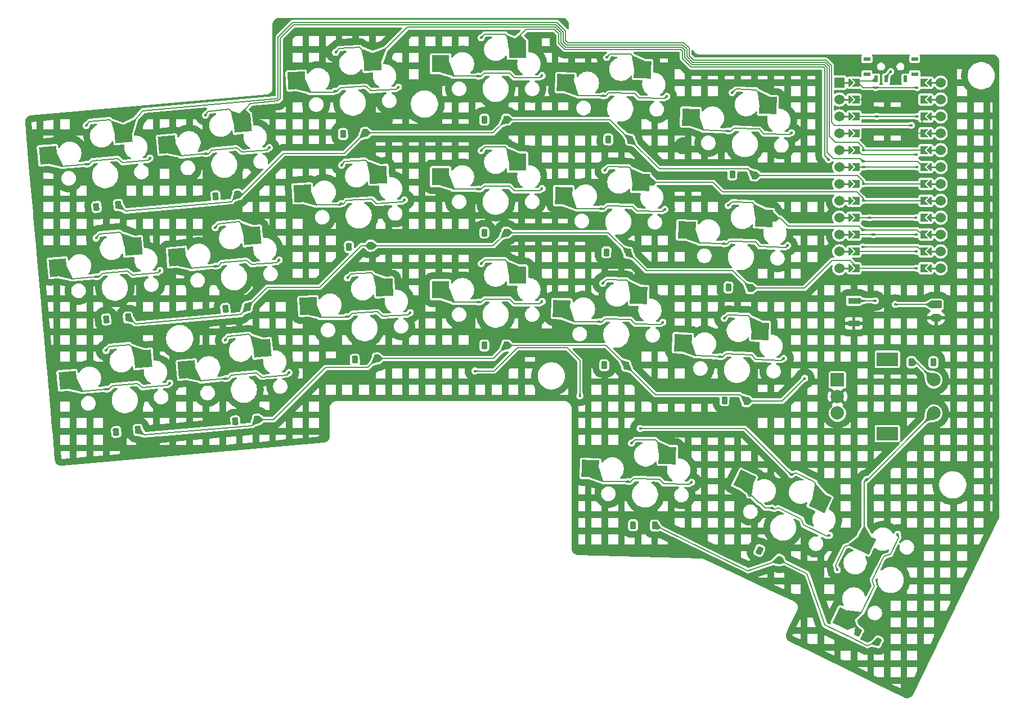
<source format=gtl>
G04 #@! TF.GenerationSoftware,KiCad,Pcbnew,8.0.4*
G04 #@! TF.CreationDate,2024-09-08T01:48:39+02:00*
G04 #@! TF.ProjectId,hookah,686f6f6b-6168-42e6-9b69-6361645f7063,1*
G04 #@! TF.SameCoordinates,Original*
G04 #@! TF.FileFunction,Copper,L1,Top*
G04 #@! TF.FilePolarity,Positive*
%FSLAX46Y46*%
G04 Gerber Fmt 4.6, Leading zero omitted, Abs format (unit mm)*
G04 Created by KiCad (PCBNEW 8.0.4) date 2024-09-08 01:48:39*
%MOMM*%
%LPD*%
G01*
G04 APERTURE LIST*
G04 Aperture macros list*
%AMRoundRect*
0 Rectangle with rounded corners*
0 $1 Rounding radius*
0 $2 $3 $4 $5 $6 $7 $8 $9 X,Y pos of 4 corners*
0 Add a 4 corners polygon primitive as box body*
4,1,4,$2,$3,$4,$5,$6,$7,$8,$9,$2,$3,0*
0 Add four circle primitives for the rounded corners*
1,1,$1+$1,$2,$3*
1,1,$1+$1,$4,$5*
1,1,$1+$1,$6,$7*
1,1,$1+$1,$8,$9*
0 Add four rect primitives between the rounded corners*
20,1,$1+$1,$2,$3,$4,$5,0*
20,1,$1+$1,$4,$5,$6,$7,0*
20,1,$1+$1,$6,$7,$8,$9,0*
20,1,$1+$1,$8,$9,$2,$3,0*%
%AMRotRect*
0 Rectangle, with rotation*
0 The origin of the aperture is its center*
0 $1 length*
0 $2 width*
0 $3 Rotation angle, in degrees counterclockwise*
0 Add horizontal line*
21,1,$1,$2,0,0,$3*%
%AMFreePoly0*
4,1,6,0.600000,0.200000,0.000000,-0.400000,-0.600000,0.200000,-0.600000,0.400000,0.600000,0.400000,0.600000,0.200000,0.600000,0.200000,$1*%
%AMFreePoly1*
4,1,6,0.600000,-0.250000,-0.600000,-0.250000,-0.600000,1.000000,0.000000,0.400000,0.600000,1.000000,0.600000,-0.250000,0.600000,-0.250000,$1*%
G04 Aperture macros list end*
G04 #@! TA.AperFunction,EtchedComponent*
%ADD10C,0.254000*%
G04 #@! TD*
G04 #@! TA.AperFunction,ComponentPad*
%ADD11RoundRect,0.250000X-0.625000X0.350000X-0.625000X-0.350000X0.625000X-0.350000X0.625000X0.350000X0*%
G04 #@! TD*
G04 #@! TA.AperFunction,ComponentPad*
%ADD12O,1.750000X1.200000*%
G04 #@! TD*
G04 #@! TA.AperFunction,ComponentPad*
%ADD13RoundRect,0.225000X0.231510X0.371016X-0.218421X0.378870X-0.231510X-0.371016X0.218421X-0.378870X0*%
G04 #@! TD*
G04 #@! TA.AperFunction,SMDPad,CuDef*
%ADD14RotRect,2.600000X2.600000X179.000000*%
G04 #@! TD*
G04 #@! TA.AperFunction,ComponentPad*
%ADD15RoundRect,0.225000X0.225000X0.375000X-0.225000X0.375000X-0.225000X-0.375000X0.225000X-0.375000X0*%
G04 #@! TD*
G04 #@! TA.AperFunction,SMDPad,CuDef*
%ADD16RotRect,2.600000X2.600000X244.000000*%
G04 #@! TD*
G04 #@! TA.AperFunction,ComponentPad*
%ADD17RoundRect,0.225000X0.191460X0.393183X-0.256827X0.353963X-0.191460X-0.393183X0.256827X-0.353963X0*%
G04 #@! TD*
G04 #@! TA.AperFunction,ComponentPad*
%ADD18RoundRect,0.225000X0.366618X0.238414X-0.037839X0.435681X-0.366618X-0.238414X0.037839X-0.435681X0*%
G04 #@! TD*
G04 #@! TA.AperFunction,SMDPad,CuDef*
%ADD19RotRect,2.600000X2.600000X183.000000*%
G04 #@! TD*
G04 #@! TA.AperFunction,ComponentPad*
%ADD20R,2.000000X2.000000*%
G04 #@! TD*
G04 #@! TA.AperFunction,ComponentPad*
%ADD21C,2.000000*%
G04 #@! TD*
G04 #@! TA.AperFunction,ComponentPad*
%ADD22R,3.200000X2.000000*%
G04 #@! TD*
G04 #@! TA.AperFunction,SMDPad,CuDef*
%ADD23RotRect,2.600000X2.600000X185.000000*%
G04 #@! TD*
G04 #@! TA.AperFunction,ComponentPad*
%ADD24RoundRect,0.225000X0.237950X0.366919X-0.211776X0.382624X-0.237950X-0.366919X0.211776X-0.382624X0*%
G04 #@! TD*
G04 #@! TA.AperFunction,ComponentPad*
%ADD25C,1.524000*%
G04 #@! TD*
G04 #@! TA.AperFunction,SMDPad,CuDef*
%ADD26FreePoly0,270.000000*%
G04 #@! TD*
G04 #@! TA.AperFunction,SMDPad,CuDef*
%ADD27FreePoly0,90.000000*%
G04 #@! TD*
G04 #@! TA.AperFunction,SMDPad,CuDef*
%ADD28R,1.524000X1.524000*%
G04 #@! TD*
G04 #@! TA.AperFunction,SMDPad,CuDef*
%ADD29FreePoly1,270.000000*%
G04 #@! TD*
G04 #@! TA.AperFunction,SMDPad,CuDef*
%ADD30FreePoly1,90.000000*%
G04 #@! TD*
G04 #@! TA.AperFunction,SMDPad,CuDef*
%ADD31R,1.100000X0.600000*%
G04 #@! TD*
G04 #@! TA.AperFunction,SMDPad,CuDef*
%ADD32R,1.000000X0.600000*%
G04 #@! TD*
G04 #@! TA.AperFunction,SMDPad,CuDef*
%ADD33R,0.600000X1.000000*%
G04 #@! TD*
G04 #@! TA.AperFunction,SMDPad,CuDef*
%ADD34R,2.600000X2.600000*%
G04 #@! TD*
G04 #@! TA.AperFunction,SMDPad,CuDef*
%ADD35RotRect,2.600000X2.600000X154.000000*%
G04 #@! TD*
G04 #@! TA.AperFunction,ComponentPad*
%ADD36RoundRect,0.225000X0.205066X0.386262X-0.244318X0.362710X-0.205066X-0.386262X0.244318X-0.362710X0*%
G04 #@! TD*
G04 #@! TA.AperFunction,SMDPad,CuDef*
%ADD37R,1.700000X0.900000*%
G04 #@! TD*
G04 #@! TA.AperFunction,SMDPad,CuDef*
%ADD38RotRect,2.600000X2.600000X178.000000*%
G04 #@! TD*
G04 #@! TA.AperFunction,ViaPad*
%ADD39C,0.450000*%
G04 #@! TD*
G04 #@! TA.AperFunction,Conductor*
%ADD40C,0.200000*%
G04 #@! TD*
G04 APERTURE END LIST*
D10*
X176123788Y-41796555D02*
X177901788Y-41796555D01*
X176123788Y-44336555D02*
X177901788Y-44336555D01*
X176123788Y-46876555D02*
X177901788Y-46876555D01*
X176123788Y-49416555D02*
X177901788Y-49416555D01*
X176123788Y-51956555D02*
X177901788Y-51956555D01*
X176123788Y-54496555D02*
X177901788Y-54496555D01*
X176123788Y-57036556D02*
X177901788Y-57036555D01*
X176123788Y-59576554D02*
X177901788Y-59576555D01*
X176123788Y-62116555D02*
X177901788Y-62116555D01*
X176123788Y-64656555D02*
X177901788Y-64656555D01*
X176123788Y-67196555D02*
X177901788Y-67196555D01*
X176123788Y-69736555D02*
X177901788Y-69736555D01*
X191363788Y-41796555D02*
X189585788Y-41796555D01*
X191363788Y-44336555D02*
X189585788Y-44336555D01*
X191363788Y-46876555D02*
X189585788Y-46876555D01*
X191363788Y-49416555D02*
X189585788Y-49416555D01*
X191363788Y-51956556D02*
X189585788Y-51956555D01*
X191363788Y-54496554D02*
X189585788Y-54496555D01*
X191363788Y-57036555D02*
X189585788Y-57036555D01*
X191363788Y-59576555D02*
X189585788Y-59576555D01*
X191363788Y-62116555D02*
X189585788Y-62116555D01*
X191363788Y-64656555D02*
X189585788Y-64656555D01*
X191363788Y-67196555D02*
X189585788Y-67196555D01*
X191363788Y-69736555D02*
X189585788Y-69736555D01*
D11*
X190665400Y-75197556D03*
D12*
X190665400Y-77197556D03*
D13*
X144058777Y-84391248D03*
X140759279Y-84333656D03*
D14*
X145930934Y-73820730D03*
X145930934Y-73820730D03*
X134344298Y-75818819D03*
D15*
X125990203Y-81364252D03*
X122690203Y-81364252D03*
D14*
X146227625Y-56823321D03*
X146227625Y-56823321D03*
X134640989Y-58821410D03*
D16*
X179931347Y-111114814D03*
X179931347Y-111114814D03*
X176845508Y-122460302D03*
D17*
X85544410Y-58640577D03*
X82256968Y-58928191D03*
D18*
X167053403Y-113653133D03*
X164087383Y-112206509D03*
D19*
X106751464Y-55657602D03*
X106751464Y-55657602D03*
X95332432Y-58459067D03*
D20*
X175837387Y-86540556D03*
D21*
X175837387Y-91540556D03*
X175837387Y-89040557D03*
D22*
X183337386Y-94640556D03*
X183337388Y-83440556D03*
D21*
X190337387Y-91540556D03*
X190337387Y-86540556D03*
D23*
X71333182Y-83371692D03*
X71333182Y-83371692D03*
X60018876Y-86569970D03*
D17*
X70576201Y-94080000D03*
X67288759Y-94367614D03*
D19*
X105861754Y-38680899D03*
X105861754Y-38680899D03*
X94442722Y-41482364D03*
D24*
X163313477Y-55750918D03*
X160015487Y-55635750D03*
D17*
X87026057Y-75575887D03*
X83738615Y-75863501D03*
D23*
X69851533Y-66436384D03*
X69851533Y-66436384D03*
X58537227Y-69634662D03*
D25*
X191363788Y-41796555D03*
D26*
X189585788Y-41796555D03*
D27*
X177901788Y-41796555D03*
D25*
X176123788Y-41796555D03*
D28*
X176123788Y-41796555D03*
D25*
X191363788Y-44336555D03*
D26*
X189585788Y-44336555D03*
D27*
X177901788Y-44336555D03*
D25*
X176123788Y-44336555D03*
X191363788Y-46876555D03*
D26*
X189585788Y-46876555D03*
D27*
X177901788Y-46876555D03*
D25*
X176123788Y-46876555D03*
X191363788Y-49416555D03*
D26*
X189585788Y-49416555D03*
D27*
X177901788Y-49416555D03*
D25*
X176123788Y-49416555D03*
D26*
X189585788Y-51956555D03*
D27*
X177901788Y-51956555D03*
D25*
X176123788Y-51956555D03*
X191363788Y-51956556D03*
X191363788Y-54496554D03*
D26*
X189585788Y-54496555D03*
D27*
X177901788Y-54496555D03*
D25*
X176123788Y-54496555D03*
X191363788Y-57036555D03*
D26*
X189585788Y-57036555D03*
D27*
X177901788Y-57036555D03*
D25*
X176123788Y-57036556D03*
X176123788Y-59576554D03*
X191363788Y-59576555D03*
D26*
X189585788Y-59576555D03*
D27*
X177901788Y-59576555D03*
D25*
X191363788Y-62116555D03*
D26*
X189585788Y-62116555D03*
D27*
X177901788Y-62116555D03*
D25*
X176123788Y-62116555D03*
X191363788Y-64656555D03*
D26*
X189585788Y-64656555D03*
D27*
X177901788Y-64656555D03*
D25*
X176123788Y-64656555D03*
X191363788Y-67196555D03*
D26*
X189585788Y-67196555D03*
D27*
X177901788Y-67196555D03*
D25*
X176123788Y-67196555D03*
X191363788Y-69736555D03*
D26*
X189585788Y-69736555D03*
D27*
X177901788Y-69736555D03*
D25*
X176123788Y-69736555D03*
D29*
X188569788Y-41796555D03*
X188569788Y-44336555D03*
X188569788Y-46876555D03*
X188569788Y-49416555D03*
X188569788Y-51956555D03*
X188569788Y-54496555D03*
X188569788Y-57036555D03*
X188569788Y-59576555D03*
X188569788Y-62116555D03*
X188569788Y-64656555D03*
X188569788Y-67196555D03*
X188569788Y-69736555D03*
D30*
X178917788Y-69736555D03*
X178917788Y-67196555D03*
X178917788Y-64656555D03*
X178917788Y-62116555D03*
X178917788Y-59576555D03*
X178917788Y-57036555D03*
X178917788Y-54496555D03*
X178917788Y-51956555D03*
X178917788Y-49416555D03*
X178917788Y-46876555D03*
X178917788Y-44336555D03*
X178917788Y-41796555D03*
D31*
X180257687Y-38227857D03*
D32*
X187457687Y-38227858D03*
D31*
X187457687Y-40513858D03*
D32*
X180257687Y-40513858D03*
D33*
X186057688Y-41220858D03*
X183157687Y-41220858D03*
X181657687Y-41220858D03*
D34*
X127677594Y-70762666D03*
X127677594Y-70762666D03*
X116127594Y-72962666D03*
D19*
X107641179Y-72634304D03*
X107641179Y-72634304D03*
X96222147Y-75435769D03*
D23*
X86301389Y-47932269D03*
X86301389Y-47932269D03*
X74987083Y-51130547D03*
D15*
X125990202Y-64364252D03*
X122690202Y-64364252D03*
D34*
X127677591Y-36762668D03*
X127677591Y-36762668D03*
X116127591Y-38962668D03*
D17*
X69094553Y-77144691D03*
X65807111Y-77432305D03*
D24*
X162126893Y-89730205D03*
X158828903Y-89615037D03*
D35*
X173217449Y-104864197D03*
X173217449Y-104864197D03*
X161871961Y-101778358D03*
D23*
X87783040Y-64867579D03*
X87783040Y-64867579D03*
X76468734Y-68065857D03*
D34*
X127677590Y-53762669D03*
X127677590Y-53762669D03*
X116127590Y-55962669D03*
D36*
X106510942Y-83309670D03*
X103215464Y-83482378D03*
D23*
X89264684Y-81802890D03*
X89264684Y-81802890D03*
X77950378Y-85001168D03*
D13*
X148379237Y-108466130D03*
X145079739Y-108408538D03*
D24*
X162720185Y-72740563D03*
X159422195Y-72625395D03*
D23*
X68369887Y-49501074D03*
X68369887Y-49501074D03*
X57055581Y-52699352D03*
D13*
X144355468Y-67393839D03*
X141055970Y-67336247D03*
D18*
X181906767Y-125977514D03*
X178940747Y-124530890D03*
D37*
X178295487Y-78027856D03*
X178295487Y-74627856D03*
D14*
X150251391Y-97895613D03*
X150251391Y-97895613D03*
X138664755Y-99893702D03*
D38*
X164776539Y-62204326D03*
X164776539Y-62204326D03*
X153156796Y-63999897D03*
X164183245Y-79193970D03*
X164183245Y-79193970D03*
X152563502Y-80989541D03*
X165369827Y-45214681D03*
X165369827Y-45214681D03*
X153750084Y-47010252D03*
D14*
X146524318Y-39825912D03*
X146524318Y-39825912D03*
X134937682Y-41824001D03*
D13*
X144652160Y-50396429D03*
X141352662Y-50338837D03*
D17*
X67612904Y-60209381D03*
X64325462Y-60496995D03*
D36*
X105621230Y-66332968D03*
X102325752Y-66505676D03*
D15*
X125990201Y-47364251D03*
X122690201Y-47364251D03*
D36*
X104731521Y-49356264D03*
X101436043Y-49528972D03*
D17*
X88507705Y-92511197D03*
X85220263Y-92798811D03*
D15*
X190274588Y-83884356D03*
X186974588Y-83884356D03*
D39*
X183858087Y-40132856D03*
X184520390Y-75175378D03*
X181610189Y-42533158D03*
X187833187Y-42533156D03*
X75372837Y-86998546D03*
X65840872Y-87917679D03*
X170902962Y-86300578D03*
X179628990Y-66510757D03*
X64359224Y-70982369D03*
X73891187Y-70063237D03*
X72409543Y-53127927D03*
X62877579Y-54047059D03*
X83772377Y-86348876D03*
X93304343Y-85429745D03*
X82290729Y-69413565D03*
X91822695Y-68494435D03*
X90341044Y-51559125D03*
X80809082Y-52478255D03*
X187731587Y-69736557D03*
X101993560Y-76985841D03*
X111551795Y-76399931D03*
X110662083Y-59423229D03*
X101103848Y-60009139D03*
X100214138Y-43032437D03*
X109772373Y-42446527D03*
X131385774Y-74727804D03*
X121809973Y-74812670D03*
X131385776Y-57727803D03*
X121809975Y-57812672D03*
X179679789Y-57011157D03*
X131385775Y-40727802D03*
X121809976Y-40812667D03*
X149569353Y-77849976D03*
X139993529Y-77767711D03*
X140290221Y-60770298D03*
X149866044Y-60852564D03*
X140586912Y-43772890D03*
X150162735Y-43855155D03*
X187756988Y-67196555D03*
X167750787Y-83286099D03*
X158177861Y-83036729D03*
X168344081Y-66296459D03*
X158771151Y-66047084D03*
X159364441Y-49057438D03*
X168937369Y-49306814D03*
X144313986Y-101842590D03*
X153889809Y-101924856D03*
X62779151Y-48259144D03*
X64260799Y-65194455D03*
X65742448Y-82129763D03*
X186955762Y-48225979D03*
X187729415Y-52600521D03*
X83673953Y-80560960D03*
X80710655Y-46690340D03*
X82192304Y-63625650D03*
X179679789Y-51956554D03*
X102097190Y-71198018D03*
X100317769Y-37244610D03*
X101207481Y-54221315D03*
X179679787Y-53641922D03*
X137070162Y-88942179D03*
X122216375Y-35038199D03*
X122216374Y-69038200D03*
X144821104Y-96076095D03*
X122216371Y-52038200D03*
X187856415Y-54505521D03*
X179753815Y-54496556D03*
X174496015Y-53362522D03*
X121272600Y-85192800D03*
X179679787Y-59525756D03*
X141094028Y-38006394D03*
X168890666Y-100791989D03*
X146137962Y-93844378D03*
X140797337Y-55003804D03*
X140500644Y-72001215D03*
X165994036Y-105803892D03*
X174637913Y-109925367D03*
X180681962Y-62116557D03*
X187680789Y-62116556D03*
X184880169Y-109778468D03*
X181227016Y-64656557D03*
X187706190Y-64656557D03*
X159972119Y-43300669D03*
X159378828Y-60290315D03*
X158785538Y-77279959D03*
X175813512Y-115139502D03*
X180185615Y-101546322D03*
X179628989Y-63945355D03*
X179679789Y-49416555D03*
X187782387Y-44311153D03*
X188569787Y-47994157D03*
X152564162Y-51299379D03*
X187731588Y-49416556D03*
X107631561Y-47438578D03*
X171360163Y-57090579D03*
X179654387Y-44311155D03*
X179755989Y-46241555D03*
X187833190Y-46876557D03*
X181521287Y-74626057D03*
X181724487Y-46876556D03*
X179667088Y-74627856D03*
D40*
X121272600Y-85192800D02*
X124182541Y-85192800D01*
X124182541Y-85192800D02*
X127681090Y-81694251D01*
X127681090Y-81694251D02*
X135173051Y-81694251D01*
X135173051Y-81694251D02*
X137070162Y-83591362D01*
X137070162Y-83591362D02*
X137070162Y-88942179D01*
X184520390Y-75175378D02*
X184542565Y-75197556D01*
X184542565Y-75197556D02*
X190665400Y-75197556D01*
X183157687Y-40833257D02*
X183858087Y-40132856D01*
X181610189Y-42533158D02*
X179654389Y-42533157D01*
X181617787Y-41563757D02*
X179150590Y-41563755D01*
X187833187Y-42533156D02*
X181610189Y-42533158D01*
X179150590Y-41563755D02*
X178917790Y-41796556D01*
X179654389Y-42533157D02*
X178917790Y-41796556D01*
X62023074Y-88251692D02*
X65840872Y-87917679D01*
X70483601Y-87069342D02*
X71226564Y-87692760D01*
X66262396Y-87880801D02*
X66662796Y-87403617D01*
X71226564Y-87692760D02*
X75047369Y-87358483D01*
X75347534Y-87000761D02*
X75372837Y-86998546D01*
X60018876Y-86569969D02*
X62023074Y-88251692D01*
X75047369Y-87358483D02*
X75347534Y-87000761D01*
X65840872Y-87917679D02*
X66262396Y-87880801D01*
X66662796Y-87403617D02*
X70483601Y-87069342D01*
X98797188Y-84671756D02*
X105148857Y-84671756D01*
X70576202Y-94080000D02*
X71475379Y-94834504D01*
X126140203Y-81364252D02*
X141031778Y-81364251D01*
X88507707Y-92511197D02*
X90957748Y-92511197D01*
X71475379Y-94834504D02*
X87753202Y-93410377D01*
X141031778Y-81364251D02*
X144058777Y-84391251D01*
X162126893Y-89730207D02*
X161157843Y-88761155D01*
X106510945Y-83309666D02*
X124044787Y-83309668D01*
X187883987Y-66510755D02*
X188569788Y-67196556D01*
X162126893Y-89730203D02*
X167473336Y-89730205D01*
X148428684Y-88761155D02*
X144058777Y-84391251D01*
X161157843Y-88761155D02*
X148428684Y-88761155D01*
X87753202Y-93410377D02*
X88507707Y-92511197D01*
X105148857Y-84671756D02*
X106510945Y-83309666D01*
X90957748Y-92511197D02*
X98797188Y-84671756D01*
X179628990Y-66510757D02*
X187883987Y-66510755D01*
X167473336Y-89730205D02*
X170902962Y-86300578D01*
X124044787Y-83309668D02*
X125990202Y-81364251D01*
X64359224Y-70982369D02*
X64780746Y-70945489D01*
X73865884Y-70065450D02*
X73891187Y-70063237D01*
X73565719Y-70423174D02*
X73865884Y-70065450D01*
X65181148Y-70468311D02*
X69001952Y-70134031D01*
X58537227Y-69634659D02*
X60541424Y-71316381D01*
X60541424Y-71316381D02*
X64359224Y-70982369D01*
X69744915Y-70757449D02*
X73565719Y-70423174D01*
X64780746Y-70945489D02*
X65181148Y-70468311D01*
X69001952Y-70134031D02*
X69744915Y-70757449D01*
X62877579Y-54047059D02*
X63299100Y-54010178D01*
X72084076Y-53487864D02*
X72384239Y-53130141D01*
X68263268Y-53822138D02*
X72084076Y-53487864D01*
X59059781Y-54381073D02*
X62877579Y-54047059D01*
X63299100Y-54010178D02*
X63699502Y-53533002D01*
X72384239Y-53130141D02*
X72409543Y-53127927D01*
X63699502Y-53533002D02*
X67520306Y-53198720D01*
X67520306Y-53198720D02*
X68263268Y-53822138D01*
X57055580Y-52699352D02*
X59059781Y-54381073D01*
X84594302Y-85834814D02*
X88415109Y-85500539D01*
X93279039Y-85431956D02*
X93304343Y-85429745D01*
X84193901Y-86311996D02*
X84594302Y-85834814D01*
X79954578Y-86682889D02*
X83772377Y-86348876D01*
X89158067Y-86123955D02*
X92978875Y-85789681D01*
X88415109Y-85500539D02*
X89158067Y-86123955D01*
X92978875Y-85789681D02*
X93279039Y-85431956D01*
X77950381Y-85001168D02*
X79954578Y-86682889D01*
X83772377Y-86348876D02*
X84193901Y-86311996D01*
X91797391Y-68496648D02*
X91822695Y-68494435D01*
X91497226Y-68854369D02*
X91797391Y-68496648D01*
X82712251Y-69376687D02*
X83112653Y-68899505D01*
X78472933Y-69747580D02*
X82290729Y-69413565D01*
X87676421Y-69188648D02*
X91497226Y-68854369D01*
X76468734Y-68065858D02*
X78472933Y-69747580D01*
X86933460Y-68565227D02*
X87676421Y-69188648D01*
X83112653Y-68899505D02*
X86933460Y-68565227D01*
X82290729Y-69413565D02*
X82712251Y-69376687D01*
X81230603Y-52441378D02*
X81631005Y-51964196D01*
X74987083Y-51130549D02*
X76991282Y-52812270D01*
X85451808Y-51629920D02*
X86194772Y-52253337D01*
X81631005Y-51964196D02*
X85451808Y-51629920D01*
X86194772Y-52253337D02*
X90015577Y-51919059D01*
X76991282Y-52812270D02*
X80809082Y-52478255D01*
X80809082Y-52478255D02*
X81230603Y-52441378D01*
X90315744Y-51561338D02*
X90341044Y-51559125D01*
X90015577Y-51919059D02*
X90315744Y-51561338D01*
X70223131Y-78091679D02*
X86079067Y-76704466D01*
X160080530Y-70100906D02*
X147062536Y-70100906D01*
X175043162Y-68571378D02*
X177752613Y-68571378D01*
X86079067Y-76704466D02*
X87026059Y-75575885D01*
X97908188Y-72581355D02*
X104156579Y-66332963D01*
X141325881Y-64364253D02*
X144355468Y-67393839D01*
X87026057Y-75575888D02*
X90020588Y-72581357D01*
X162720185Y-72740563D02*
X160080530Y-70100906D01*
X69094552Y-77144691D02*
X70223131Y-78091679D01*
X170873977Y-72740563D02*
X175043162Y-68571378D01*
X177752613Y-68571378D02*
X178917789Y-69736554D01*
X124021489Y-66332965D02*
X125990202Y-64364251D01*
X126140201Y-64364252D02*
X141325881Y-64364253D01*
X104156579Y-66332963D02*
X105621230Y-66332966D01*
X162720186Y-72740564D02*
X170873977Y-72740563D01*
X90020588Y-72581357D02*
X97908188Y-72581355D01*
X105621230Y-66332966D02*
X124021489Y-66332965D01*
X187731587Y-69736557D02*
X178917790Y-69736557D01*
X147062536Y-70100906D02*
X144355468Y-67393839D01*
X97900746Y-77114370D02*
X101865032Y-77114370D01*
X107383819Y-76949018D02*
X111213963Y-76748288D01*
X96222145Y-75435768D02*
X97900746Y-77114370D01*
X102416112Y-76963696D02*
X102832924Y-76500780D01*
X101993560Y-76985841D02*
X102416112Y-76963696D01*
X101865032Y-77114370D02*
X101993560Y-76985841D01*
X106663066Y-76300051D02*
X107383819Y-76949018D01*
X102832924Y-76500780D02*
X106663066Y-76300051D01*
X111213963Y-76748288D02*
X111526429Y-76401258D01*
X111526429Y-76401258D02*
X111551795Y-76399931D01*
X100903276Y-60209713D02*
X101103848Y-60009139D01*
X105773358Y-59323349D02*
X106494109Y-59972315D01*
X106494109Y-59972315D02*
X110324256Y-59771587D01*
X110636718Y-59424560D02*
X110662083Y-59423229D01*
X95332432Y-58459067D02*
X97276719Y-60209710D01*
X101943212Y-59524076D02*
X105773358Y-59323349D01*
X97276719Y-60209710D02*
X100903276Y-60209713D01*
X110324256Y-59771587D02*
X110636718Y-59424560D01*
X101103848Y-60009139D02*
X101526401Y-59986994D01*
X101526401Y-59986994D02*
X101943212Y-59524076D01*
X105604398Y-42995611D02*
X109434540Y-42794884D01*
X104883645Y-42346646D02*
X105604398Y-42995611D01*
X100013565Y-43233009D02*
X100214138Y-43032437D01*
X94442722Y-41482365D02*
X96387008Y-43233006D01*
X96387008Y-43233006D02*
X100013565Y-43233009D01*
X100636689Y-43010293D02*
X101053502Y-42547373D01*
X109747005Y-42447855D02*
X109772373Y-42446527D01*
X100214138Y-43032437D02*
X100636689Y-43010293D01*
X101053502Y-42547373D02*
X104883645Y-42346646D01*
X109434540Y-42794884D02*
X109747005Y-42447855D01*
X121809973Y-74812670D02*
X122233106Y-74812668D01*
X127194775Y-75058001D02*
X131030176Y-75057999D01*
X126508976Y-74372201D02*
X127194775Y-75058001D01*
X117977593Y-74812670D02*
X121809973Y-74812670D01*
X131030176Y-75057999D02*
X131360374Y-74727801D01*
X122233106Y-74812668D02*
X122673575Y-74372201D01*
X131360374Y-74727801D02*
X131385774Y-74727804D01*
X116127595Y-72962669D02*
X117977593Y-74812670D01*
X122673575Y-74372201D02*
X126508976Y-74372201D01*
X131360374Y-57727801D02*
X131385776Y-57727803D01*
X131030172Y-58058002D02*
X131360374Y-57727801D01*
X121809975Y-57812672D02*
X122233107Y-57812668D01*
X122233107Y-57812668D02*
X122673573Y-57372201D01*
X122673573Y-57372201D02*
X126508973Y-57372200D01*
X116127592Y-55962668D02*
X117977593Y-57812668D01*
X117977593Y-57812668D02*
X121809975Y-57812672D01*
X126508973Y-57372200D02*
X127194773Y-58058000D01*
X127194773Y-58058000D02*
X131030172Y-58058002D01*
X67612904Y-60209380D02*
X68694468Y-61116918D01*
X84636871Y-59722138D02*
X85544409Y-58640578D01*
X86271168Y-58640577D02*
X92472589Y-52439157D01*
X85544409Y-58640578D02*
X86271168Y-58640577D01*
X123998189Y-49356262D02*
X125990204Y-47364250D01*
X149006287Y-54750557D02*
X162313114Y-54750557D01*
X104731520Y-49356264D02*
X123998189Y-49356262D01*
X101648627Y-52439155D02*
X104731520Y-49356264D01*
X178814493Y-55750918D02*
X179679788Y-56616212D01*
X179679788Y-56616212D02*
X179679789Y-57011157D01*
X188569787Y-57036556D02*
X179705187Y-57036556D01*
X141619982Y-47364248D02*
X144652160Y-50396428D01*
X68694468Y-61116918D02*
X84636871Y-59722138D01*
X163313477Y-55750918D02*
X178814493Y-55750918D01*
X179705187Y-57036556D02*
X179679789Y-57011157D01*
X144652160Y-50396428D02*
X149006287Y-54750557D01*
X162313114Y-54750557D02*
X163313477Y-55750918D01*
X126140202Y-47364251D02*
X141619982Y-47364248D01*
X92472589Y-52439157D02*
X101648627Y-52439155D01*
X117977593Y-40812669D02*
X121809976Y-40812667D01*
X131030175Y-41058002D02*
X131360373Y-40727800D01*
X127194775Y-41057999D02*
X131030175Y-41058002D01*
X121809976Y-40812667D02*
X122233106Y-40812669D01*
X122673576Y-40372201D02*
X126508974Y-40372202D01*
X131360373Y-40727800D02*
X131385775Y-40727802D01*
X122233106Y-40812669D02*
X122673576Y-40372201D01*
X126508974Y-40372202D02*
X127194775Y-41057999D01*
X116127592Y-38962669D02*
X117977593Y-40812669D01*
X139993529Y-77767711D02*
X140416595Y-77775094D01*
X136161730Y-77700824D02*
X136228615Y-77767709D01*
X134344301Y-75818820D02*
X136161730Y-77700824D01*
X149208043Y-78173920D02*
X149543956Y-77849533D01*
X145373228Y-78106982D02*
X149208043Y-78173920D01*
X140416595Y-77775094D02*
X140864685Y-77342381D01*
X149543956Y-77849533D02*
X149569353Y-77849976D01*
X136228615Y-77767709D02*
X139993529Y-77767711D01*
X140864685Y-77342381D02*
X144699501Y-77409320D01*
X144699501Y-77409320D02*
X145373228Y-78106982D01*
X149504733Y-61176507D02*
X149840648Y-60852122D01*
X145669918Y-61109572D02*
X149504733Y-61176507D01*
X140290221Y-60770298D02*
X140713290Y-60777683D01*
X144996193Y-60411906D02*
X145669918Y-61109572D01*
X134640990Y-58821412D02*
X136458422Y-60703413D01*
X136458422Y-60703413D02*
X136525304Y-60770300D01*
X136525304Y-60770300D02*
X140290221Y-60770298D01*
X140713290Y-60777683D02*
X141161375Y-60344972D01*
X149840648Y-60852122D02*
X149866044Y-60852564D01*
X141161375Y-60344972D02*
X144996193Y-60411906D01*
X149801425Y-44179099D02*
X150137339Y-43854713D01*
X134937681Y-41824001D02*
X136755113Y-43706004D01*
X136755113Y-43706004D02*
X136821998Y-43772891D01*
X145966609Y-44112163D02*
X149801425Y-44179099D01*
X145292883Y-43414498D02*
X145966609Y-44112163D01*
X136821998Y-43772891D02*
X140586912Y-43772890D01*
X141458065Y-43347560D02*
X145292883Y-43414498D01*
X150137339Y-43854713D02*
X150162735Y-43855155D01*
X140586912Y-43772890D02*
X141009978Y-43780271D01*
X141009978Y-43780271D02*
X141458065Y-43347560D01*
X180291094Y-126533835D02*
X181906767Y-125977514D01*
X187756988Y-67196555D02*
X178917787Y-67196554D01*
X173923074Y-123427945D02*
X177958963Y-125396378D01*
X162341007Y-115275741D02*
X167053403Y-113653131D01*
X177958963Y-125396378D02*
X180291094Y-126533835D01*
X167053403Y-113653131D02*
X171264557Y-115707049D01*
X148379238Y-108466130D02*
X162341007Y-115275741D01*
X171264557Y-115707049D02*
X173923074Y-123427945D01*
X167725402Y-83285214D02*
X167750787Y-83286099D01*
X167383880Y-83603688D02*
X167725402Y-83285214D01*
X154347811Y-82902978D02*
X158177861Y-83036729D01*
X152563502Y-80989539D02*
X154347811Y-82902978D01*
X158600733Y-83051495D02*
X159056305Y-82626665D01*
X163550817Y-83469833D02*
X167383880Y-83603688D01*
X159056305Y-82626665D02*
X162889369Y-82760520D01*
X162889369Y-82760520D02*
X163550817Y-83469833D01*
X158177861Y-83036729D02*
X158600733Y-83051495D01*
X163482660Y-65770877D02*
X164144109Y-66480192D01*
X164144109Y-66480192D02*
X167977172Y-66614045D01*
X159194026Y-66061851D02*
X159649598Y-65637022D01*
X153156795Y-63999896D02*
X154941103Y-65913336D01*
X154941103Y-65913336D02*
X158771151Y-66047084D01*
X158771151Y-66047084D02*
X159194026Y-66061851D01*
X167977172Y-66614045D02*
X168318696Y-66295570D01*
X168318696Y-66295570D02*
X168344081Y-66296459D01*
X159649598Y-65637022D02*
X163482660Y-65770877D01*
X164737399Y-49490549D02*
X168570463Y-49624402D01*
X168911985Y-49305926D02*
X168937369Y-49306814D01*
X160242888Y-48647377D02*
X164075953Y-48781230D01*
X168570463Y-49624402D02*
X168911985Y-49305926D01*
X155534395Y-48923690D02*
X159364441Y-49057438D01*
X153750088Y-47010253D02*
X155534395Y-48923690D01*
X159364441Y-49057438D02*
X159787315Y-49072205D01*
X164075953Y-48781230D02*
X164737399Y-49490549D01*
X159787315Y-49072205D02*
X160242888Y-48647377D01*
X144737053Y-101849976D02*
X145185144Y-101417262D01*
X145185144Y-101417262D02*
X149019956Y-101484198D01*
X149693684Y-102181863D02*
X153528498Y-102248802D01*
X140482187Y-101775706D02*
X140549072Y-101842590D01*
X144313986Y-101842590D02*
X144737053Y-101849976D01*
X140549072Y-101842590D02*
X144313986Y-101842590D01*
X138664757Y-99893700D02*
X140482187Y-101775706D01*
X153864413Y-101924413D02*
X153889809Y-101924856D01*
X149019956Y-101484198D02*
X149693684Y-102181863D01*
X153528498Y-102248802D02*
X153864413Y-101924413D01*
X66178936Y-81581636D02*
X65740233Y-82104460D01*
X133641162Y-32757379D02*
X134911162Y-34027377D01*
X93856198Y-32757377D02*
X133641162Y-32757379D01*
X154215162Y-38421577D02*
X174120178Y-38421578D01*
X187729415Y-52600521D02*
X179561755Y-52600521D01*
X64743467Y-64591292D02*
X64697289Y-64646325D01*
X134911162Y-34027377D02*
X134911162Y-35475178D01*
X68369887Y-49501074D02*
X71313643Y-45992841D01*
X152691162Y-35779978D02*
X153503963Y-36592778D01*
X64697289Y-64646325D02*
X64258585Y-65169151D01*
X174917400Y-39218800D02*
X174120178Y-38421578D01*
X135215962Y-35779979D02*
X152691162Y-35779978D01*
X62776940Y-48233840D02*
X62779151Y-48259144D01*
X91469017Y-44229475D02*
X91680362Y-44018131D01*
X179561755Y-52600521D02*
X178917789Y-51956554D01*
X66225117Y-81526600D02*
X66178936Y-81581636D01*
X153503963Y-37710378D02*
X154215162Y-38421577D01*
X67830474Y-64321213D02*
X64743467Y-64591292D01*
X91680362Y-44018131D02*
X91680362Y-34933213D01*
X90994572Y-44270984D02*
X91469017Y-44229475D01*
X71293591Y-82919172D02*
X69312124Y-81256524D01*
X174917400Y-47762461D02*
X175380918Y-48225979D01*
X90994562Y-44270983D02*
X90994572Y-44270984D01*
X65740233Y-82104460D02*
X65742448Y-82129763D01*
X134911162Y-35475178D02*
X135215962Y-35779979D01*
X174917400Y-39218800D02*
X174917400Y-47762461D01*
X71313643Y-45992841D02*
X90994562Y-44270983D01*
X68330296Y-49048550D02*
X66348828Y-47385903D01*
X63261819Y-47655979D02*
X63215641Y-47711014D01*
X91680362Y-34933213D02*
X93856198Y-32757377D01*
X63215641Y-47711014D02*
X62776940Y-48233840D01*
X175380918Y-48225979D02*
X186955762Y-48225979D01*
X69312124Y-81256524D02*
X66225117Y-81526600D01*
X64258585Y-65169151D02*
X64260799Y-65194455D01*
X69811944Y-65983863D02*
X67830474Y-64321213D01*
X153503963Y-36592778D02*
X153503963Y-37710378D01*
X66348828Y-47385903D02*
X63261819Y-47655979D01*
X81147145Y-46142212D02*
X80708445Y-46665038D01*
X87743447Y-64415058D02*
X85761982Y-62752409D01*
X85761982Y-62752409D02*
X82674974Y-63022489D01*
X80708445Y-46665038D02*
X80710655Y-46690340D01*
X93992887Y-33087378D02*
X133504472Y-33087379D01*
X89225095Y-81350368D02*
X87243628Y-79687719D01*
X174587400Y-39355490D02*
X174587400Y-49802216D01*
X178934955Y-50791378D02*
X179679789Y-51536213D01*
X134581163Y-34164068D02*
X134581163Y-35611868D01*
X135079272Y-36109977D02*
X152554473Y-36109978D01*
X92010562Y-35069703D02*
X93992887Y-33087378D01*
X153173962Y-37847067D02*
X154078472Y-38751577D01*
X87450870Y-44912277D02*
X91617432Y-44547751D01*
X86301389Y-47932268D02*
X86170655Y-46437976D01*
X179679789Y-51536213D02*
X179679789Y-51956554D01*
X86170655Y-46437976D02*
X87450870Y-44912277D01*
X86261800Y-47479749D02*
X84280330Y-45817100D01*
X91617432Y-44547751D02*
X92010562Y-44154619D01*
X152554473Y-36109978D02*
X153173962Y-36729469D01*
X83671739Y-80535659D02*
X83673953Y-80560960D01*
X84110441Y-80012831D02*
X83671739Y-80535659D01*
X175576562Y-50791378D02*
X178934955Y-50791378D01*
X84156618Y-79957798D02*
X84110441Y-80012831D01*
X82190091Y-63600348D02*
X82192304Y-63625650D01*
X81193323Y-46087178D02*
X81147145Y-46142212D01*
X154078472Y-38751577D02*
X173983487Y-38751577D01*
X188569787Y-51956557D02*
X179679789Y-51956554D01*
X134581163Y-35611868D02*
X135079272Y-36109977D01*
X82674974Y-63022489D02*
X82628794Y-63077522D01*
X173983487Y-38751577D02*
X174587400Y-39355490D01*
X92010562Y-44154619D02*
X92010562Y-35069703D01*
X133504472Y-33087379D02*
X134581163Y-34164068D01*
X174587400Y-49802216D02*
X175576562Y-50791378D01*
X153173962Y-36729469D02*
X153173962Y-37847067D01*
X84280330Y-45817100D02*
X81193323Y-46087178D01*
X82628794Y-63077522D02*
X82190091Y-63600348D01*
X87243628Y-79687719D02*
X84156618Y-79957798D01*
X161227030Y-39081577D02*
X173846796Y-39081576D01*
X161227029Y-39081576D02*
X161227030Y-39081577D01*
X100316438Y-37219247D02*
X100317769Y-37244610D01*
X106727690Y-55203975D02*
X104805456Y-53473187D01*
X111125273Y-33417379D02*
X105861753Y-38680899D01*
X188569788Y-54329895D02*
X187881815Y-53641921D01*
X153941780Y-39081578D02*
X152843963Y-37983758D01*
X152843963Y-37983758D02*
X152843961Y-36866159D01*
X179679787Y-53641922D02*
X179677615Y-53641922D01*
X101662833Y-53688755D02*
X101206150Y-54195952D01*
X152417781Y-36439979D02*
X151700562Y-36439977D01*
X152843961Y-36866159D02*
X152417781Y-36439979D01*
X174257400Y-39492180D02*
X174257400Y-52291615D01*
X136003362Y-36439976D02*
X134942581Y-36439977D01*
X104805456Y-53473187D02*
X101710903Y-53635364D01*
X179677615Y-53641922D02*
X179290871Y-53255177D01*
X133367782Y-33417379D02*
X111125273Y-33417379D01*
X102600615Y-70612066D02*
X102552543Y-70665456D01*
X154215163Y-39081576D02*
X161227029Y-39081576D01*
X100773120Y-36712051D02*
X100316438Y-37219247D01*
X134251163Y-34300759D02*
X133367782Y-33417379D01*
X100821192Y-36658660D02*
X100773120Y-36712051D01*
X187881815Y-53641921D02*
X179679787Y-53641922D01*
X154215163Y-39081576D02*
X153941780Y-39081578D01*
X103915746Y-36496485D02*
X100821192Y-36658660D01*
X138711473Y-36439978D02*
X136003362Y-36439976D01*
X134251162Y-35748558D02*
X134251163Y-34300759D01*
X101206150Y-54195952D02*
X101207481Y-54221315D01*
X179290871Y-53255177D02*
X175220962Y-53255178D01*
X151700562Y-36439977D02*
X138711473Y-36439978D01*
X107617404Y-72180675D02*
X105695167Y-70449889D01*
X134942581Y-36439977D02*
X134251162Y-35748558D01*
X102095863Y-71172653D02*
X102097190Y-71198018D01*
X105837980Y-38227270D02*
X103915746Y-36496485D01*
X101710903Y-53635364D02*
X101662833Y-53688755D01*
X102552543Y-70665456D02*
X102095863Y-71172653D01*
X173846796Y-39081576D02*
X174257400Y-39492180D01*
X174257400Y-52291615D02*
X175220962Y-53255178D01*
X105695167Y-70449889D02*
X102600615Y-70612066D01*
X153805090Y-39411577D02*
X173710106Y-39411576D01*
X127677592Y-36762668D02*
X127677592Y-35055345D01*
X179753815Y-54496556D02*
X187847449Y-54496555D01*
X148462502Y-95580771D02*
X145364171Y-95526691D01*
X152513961Y-37002848D02*
X152513963Y-38120449D01*
X145364171Y-95526691D02*
X145312496Y-95576594D01*
X127677592Y-70308418D02*
X125848575Y-68479402D01*
X134397625Y-36361711D02*
X134805890Y-36769977D01*
X122698974Y-68530201D02*
X122216376Y-69012801D01*
X145312496Y-95576594D02*
X144821545Y-96050699D01*
X138574781Y-36769977D02*
X138574782Y-36769977D01*
X125848573Y-34479400D02*
X122749775Y-34479399D01*
X127677592Y-53308419D02*
X125848575Y-51479399D01*
X187847449Y-54496555D02*
X187856415Y-54505521D01*
X133170215Y-33747378D02*
X133231092Y-33747379D01*
X178917788Y-54496555D02*
X179753815Y-54496556D01*
X125848575Y-68479402D02*
X122749777Y-68479400D01*
X135862614Y-36769976D02*
X138574781Y-36769977D01*
X150259321Y-97441432D02*
X148462502Y-95580771D01*
X139729760Y-36769976D02*
X152281090Y-36769977D01*
X128985558Y-33747378D02*
X129233215Y-33747379D01*
X152513963Y-38120449D02*
X153805090Y-39411577D01*
X173710106Y-39411576D02*
X173927400Y-39628870D01*
X122749773Y-51479399D02*
X122698972Y-51530201D01*
X138574782Y-36769977D02*
X139729760Y-36769976D01*
X173927400Y-39628870D02*
X173927400Y-52793907D01*
X133231092Y-33747379D02*
X133622926Y-34139211D01*
X122216373Y-52012800D02*
X122216371Y-52038200D01*
X152281090Y-36769977D02*
X152444325Y-36933212D01*
X127677595Y-36308417D02*
X125848573Y-34479400D01*
X133921162Y-34437449D02*
X133921163Y-35023721D01*
X122698975Y-34530201D02*
X122216374Y-35012799D01*
X122216376Y-69012801D02*
X122216374Y-69038200D01*
X129233215Y-33747379D02*
X133170215Y-33747378D01*
X152444325Y-36933212D02*
X152513961Y-37002848D01*
X144821545Y-96050699D02*
X144821104Y-96076095D01*
X133921162Y-35885249D02*
X134397625Y-36361711D01*
X122216374Y-35012799D02*
X122216375Y-35038199D01*
X122698972Y-51530201D02*
X122216373Y-52012800D01*
X173927400Y-52793907D02*
X174496015Y-53362522D01*
X134805890Y-36769977D02*
X135862614Y-36769976D01*
X133921163Y-35023721D02*
X133921162Y-35885249D01*
X133622926Y-34139211D02*
X133921162Y-34437449D01*
X125848575Y-51479399D02*
X122749773Y-51479399D01*
X122749777Y-68479400D02*
X122698974Y-68530201D01*
X122749775Y-34479399D02*
X122698975Y-34530201D01*
X127677592Y-35055345D02*
X128985558Y-33747378D01*
X141585418Y-37506893D02*
X141094470Y-37980998D01*
X141340406Y-54454396D02*
X141288727Y-54504304D01*
X140797780Y-54978408D02*
X140797337Y-55003804D01*
X173242351Y-104327694D02*
X172400227Y-101881992D01*
X169547117Y-100546957D02*
X168901799Y-100769160D01*
X188569789Y-59576555D02*
X179730588Y-59576557D01*
X169615042Y-100523570D02*
X169547117Y-100546957D01*
X144735428Y-37511067D02*
X141637099Y-37456989D01*
X157122906Y-56823323D02*
X158558563Y-58258979D01*
X178782553Y-58258979D02*
X179679787Y-59156213D01*
X141094470Y-37980998D02*
X141094028Y-38006394D01*
X146137962Y-93844378D02*
X161943054Y-93844379D01*
X141043715Y-71451808D02*
X140992035Y-71501715D01*
X179730588Y-59576557D02*
X179679787Y-59525756D01*
X146227624Y-56823322D02*
X157122906Y-56823323D01*
X146532246Y-39371731D02*
X144735428Y-37511067D01*
X144438737Y-54508479D02*
X141340406Y-54454396D01*
X145938863Y-73366549D02*
X144142046Y-71505890D01*
X141637099Y-37456989D02*
X141585418Y-37506893D01*
X140501090Y-71975819D02*
X140500644Y-72001215D01*
X144142046Y-71505890D02*
X141043715Y-71451808D01*
X140992035Y-71501715D02*
X140501090Y-71975819D01*
X161943054Y-93844379D02*
X168890666Y-100791989D01*
X158558563Y-58258979D02*
X178782553Y-58258979D01*
X168901799Y-100769160D02*
X168890666Y-100791989D01*
X141288727Y-54504304D02*
X140797780Y-54978408D01*
X179679787Y-59156213D02*
X179679787Y-59525756D01*
X146235554Y-56369139D02*
X144438737Y-54508479D01*
X172400227Y-101881992D02*
X169615042Y-100523570D01*
X170410556Y-107467906D02*
X170726315Y-108384936D01*
X170726315Y-108384936D02*
X174173549Y-110066264D01*
X166374343Y-105989381D02*
X166963323Y-105786578D01*
X174173549Y-110066264D02*
X174615081Y-109914233D01*
X162986346Y-104001156D02*
X162507253Y-104001156D01*
X164181856Y-105064022D02*
X164049216Y-105064023D01*
X166963323Y-105786578D02*
X170410556Y-107467906D01*
X161697730Y-101650130D02*
X162507253Y-104001156D01*
X164921724Y-105803893D02*
X164181856Y-105064022D01*
X174615081Y-109914233D02*
X174637913Y-109925367D01*
X165994036Y-105803892D02*
X164921724Y-105803893D01*
X165994036Y-105803892D02*
X166374343Y-105989381D01*
X164049216Y-105064023D02*
X162986346Y-104001156D01*
X187681191Y-83884357D02*
X186974588Y-83884357D01*
X190337389Y-86540555D02*
X187681191Y-83884357D01*
X180681962Y-62116557D02*
X178917788Y-62116557D01*
X187680789Y-62116556D02*
X180681962Y-62116557D01*
X176845508Y-122460302D02*
X178506780Y-123270559D01*
X176845508Y-122460302D02*
X179441689Y-121566365D01*
X181390058Y-117571617D02*
X181085994Y-116688553D01*
X183807952Y-112788024D02*
X185043896Y-110253964D01*
X185043896Y-110253964D02*
X184880169Y-109778468D01*
X178506780Y-123270559D02*
X178940747Y-124530889D01*
X182822996Y-113127171D02*
X183807952Y-112788024D01*
X179441689Y-121566365D02*
X181390058Y-117571617D01*
X181085994Y-116688553D02*
X182822996Y-113127171D01*
X178828510Y-123994179D02*
X178853162Y-123994178D01*
X181227016Y-64656557D02*
X187706190Y-64656557D01*
X181227016Y-64656557D02*
X178917787Y-64656556D01*
X167279109Y-62204324D02*
X168464563Y-63389778D01*
X162435027Y-76848263D02*
X159338115Y-76740113D01*
X159285574Y-76789110D02*
X158786426Y-77254576D01*
X164199100Y-78739998D02*
X162435027Y-76848263D01*
X163621609Y-42868974D02*
X160524696Y-42760828D01*
X159973007Y-43275288D02*
X159972119Y-43300669D01*
X159379715Y-60264932D02*
X159378828Y-60290315D01*
X159931408Y-59750471D02*
X159878864Y-59799468D01*
X164792391Y-61750354D02*
X163028318Y-59858619D01*
X164776538Y-62204324D02*
X167279109Y-62204324D01*
X180331621Y-101546321D02*
X190337388Y-91540554D01*
X168464563Y-63389778D02*
X179073412Y-63389778D01*
X159878864Y-59799468D02*
X159379715Y-60264932D01*
X179073412Y-63389778D02*
X179628989Y-63945355D01*
X175568481Y-114483052D02*
X175790684Y-115128367D01*
X158786426Y-77254576D02*
X158785538Y-77279959D01*
X179297452Y-110805643D02*
X178338270Y-111135916D01*
X178338270Y-111135916D02*
X176903517Y-111629942D01*
X159338115Y-76740113D02*
X159285574Y-76789110D01*
X179628989Y-63945355D02*
X187858587Y-63945355D01*
X187858587Y-63945355D02*
X188569787Y-64656556D01*
X175545095Y-114415123D02*
X175568481Y-114483052D01*
X179850297Y-101881639D02*
X179850298Y-107630044D01*
X160472156Y-42809823D02*
X159973007Y-43275288D01*
X179843763Y-107636578D02*
X179843763Y-110578101D01*
X165385681Y-44760711D02*
X163621609Y-42868974D01*
X179349217Y-110787819D02*
X178338270Y-111135916D01*
X163028318Y-59858619D02*
X159931408Y-59750471D01*
X180185615Y-101546322D02*
X180331621Y-101546321D01*
X179850298Y-107630044D02*
X179843763Y-107636578D01*
X160524696Y-42760828D02*
X160472156Y-42809823D01*
X176903517Y-111629942D02*
X175545095Y-114415123D01*
X180185615Y-101546322D02*
X179850297Y-101881639D01*
X175790684Y-115128367D02*
X175813512Y-115139502D01*
X178917787Y-44336555D02*
X179628990Y-44336556D01*
X188569789Y-46876555D02*
X188569787Y-47994157D01*
X179628990Y-44336556D02*
X179654387Y-44311155D01*
X188569789Y-49416556D02*
X187731588Y-49416556D01*
X178917787Y-46876554D02*
X181724487Y-46876556D01*
X181724487Y-46876556D02*
X187833190Y-46876557D01*
X181519487Y-74627857D02*
X181521287Y-74626057D01*
X178295487Y-74627856D02*
X179667088Y-74627856D01*
X179667088Y-74627856D02*
X181519487Y-74627857D01*
G04 #@! TA.AperFunction,Conductor*
G36*
X134408881Y-32042984D02*
G01*
X134495063Y-32044917D01*
X134516460Y-32047268D01*
X134686651Y-32081121D01*
X134709909Y-32088176D01*
X134868933Y-32154047D01*
X134890368Y-32165504D01*
X135033480Y-32261131D01*
X135052266Y-32276548D01*
X135173981Y-32398267D01*
X135189392Y-32417047D01*
X135285018Y-32560173D01*
X135296472Y-32581602D01*
X135362335Y-32740626D01*
X135369391Y-32763889D01*
X135403241Y-32934106D01*
X135405590Y-32955461D01*
X135407556Y-33041553D01*
X135407588Y-33044384D01*
X135407588Y-33658048D01*
X135387903Y-33725087D01*
X135335099Y-33770842D01*
X135265941Y-33780786D01*
X135202385Y-33751761D01*
X135195907Y-33745729D01*
X133961643Y-32511467D01*
X133887076Y-32436900D01*
X133887075Y-32436899D01*
X133795749Y-32384172D01*
X133693889Y-32356879D01*
X133693887Y-32356878D01*
X133693886Y-32356878D01*
X93908925Y-32356877D01*
X93803471Y-32356877D01*
X93701610Y-32384170D01*
X93701607Y-32384171D01*
X93655948Y-32410532D01*
X93655948Y-32410533D01*
X93644666Y-32417047D01*
X93610285Y-32436897D01*
X93610282Y-32436899D01*
X91359884Y-34687297D01*
X91359882Y-34687300D01*
X91310298Y-34773182D01*
X91307155Y-34778625D01*
X91288823Y-34847042D01*
X91288823Y-34847043D01*
X91288822Y-34847042D01*
X91279862Y-34880482D01*
X91279862Y-43730369D01*
X91260177Y-43797408D01*
X91207373Y-43843163D01*
X91166669Y-43853897D01*
X91019999Y-43866729D01*
X91019977Y-43866729D01*
X91019978Y-43866730D01*
X91008628Y-43867722D01*
X90985505Y-43867579D01*
X90981953Y-43867224D01*
X90981939Y-43867224D01*
X90949283Y-43872565D01*
X90940078Y-43873719D01*
X71331263Y-45589269D01*
X71226212Y-45598459D01*
X71226211Y-45598459D01*
X71127116Y-45634527D01*
X71040733Y-45695013D01*
X71040730Y-45695016D01*
X70972949Y-45775795D01*
X69954022Y-46990103D01*
X69912948Y-47022063D01*
X68363822Y-47770015D01*
X68294892Y-47781437D01*
X68269382Y-47775540D01*
X66873853Y-47292960D01*
X66834672Y-47270758D01*
X66656405Y-47121174D01*
X66656403Y-47121172D01*
X66656403Y-47121173D01*
X66622322Y-47092576D01*
X66565874Y-47045210D01*
X66565873Y-47045209D01*
X66470302Y-47000643D01*
X66468118Y-47000258D01*
X66464107Y-46999551D01*
X66366448Y-46982331D01*
X66366447Y-46982331D01*
X66256536Y-46991946D01*
X66256510Y-46991950D01*
X63282138Y-47252170D01*
X63282127Y-47252170D01*
X63282128Y-47252171D01*
X63279431Y-47252407D01*
X63235148Y-47256282D01*
X63174382Y-47261598D01*
X63174370Y-47261602D01*
X63137782Y-47274921D01*
X63137779Y-47274922D01*
X63075298Y-47297662D01*
X63075292Y-47297665D01*
X63075283Y-47297669D01*
X63043388Y-47320005D01*
X63043384Y-47320008D01*
X62988912Y-47358149D01*
X62988907Y-47358153D01*
X62953719Y-47400090D01*
X62921126Y-47438933D01*
X62921124Y-47438935D01*
X62917558Y-47443186D01*
X62917557Y-47443187D01*
X62776512Y-47611277D01*
X62755202Y-47630642D01*
X62755262Y-47630713D01*
X62753607Y-47632091D01*
X62751806Y-47633729D01*
X62750872Y-47634371D01*
X62750864Y-47634377D01*
X62750861Y-47634380D01*
X62726519Y-47658808D01*
X62714464Y-47670905D01*
X62694146Y-47687384D01*
X62690988Y-47689434D01*
X62676841Y-47697354D01*
X62640220Y-47714815D01*
X62635123Y-47717363D01*
X62630017Y-47719916D01*
X62629996Y-47719927D01*
X62629273Y-47720305D01*
X62619324Y-47725750D01*
X62552259Y-47764092D01*
X62528686Y-47779037D01*
X62526921Y-47780272D01*
X62526916Y-47780276D01*
X62504719Y-47797386D01*
X62432250Y-47858756D01*
X62423217Y-47866717D01*
X62422566Y-47867313D01*
X62413099Y-47876550D01*
X62406089Y-47882623D01*
X62404357Y-47884355D01*
X62320127Y-47994126D01*
X62320125Y-47994128D01*
X62267178Y-48121957D01*
X62267177Y-48121960D01*
X62267177Y-48121961D01*
X62260695Y-48171197D01*
X62249612Y-48255380D01*
X62249116Y-48259144D01*
X62266400Y-48390429D01*
X62267177Y-48396325D01*
X62267178Y-48396330D01*
X62320125Y-48524159D01*
X62320126Y-48524160D01*
X62320127Y-48524162D01*
X62404360Y-48633935D01*
X62514133Y-48718168D01*
X62514134Y-48718168D01*
X62514135Y-48718169D01*
X62533831Y-48726327D01*
X62641968Y-48771118D01*
X62759403Y-48786579D01*
X62779150Y-48789179D01*
X62779151Y-48789179D01*
X62779152Y-48789179D01*
X62798899Y-48786579D01*
X62916334Y-48771118D01*
X63044169Y-48718168D01*
X63153942Y-48633935D01*
X63238175Y-48524162D01*
X63263832Y-48462216D01*
X63269961Y-48449517D01*
X63272950Y-48444129D01*
X63280808Y-48429965D01*
X63289989Y-48402414D01*
X63308323Y-48347401D01*
X63314046Y-48328140D01*
X63314047Y-48328137D01*
X63314434Y-48326658D01*
X63318833Y-48307294D01*
X63332516Y-48236491D01*
X63334369Y-48227064D01*
X63354858Y-48179301D01*
X63371112Y-48156358D01*
X63372385Y-48153655D01*
X63389561Y-48126810D01*
X63428975Y-48079838D01*
X63487145Y-48041139D01*
X63513150Y-48036019D01*
X64290191Y-47968038D01*
X64358690Y-47981805D01*
X64408873Y-48030420D01*
X64424806Y-48098449D01*
X64401431Y-48164292D01*
X64348453Y-48206126D01*
X64331465Y-48213162D01*
X64331458Y-48213166D01*
X64132731Y-48327901D01*
X63950687Y-48467590D01*
X63788430Y-48629847D01*
X63648741Y-48811891D01*
X63534006Y-49010618D01*
X63533999Y-49010632D01*
X63446191Y-49222621D01*
X63433022Y-49271769D01*
X63386875Y-49443997D01*
X63386802Y-49444268D01*
X63386800Y-49444279D01*
X63356849Y-49671767D01*
X63356849Y-49901250D01*
X63379983Y-50076961D01*
X63386801Y-50128747D01*
X63438248Y-50320752D01*
X63446191Y-50350396D01*
X63533999Y-50562385D01*
X63534006Y-50562399D01*
X63548339Y-50587225D01*
X63637593Y-50741818D01*
X63648741Y-50761126D01*
X63788430Y-50943170D01*
X63788438Y-50943179D01*
X63950679Y-51105420D01*
X63950687Y-51105427D01*
X63950688Y-51105428D01*
X63975299Y-51124313D01*
X64132731Y-51245116D01*
X64132734Y-51245117D01*
X64132737Y-51245120D01*
X64331461Y-51359853D01*
X64331466Y-51359855D01*
X64331472Y-51359858D01*
X64377613Y-51378970D01*
X64543462Y-51447667D01*
X64765111Y-51507057D01*
X64992615Y-51537009D01*
X64992622Y-51537009D01*
X65222076Y-51537009D01*
X65222083Y-51537009D01*
X65449587Y-51507057D01*
X65671236Y-51447667D01*
X65883237Y-51359853D01*
X66081961Y-51245120D01*
X66264010Y-51105428D01*
X66264014Y-51105423D01*
X66264019Y-51105420D01*
X66426260Y-50943179D01*
X66426263Y-50943174D01*
X66426268Y-50943170D01*
X66565960Y-50761121D01*
X66636403Y-50639108D01*
X66686970Y-50590893D01*
X66755577Y-50577670D01*
X66820442Y-50603638D01*
X66860970Y-50660553D01*
X66867318Y-50690302D01*
X66891594Y-50967774D01*
X66892691Y-50980313D01*
X66896784Y-51000225D01*
X66897785Y-51005095D01*
X66951946Y-51103516D01*
X66951947Y-51103517D01*
X66951948Y-51103518D01*
X67038010Y-51175733D01*
X67038013Y-51175734D01*
X67038012Y-51175734D01*
X67072089Y-51187350D01*
X67144348Y-51211982D01*
X67169632Y-51212696D01*
X68420126Y-51103291D01*
X68488625Y-51117058D01*
X68538808Y-51165673D01*
X68554741Y-51233701D01*
X68553871Y-51243005D01*
X68529565Y-51427617D01*
X68529565Y-51657100D01*
X68551558Y-51824143D01*
X68559517Y-51884597D01*
X68613272Y-52085215D01*
X68618907Y-52106246D01*
X68706715Y-52318235D01*
X68706722Y-52318249D01*
X68755410Y-52402579D01*
X68816116Y-52507726D01*
X68821457Y-52516976D01*
X68961146Y-52699020D01*
X68961154Y-52699029D01*
X69123395Y-52861270D01*
X69123401Y-52861275D01*
X69123404Y-52861278D01*
X69163689Y-52892190D01*
X69305447Y-53000966D01*
X69305450Y-53000967D01*
X69305453Y-53000970D01*
X69458157Y-53089133D01*
X69506371Y-53139699D01*
X69519595Y-53208306D01*
X69493627Y-53273170D01*
X69436713Y-53313699D01*
X69406963Y-53320047D01*
X68444789Y-53404226D01*
X68376289Y-53390459D01*
X68354276Y-53375688D01*
X68352041Y-53373813D01*
X67737351Y-52858027D01*
X67737350Y-52858026D01*
X67641776Y-52813459D01*
X67537926Y-52795148D01*
X67428014Y-52804763D01*
X67427988Y-52804767D01*
X63692259Y-53131606D01*
X63692258Y-53131606D01*
X63612072Y-53138620D01*
X63563888Y-53156158D01*
X63512977Y-53174688D01*
X63512975Y-53174689D01*
X63512973Y-53174690D01*
X63512972Y-53174690D01*
X63434085Y-53229928D01*
X63426180Y-53234636D01*
X63420822Y-53242051D01*
X63406275Y-53259389D01*
X63405683Y-53260095D01*
X63278190Y-53412033D01*
X63192066Y-53514670D01*
X63133894Y-53553371D01*
X63064033Y-53554479D01*
X63049627Y-53549525D01*
X63014764Y-53535085D01*
X63014766Y-53535085D01*
X62877580Y-53517024D01*
X62877578Y-53517024D01*
X62740392Y-53535085D01*
X62685211Y-53557941D01*
X62669709Y-53563193D01*
X62648803Y-53568767D01*
X62648801Y-53568768D01*
X62575593Y-53603710D01*
X62570713Y-53606039D01*
X62558686Y-53612109D01*
X62557783Y-53612590D01*
X62545634Y-53619423D01*
X62488869Y-53653075D01*
X62486014Y-53654716D01*
X62473086Y-53661923D01*
X62431340Y-53676208D01*
X62388524Y-53682715D01*
X62388516Y-53682717D01*
X62383004Y-53684613D01*
X62353487Y-53690881D01*
X61767260Y-53742169D01*
X61698760Y-53728402D01*
X61648577Y-53679787D01*
X61632644Y-53611758D01*
X61656019Y-53545915D01*
X61658078Y-53543154D01*
X61673529Y-53523019D01*
X61776727Y-53388529D01*
X61891460Y-53189805D01*
X61979274Y-52977804D01*
X62038664Y-52756155D01*
X62068616Y-52528651D01*
X62068616Y-52299183D01*
X62038664Y-52071679D01*
X61979274Y-51850030D01*
X61915599Y-51696306D01*
X61891465Y-51638040D01*
X61891462Y-51638034D01*
X61891460Y-51638029D01*
X61776727Y-51439305D01*
X61776724Y-51439302D01*
X61776723Y-51439299D01*
X61652648Y-51277603D01*
X61637035Y-51257256D01*
X61637034Y-51257255D01*
X61637027Y-51257247D01*
X61474786Y-51095006D01*
X61474777Y-51094998D01*
X61292733Y-50955309D01*
X61094006Y-50840574D01*
X61093992Y-50840567D01*
X60882003Y-50752759D01*
X60845716Y-50743036D01*
X60660354Y-50693369D01*
X60609517Y-50686676D01*
X60432857Y-50663417D01*
X60432850Y-50663417D01*
X60203382Y-50663417D01*
X60203374Y-50663417D01*
X59996652Y-50690634D01*
X59975878Y-50693369D01*
X59904528Y-50712487D01*
X59754228Y-50752759D01*
X59542239Y-50840567D01*
X59542225Y-50840574D01*
X59343498Y-50955309D01*
X59161454Y-51094998D01*
X58999197Y-51257255D01*
X58859510Y-51439296D01*
X58832982Y-51485245D01*
X58800015Y-51542346D01*
X58789064Y-51561313D01*
X58738497Y-51609528D01*
X58669889Y-51622750D01*
X58605025Y-51596782D01*
X58564497Y-51539868D01*
X58558149Y-51510119D01*
X58557185Y-51499097D01*
X58532777Y-51220113D01*
X58527684Y-51195336D01*
X58527682Y-51195333D01*
X58527682Y-51195330D01*
X58473521Y-51096909D01*
X58469852Y-51093830D01*
X58387458Y-51024693D01*
X58387455Y-51024692D01*
X58387454Y-51024691D01*
X58387455Y-51024691D01*
X58281121Y-50988444D01*
X58281122Y-50988444D01*
X58255837Y-50987730D01*
X58255832Y-50987730D01*
X55576350Y-51222155D01*
X55576347Y-51222155D01*
X55576342Y-51222156D01*
X55558148Y-51225895D01*
X55551559Y-51227250D01*
X55453138Y-51281411D01*
X55380920Y-51367477D01*
X55344673Y-51473810D01*
X55344210Y-51490226D01*
X55343959Y-51499097D01*
X55452645Y-52741379D01*
X55576778Y-54160231D01*
X55578385Y-54178591D01*
X55581241Y-54192484D01*
X55583479Y-54203373D01*
X55637640Y-54301794D01*
X55637641Y-54301795D01*
X55637642Y-54301796D01*
X55723704Y-54374011D01*
X55723707Y-54374012D01*
X55723706Y-54374012D01*
X55768611Y-54389319D01*
X55830042Y-54410260D01*
X55855326Y-54410974D01*
X57068739Y-54304813D01*
X57105439Y-54307076D01*
X58742929Y-54656887D01*
X58796727Y-54683161D01*
X58830025Y-54711101D01*
X58842735Y-54721766D01*
X58938309Y-54766333D01*
X59042161Y-54784644D01*
X59295011Y-54762522D01*
X59302746Y-54762090D01*
X59311441Y-54761878D01*
X59311449Y-54761875D01*
X59317752Y-54760860D01*
X59326679Y-54759751D01*
X62413833Y-54489661D01*
X62441499Y-54491207D01*
X62441560Y-54490646D01*
X62447253Y-54491254D01*
X62447257Y-54491254D01*
X62447262Y-54491255D01*
X62489696Y-54491852D01*
X62537387Y-54502122D01*
X62569312Y-54516003D01*
X62581747Y-54521072D01*
X62582346Y-54521317D01*
X62583349Y-54521699D01*
X62596550Y-54526385D01*
X62596565Y-54526390D01*
X62596568Y-54526391D01*
X62653723Y-54545213D01*
X62666332Y-54549366D01*
X62667058Y-54549605D01*
X62667074Y-54549610D01*
X62671228Y-54550978D01*
X62703593Y-54559700D01*
X62706100Y-54560230D01*
X62722059Y-54562699D01*
X62739174Y-54565347D01*
X62739176Y-54565347D01*
X62739188Y-54565349D01*
X62834681Y-54574804D01*
X62843243Y-54575449D01*
X62848984Y-54575882D01*
X62849213Y-54575893D01*
X62850088Y-54575939D01*
X62864395Y-54576175D01*
X62876828Y-54577094D01*
X62877577Y-54577094D01*
X62877578Y-54577093D01*
X62877579Y-54577094D01*
X63014762Y-54559033D01*
X63036531Y-54550015D01*
X63066922Y-54541756D01*
X63070906Y-54541203D01*
X63151875Y-54514116D01*
X63164894Y-54510536D01*
X63229053Y-54496611D01*
X63236522Y-54494891D01*
X63236546Y-54494884D01*
X63236564Y-54494881D01*
X63236769Y-54494830D01*
X63237097Y-54494751D01*
X63244648Y-54492811D01*
X63316266Y-54473425D01*
X63352862Y-54460985D01*
X63355589Y-54459861D01*
X63390207Y-54442966D01*
X63459006Y-54403836D01*
X63492873Y-54381473D01*
X63495343Y-54379595D01*
X63525960Y-54352926D01*
X63561319Y-54317729D01*
X63566190Y-54313653D01*
X63566030Y-54313478D01*
X63572004Y-54308009D01*
X63572003Y-54308009D01*
X63572007Y-54308007D01*
X63572271Y-54307693D01*
X63573052Y-54306761D01*
X63580599Y-54298538D01*
X63597493Y-54281724D01*
X63606846Y-54271993D01*
X63607555Y-54271222D01*
X63621202Y-54255321D01*
X63623816Y-54250419D01*
X63638222Y-54229094D01*
X63866653Y-53956862D01*
X63924825Y-53918161D01*
X63950829Y-53913041D01*
X64423334Y-53871702D01*
X64491832Y-53885469D01*
X64542016Y-53934084D01*
X64557949Y-54002112D01*
X64534574Y-54067956D01*
X64509627Y-54093606D01*
X64327526Y-54233337D01*
X64145395Y-54415468D01*
X64145389Y-54415475D01*
X63988589Y-54619821D01*
X63988578Y-54619837D01*
X63859793Y-54842898D01*
X63859785Y-54842915D01*
X63761215Y-55080885D01*
X63694548Y-55329693D01*
X63660926Y-55585067D01*
X63660926Y-55842668D01*
X63685624Y-56030258D01*
X63694548Y-56098043D01*
X63708160Y-56148844D01*
X63761215Y-56346850D01*
X63859785Y-56584820D01*
X63859793Y-56584837D01*
X63988578Y-56807898D01*
X63988589Y-56807914D01*
X64145389Y-57012260D01*
X64145395Y-57012267D01*
X64327526Y-57194398D01*
X64327533Y-57194404D01*
X64471955Y-57305223D01*
X64531888Y-57351211D01*
X64531895Y-57351215D01*
X64754956Y-57480000D01*
X64754961Y-57480002D01*
X64754964Y-57480004D01*
X64754968Y-57480005D01*
X64754973Y-57480008D01*
X64816456Y-57505475D01*
X64992942Y-57578578D01*
X65241751Y-57645246D01*
X65497133Y-57678868D01*
X65497140Y-57678868D01*
X65754712Y-57678868D01*
X65754719Y-57678868D01*
X66010101Y-57645246D01*
X66258910Y-57578578D01*
X66496888Y-57480004D01*
X66719964Y-57351211D01*
X66924320Y-57194403D01*
X67106461Y-57012262D01*
X67263269Y-56807906D01*
X67392062Y-56584830D01*
X67490636Y-56346852D01*
X67557304Y-56098043D01*
X67590926Y-55842661D01*
X67590926Y-55585075D01*
X67557304Y-55329693D01*
X67490636Y-55080884D01*
X67422943Y-54917458D01*
X67392066Y-54842915D01*
X67392058Y-54842898D01*
X67263273Y-54619837D01*
X67263269Y-54619830D01*
X67193755Y-54529238D01*
X67106462Y-54415475D01*
X67106456Y-54415468D01*
X66924325Y-54233337D01*
X66924318Y-54233331D01*
X66719972Y-54076531D01*
X66719970Y-54076529D01*
X66719964Y-54076525D01*
X66719959Y-54076522D01*
X66719956Y-54076520D01*
X66496895Y-53947735D01*
X66496879Y-53947727D01*
X66451919Y-53929105D01*
X66397515Y-53885265D01*
X66375450Y-53818971D01*
X66392729Y-53751271D01*
X66443866Y-53703661D01*
X66488561Y-53691016D01*
X67338784Y-53616630D01*
X67407282Y-53630397D01*
X67429289Y-53645163D01*
X67957993Y-54088797D01*
X67958662Y-54089358D01*
X67958689Y-54089383D01*
X68046216Y-54162827D01*
X68046222Y-54162831D01*
X68132208Y-54202927D01*
X68141796Y-54207398D01*
X68245648Y-54225710D01*
X68350700Y-54216519D01*
X68350701Y-54216518D01*
X68366238Y-54215159D01*
X68366245Y-54215157D01*
X70523598Y-54026415D01*
X70592095Y-54040182D01*
X70642278Y-54088797D01*
X70658211Y-54156826D01*
X70634836Y-54222669D01*
X70590699Y-54260427D01*
X70527736Y-54292509D01*
X70475623Y-54330372D01*
X70387483Y-54394410D01*
X70387481Y-54394412D01*
X70387480Y-54394412D01*
X70264898Y-54516994D01*
X70264898Y-54516995D01*
X70264896Y-54516997D01*
X70229766Y-54565349D01*
X70162995Y-54657250D01*
X70084288Y-54811719D01*
X70084287Y-54811722D01*
X70030717Y-54976597D01*
X70003597Y-55147823D01*
X70003597Y-55321198D01*
X70030717Y-55492424D01*
X70084287Y-55657299D01*
X70084288Y-55657302D01*
X70141932Y-55770433D01*
X70162995Y-55811771D01*
X70264896Y-55952025D01*
X70387483Y-56074612D01*
X70527737Y-56176513D01*
X70595005Y-56210788D01*
X70682205Y-56255219D01*
X70682208Y-56255220D01*
X70763461Y-56281620D01*
X70847085Y-56308791D01*
X70914744Y-56319507D01*
X71018310Y-56335911D01*
X71018315Y-56335911D01*
X71191684Y-56335911D01*
X71274692Y-56322763D01*
X71362909Y-56308791D01*
X71411651Y-56292954D01*
X73830945Y-56292954D01*
X75332945Y-56292954D01*
X79353528Y-56292954D01*
X80332945Y-56292954D01*
X80332945Y-54790954D01*
X80174557Y-54790954D01*
X80173145Y-54808909D01*
X80172668Y-54813753D01*
X80169205Y-54843026D01*
X80168537Y-54847857D01*
X80135283Y-55057805D01*
X80134428Y-55062594D01*
X80128686Y-55091465D01*
X80127644Y-55096216D01*
X80118496Y-55134331D01*
X80117265Y-55139048D01*
X80109265Y-55167416D01*
X80107851Y-55172078D01*
X80042164Y-55374245D01*
X80040568Y-55378847D01*
X80030374Y-55406478D01*
X80028601Y-55411008D01*
X80013600Y-55447226D01*
X80011647Y-55451691D01*
X79999312Y-55478447D01*
X79997188Y-55482827D01*
X79900685Y-55672225D01*
X79898389Y-55676519D01*
X79883999Y-55702214D01*
X79881538Y-55706414D01*
X79861056Y-55739838D01*
X79858432Y-55743937D01*
X79842064Y-55768435D01*
X79839278Y-55772433D01*
X79714332Y-55944404D01*
X79711392Y-55948287D01*
X79693155Y-55971420D01*
X79690067Y-55975183D01*
X79664609Y-56004990D01*
X79661374Y-56008630D01*
X79641381Y-56030258D01*
X79638007Y-56033767D01*
X79487704Y-56184070D01*
X79484195Y-56187444D01*
X79462567Y-56207437D01*
X79458927Y-56210672D01*
X79429120Y-56236130D01*
X79425357Y-56239218D01*
X79402224Y-56257455D01*
X79398341Y-56260395D01*
X79353528Y-56292954D01*
X75332945Y-56292954D01*
X75332945Y-54790954D01*
X73830945Y-54790954D01*
X73830945Y-56292954D01*
X71411651Y-56292954D01*
X71527788Y-56255219D01*
X71682257Y-56176513D01*
X71822511Y-56074612D01*
X71945098Y-55952025D01*
X72046999Y-55811771D01*
X72125705Y-55657302D01*
X72179277Y-55492423D01*
X72193796Y-55400752D01*
X72206397Y-55321198D01*
X72206397Y-55147823D01*
X72188139Y-55032552D01*
X72179277Y-54976599D01*
X72148648Y-54882331D01*
X72125706Y-54811722D01*
X72125705Y-54811719D01*
X72079869Y-54721762D01*
X72046999Y-54657251D01*
X71960162Y-54537731D01*
X76976956Y-54537731D01*
X76976956Y-54711106D01*
X77004076Y-54882332D01*
X77057646Y-55047207D01*
X77057647Y-55047210D01*
X77128763Y-55186781D01*
X77136354Y-55201679D01*
X77238255Y-55341933D01*
X77360842Y-55464520D01*
X77501096Y-55566421D01*
X77564838Y-55598899D01*
X77655564Y-55645127D01*
X77655567Y-55645128D01*
X77693036Y-55657302D01*
X77820444Y-55698699D01*
X77899747Y-55711259D01*
X77991669Y-55725819D01*
X77991674Y-55725819D01*
X78165043Y-55725819D01*
X78248051Y-55712671D01*
X78336268Y-55698699D01*
X78501147Y-55645127D01*
X78655616Y-55566421D01*
X78795870Y-55464520D01*
X78918457Y-55341933D01*
X79020358Y-55201679D01*
X79099064Y-55047210D01*
X79152636Y-54882331D01*
X79171008Y-54766333D01*
X79179756Y-54711106D01*
X79179756Y-54537731D01*
X79160392Y-54415475D01*
X79152636Y-54366507D01*
X79116617Y-54255652D01*
X79099065Y-54201630D01*
X79099064Y-54201627D01*
X79050909Y-54107119D01*
X79020358Y-54047159D01*
X78918457Y-53906905D01*
X78795870Y-53784318D01*
X78655616Y-53682417D01*
X78647528Y-53678296D01*
X78501147Y-53603710D01*
X78501144Y-53603709D01*
X78336269Y-53550139D01*
X78165043Y-53523019D01*
X78165038Y-53523019D01*
X77991674Y-53523019D01*
X77991669Y-53523019D01*
X77820442Y-53550139D01*
X77655567Y-53603709D01*
X77655564Y-53603710D01*
X77501095Y-53682417D01*
X77424842Y-53737819D01*
X77360842Y-53784318D01*
X77360840Y-53784320D01*
X77360839Y-53784320D01*
X77238257Y-53906902D01*
X77238257Y-53906903D01*
X77238255Y-53906905D01*
X77217280Y-53935775D01*
X77136354Y-54047158D01*
X77057647Y-54201627D01*
X77057646Y-54201630D01*
X77004076Y-54366505D01*
X76976956Y-54537731D01*
X71960162Y-54537731D01*
X71945098Y-54516997D01*
X71822511Y-54394410D01*
X71682257Y-54292509D01*
X71527788Y-54213803D01*
X71514108Y-54209358D01*
X71440036Y-54185290D01*
X71382361Y-54145852D01*
X71355163Y-54081493D01*
X71367078Y-54012647D01*
X71414322Y-53961171D01*
X71467544Y-53943832D01*
X72049333Y-53892933D01*
X72049341Y-53892933D01*
X72066456Y-53891435D01*
X72066457Y-53891436D01*
X72123566Y-53886439D01*
X72171502Y-53882246D01*
X72171503Y-53882245D01*
X72171510Y-53882245D01*
X72258331Y-53850643D01*
X72264096Y-53848546D01*
X72264096Y-53848545D01*
X72264115Y-53848539D01*
X72268111Y-53847084D01*
X72273184Y-53845363D01*
X72278444Y-53843704D01*
X72288510Y-53833638D01*
X72330100Y-53804517D01*
X72356985Y-53785692D01*
X72388745Y-53747841D01*
X72409476Y-53728242D01*
X72416157Y-53723248D01*
X72439221Y-53698187D01*
X72487306Y-53665911D01*
X72516101Y-53655223D01*
X72519002Y-53654129D01*
X72519130Y-53654080D01*
X72519565Y-53653913D01*
X72594143Y-53625233D01*
X72596905Y-53624156D01*
X72597140Y-53624063D01*
X72607017Y-53619953D01*
X72615476Y-53614207D01*
X72637692Y-53602222D01*
X72674561Y-53586951D01*
X72784334Y-53502718D01*
X72868567Y-53392945D01*
X72921517Y-53265110D01*
X72939578Y-53127927D01*
X72921517Y-52990744D01*
X72868567Y-52862910D01*
X72784334Y-52753136D01*
X72784332Y-52753135D01*
X72784332Y-52753134D01*
X72704172Y-52691625D01*
X72674561Y-52668903D01*
X72674560Y-52668902D01*
X72674558Y-52668901D01*
X72546729Y-52615954D01*
X72546727Y-52615953D01*
X72546726Y-52615953D01*
X72455270Y-52603912D01*
X72409544Y-52597892D01*
X72409542Y-52597892D01*
X72347905Y-52606007D01*
X72272360Y-52615953D01*
X72272359Y-52615953D01*
X72272356Y-52615954D01*
X72144528Y-52668901D01*
X72050333Y-52741180D01*
X72034752Y-52753136D01*
X71951772Y-52861278D01*
X71950517Y-52862913D01*
X71930174Y-52912026D01*
X71921741Y-52928704D01*
X71911396Y-52945823D01*
X71911388Y-52945838D01*
X71881148Y-53026475D01*
X71879231Y-53031762D01*
X71837867Y-53088071D01*
X71773470Y-53113007D01*
X71446916Y-53141577D01*
X71378416Y-53127810D01*
X71328233Y-53079195D01*
X71312300Y-53011167D01*
X71335675Y-52945323D01*
X71360618Y-52919677D01*
X71436726Y-52861278D01*
X71436729Y-52861275D01*
X71436735Y-52861270D01*
X71598976Y-52699029D01*
X71598979Y-52699024D01*
X71598984Y-52699020D01*
X71738676Y-52516971D01*
X71853409Y-52318247D01*
X71941223Y-52106246D01*
X72000613Y-51884597D01*
X72030565Y-51657093D01*
X72030565Y-51427625D01*
X72030230Y-51425084D01*
X72027239Y-51402363D01*
X72000613Y-51200121D01*
X71941223Y-50978472D01*
X71869502Y-50805322D01*
X71853414Y-50766482D01*
X71853411Y-50766476D01*
X71853409Y-50766471D01*
X71738676Y-50567747D01*
X71738673Y-50567744D01*
X71738672Y-50567741D01*
X71628816Y-50424575D01*
X71598984Y-50385698D01*
X71598983Y-50385697D01*
X71598976Y-50385689D01*
X71436735Y-50223448D01*
X71436726Y-50223440D01*
X71254682Y-50083751D01*
X71242921Y-50076961D01*
X71159052Y-50028539D01*
X71055955Y-49969016D01*
X71055941Y-49969009D01*
X70843952Y-49881201D01*
X70803981Y-49870491D01*
X70622303Y-49821811D01*
X70564364Y-49814183D01*
X70394806Y-49791859D01*
X70394799Y-49791859D01*
X70165331Y-49791859D01*
X70165326Y-49791859D01*
X70165318Y-49791860D01*
X70132223Y-49796217D01*
X70063188Y-49785451D01*
X70010933Y-49739070D01*
X69992511Y-49684086D01*
X69982259Y-49566904D01*
X69986455Y-49522401D01*
X70293902Y-48433895D01*
X71330945Y-48433895D01*
X71330945Y-48792954D01*
X72832945Y-48792954D01*
X72832945Y-48623270D01*
X73830945Y-48623270D01*
X75332945Y-48491863D01*
X75332945Y-48428205D01*
X76330945Y-48428205D01*
X76343597Y-48429517D01*
X76352812Y-48430824D01*
X76426605Y-48444129D01*
X76435696Y-48446123D01*
X76490225Y-48460248D01*
X76499139Y-48462918D01*
X76684663Y-48526159D01*
X76695323Y-48530351D01*
X76734035Y-48547682D01*
X76734177Y-48547588D01*
X76737584Y-48545392D01*
X76758400Y-48532449D01*
X76761876Y-48530366D01*
X76988867Y-48399313D01*
X76992410Y-48397344D01*
X77014043Y-48385780D01*
X77017652Y-48383926D01*
X77046947Y-48369478D01*
X77050617Y-48367742D01*
X77072991Y-48357604D01*
X77076716Y-48355989D01*
X77318898Y-48255674D01*
X77322670Y-48254183D01*
X77345630Y-48245541D01*
X77349451Y-48244174D01*
X77380382Y-48233674D01*
X77384243Y-48232433D01*
X77407745Y-48225303D01*
X77411651Y-48224188D01*
X77664852Y-48156344D01*
X77668292Y-48155482D01*
X78830945Y-48155482D01*
X78834384Y-48156344D01*
X79087585Y-48224188D01*
X79091491Y-48225303D01*
X79114993Y-48232433D01*
X79118854Y-48233674D01*
X79149785Y-48244174D01*
X79153606Y-48245541D01*
X79176566Y-48254183D01*
X79180338Y-48255674D01*
X79422520Y-48355989D01*
X79426245Y-48357604D01*
X79448619Y-48367742D01*
X79452289Y-48369478D01*
X79481584Y-48383926D01*
X79485193Y-48385780D01*
X79506826Y-48397344D01*
X79510369Y-48399313D01*
X79737360Y-48530366D01*
X79740836Y-48532449D01*
X79761652Y-48545392D01*
X79765059Y-48547588D01*
X79792221Y-48565734D01*
X79795561Y-48568046D01*
X79815542Y-48582363D01*
X79818806Y-48584784D01*
X80026768Y-48744361D01*
X80029940Y-48746878D01*
X80048885Y-48762424D01*
X80051975Y-48765045D01*
X80076535Y-48786579D01*
X80079548Y-48789309D01*
X80083440Y-48792954D01*
X80332945Y-48792954D01*
X80332945Y-48718752D01*
X80331570Y-48710426D01*
X80330974Y-48706407D01*
X80296758Y-48446512D01*
X80296294Y-48442485D01*
X80293887Y-48418054D01*
X80293555Y-48414004D01*
X80291419Y-48381408D01*
X80291220Y-48377357D01*
X80290417Y-48352826D01*
X80290351Y-48348769D01*
X80290351Y-48159657D01*
X80283609Y-48157851D01*
X80275842Y-48155495D01*
X80229345Y-48139711D01*
X80221752Y-48136853D01*
X80033531Y-48058891D01*
X80026139Y-48055542D01*
X79982095Y-48033822D01*
X79974938Y-48029997D01*
X79918332Y-47997315D01*
X79911444Y-47993031D01*
X79870614Y-47965750D01*
X79864016Y-47961023D01*
X79702390Y-47837002D01*
X79696117Y-47831853D01*
X79659200Y-47799477D01*
X79653279Y-47793931D01*
X79607064Y-47747716D01*
X79601518Y-47741795D01*
X79569142Y-47704878D01*
X79563993Y-47698605D01*
X79439972Y-47536979D01*
X79435245Y-47530381D01*
X79407964Y-47489551D01*
X79403680Y-47482663D01*
X79370998Y-47426057D01*
X79367173Y-47418900D01*
X79345453Y-47374856D01*
X79342103Y-47367464D01*
X79310412Y-47290954D01*
X78830945Y-47290954D01*
X78830945Y-48155482D01*
X77668292Y-48155482D01*
X77668787Y-48155358D01*
X77692679Y-48149787D01*
X77696642Y-48148931D01*
X77728676Y-48142558D01*
X77732668Y-48141832D01*
X77756897Y-48137831D01*
X77760914Y-48137235D01*
X77832945Y-48127751D01*
X77832945Y-47290954D01*
X76330945Y-47290954D01*
X76330945Y-48428205D01*
X75332945Y-48428205D01*
X75332945Y-47290954D01*
X73830945Y-47290954D01*
X73830945Y-48623270D01*
X72832945Y-48623270D01*
X72832945Y-47290954D01*
X72522114Y-47290954D01*
X72012604Y-47335530D01*
X71452712Y-48002784D01*
X71330945Y-48433895D01*
X70293902Y-48433895D01*
X70543279Y-47550982D01*
X70567618Y-47504985D01*
X71480796Y-46416702D01*
X71538967Y-46378001D01*
X71564974Y-46372881D01*
X80842877Y-45561170D01*
X80911377Y-45574937D01*
X80961560Y-45623552D01*
X80977493Y-45691581D01*
X80954118Y-45757424D01*
X80924812Y-45786270D01*
X80920417Y-45789347D01*
X80920412Y-45789351D01*
X80920410Y-45789353D01*
X80920407Y-45789357D01*
X80910206Y-45801515D01*
X80910204Y-45801518D01*
X80850473Y-45872700D01*
X80850434Y-45872750D01*
X80847495Y-45876254D01*
X80847478Y-45876274D01*
X80708020Y-46042472D01*
X80686705Y-46061841D01*
X80686764Y-46061912D01*
X80685131Y-46063272D01*
X80683312Y-46064926D01*
X80682369Y-46065574D01*
X80682361Y-46065581D01*
X80645979Y-46102093D01*
X80625647Y-46118583D01*
X80622479Y-46120639D01*
X80608345Y-46128551D01*
X80571700Y-46146024D01*
X80561807Y-46150963D01*
X80561042Y-46151362D01*
X80550845Y-46156936D01*
X80494993Y-46188867D01*
X80483763Y-46195288D01*
X80460190Y-46210233D01*
X80458425Y-46211468D01*
X80458420Y-46211472D01*
X80436223Y-46228582D01*
X80363754Y-46289952D01*
X80354721Y-46297913D01*
X80354070Y-46298509D01*
X80344603Y-46307746D01*
X80337593Y-46313819D01*
X80335861Y-46315551D01*
X80251631Y-46425322D01*
X80251629Y-46425324D01*
X80198682Y-46553153D01*
X80198681Y-46553156D01*
X80198681Y-46553157D01*
X80196423Y-46570311D01*
X80185413Y-46653938D01*
X80180620Y-46690340D01*
X80197813Y-46820932D01*
X80198681Y-46827521D01*
X80198682Y-46827526D01*
X80251629Y-46955355D01*
X80251630Y-46955356D01*
X80251631Y-46955358D01*
X80335864Y-47065131D01*
X80445637Y-47149364D01*
X80573472Y-47202314D01*
X80696357Y-47218492D01*
X80710654Y-47220375D01*
X80710655Y-47220375D01*
X80710656Y-47220375D01*
X80723602Y-47218670D01*
X80847838Y-47202314D01*
X80975673Y-47149364D01*
X81085446Y-47065131D01*
X81169679Y-46955358D01*
X81195336Y-46893412D01*
X81201465Y-46880713D01*
X81203870Y-46876378D01*
X81212312Y-46861161D01*
X81223522Y-46827523D01*
X81239827Y-46778597D01*
X81245550Y-46759336D01*
X81245613Y-46759096D01*
X81245938Y-46757854D01*
X81250337Y-46738490D01*
X81264067Y-46667444D01*
X81265873Y-46658258D01*
X81286360Y-46610502D01*
X81302617Y-46587555D01*
X81303890Y-46584852D01*
X81321068Y-46558005D01*
X81360478Y-46511037D01*
X81418648Y-46472337D01*
X81444654Y-46467217D01*
X82221687Y-46399236D01*
X82290184Y-46413003D01*
X82340367Y-46461618D01*
X82356300Y-46529647D01*
X82332925Y-46595490D01*
X82279948Y-46637323D01*
X82262975Y-46644353D01*
X82262960Y-46644361D01*
X82064233Y-46759096D01*
X81882189Y-46898785D01*
X81719932Y-47061042D01*
X81580243Y-47243086D01*
X81465508Y-47441813D01*
X81465501Y-47441827D01*
X81377693Y-47653816D01*
X81348985Y-47760958D01*
X81318369Y-47875222D01*
X81318304Y-47875463D01*
X81318302Y-47875474D01*
X81288351Y-48102962D01*
X81288351Y-48332445D01*
X81308499Y-48485474D01*
X81318303Y-48559942D01*
X81360691Y-48718137D01*
X81377693Y-48781591D01*
X81465501Y-48993580D01*
X81465508Y-48993594D01*
X81523380Y-49093831D01*
X81570644Y-49175696D01*
X81580243Y-49192321D01*
X81719932Y-49374365D01*
X81719940Y-49374374D01*
X81882181Y-49536615D01*
X81882189Y-49536622D01*
X81882190Y-49536623D01*
X81898280Y-49548969D01*
X82064233Y-49676311D01*
X82064236Y-49676312D01*
X82064239Y-49676315D01*
X82262963Y-49791048D01*
X82262968Y-49791050D01*
X82262974Y-49791053D01*
X82345229Y-49825124D01*
X82474964Y-49878862D01*
X82696613Y-49938252D01*
X82908508Y-49966149D01*
X82923463Y-49968118D01*
X82924117Y-49968204D01*
X82924124Y-49968204D01*
X83153578Y-49968204D01*
X83153585Y-49968204D01*
X83381089Y-49938252D01*
X83602738Y-49878862D01*
X83814739Y-49791048D01*
X84013463Y-49676315D01*
X84195512Y-49536623D01*
X84195516Y-49536618D01*
X84195521Y-49536615D01*
X84357762Y-49374374D01*
X84357765Y-49374369D01*
X84357770Y-49374365D01*
X84497462Y-49192316D01*
X84567905Y-49070303D01*
X84618472Y-49022088D01*
X84687079Y-49008865D01*
X84751944Y-49034833D01*
X84792472Y-49091748D01*
X84798820Y-49121497D01*
X84824032Y-49409666D01*
X84824193Y-49411508D01*
X84828131Y-49430664D01*
X84829287Y-49436290D01*
X84883448Y-49534711D01*
X84883449Y-49534712D01*
X84883450Y-49534713D01*
X84969512Y-49606928D01*
X84969515Y-49606929D01*
X84969514Y-49606929D01*
X85022055Y-49624839D01*
X85075850Y-49643177D01*
X85101134Y-49643891D01*
X86351628Y-49534486D01*
X86420127Y-49548253D01*
X86470310Y-49596868D01*
X86486243Y-49664896D01*
X86485373Y-49674200D01*
X86461067Y-49858812D01*
X86461067Y-50088295D01*
X86481912Y-50246620D01*
X86491019Y-50315792D01*
X86527715Y-50452746D01*
X86550409Y-50537441D01*
X86638217Y-50749430D01*
X86638224Y-50749444D01*
X86752959Y-50948171D01*
X86892648Y-51130215D01*
X86892656Y-51130224D01*
X87054897Y-51292465D01*
X87054903Y-51292470D01*
X87054906Y-51292473D01*
X87065385Y-51300514D01*
X87236949Y-51432161D01*
X87236952Y-51432162D01*
X87236955Y-51432165D01*
X87389664Y-51520331D01*
X87437878Y-51570897D01*
X87451102Y-51639504D01*
X87425134Y-51704369D01*
X87368220Y-51744897D01*
X87338470Y-51751245D01*
X86376293Y-51835425D01*
X86307793Y-51821658D01*
X86285781Y-51806887D01*
X85749636Y-51357011D01*
X85749634Y-51357009D01*
X85668858Y-51289230D01*
X85668853Y-51289226D01*
X85573279Y-51244659D01*
X85551049Y-51240740D01*
X85551048Y-51240740D01*
X85469427Y-51226348D01*
X85469426Y-51226348D01*
X85359515Y-51235963D01*
X85359489Y-51235967D01*
X81648625Y-51560624D01*
X81543579Y-51569813D01*
X81543569Y-51569816D01*
X81510745Y-51581762D01*
X81510746Y-51581763D01*
X81444479Y-51605882D01*
X81444478Y-51605882D01*
X81444477Y-51605883D01*
X81358095Y-51666368D01*
X81358092Y-51666371D01*
X81290311Y-51747150D01*
X81123569Y-51945865D01*
X81065398Y-51984567D01*
X80995537Y-51985675D01*
X80981130Y-51980721D01*
X80946267Y-51966281D01*
X80946269Y-51966281D01*
X80809083Y-51948220D01*
X80809081Y-51948220D01*
X80671895Y-51966281D01*
X80616714Y-51989137D01*
X80601212Y-51994389D01*
X80580306Y-51999963D01*
X80580304Y-51999964D01*
X80505179Y-52035821D01*
X80502216Y-52037235D01*
X80490189Y-52043305D01*
X80489286Y-52043786D01*
X80477137Y-52050619D01*
X80420372Y-52084271D01*
X80417517Y-52085912D01*
X80404589Y-52093119D01*
X80362843Y-52107404D01*
X80320023Y-52113911D01*
X80320018Y-52113913D01*
X80314509Y-52115808D01*
X80284989Y-52122077D01*
X79698760Y-52173365D01*
X79630260Y-52159598D01*
X79580077Y-52110983D01*
X79564144Y-52042954D01*
X79587519Y-51977111D01*
X79589524Y-51974421D01*
X79708229Y-51819724D01*
X79822962Y-51621000D01*
X79910776Y-51408999D01*
X79970166Y-51187350D01*
X80000118Y-50959846D01*
X80000118Y-50730378D01*
X79970166Y-50502874D01*
X79910776Y-50281225D01*
X79852202Y-50139815D01*
X79822967Y-50069235D01*
X79822964Y-50069229D01*
X79822962Y-50069224D01*
X79708229Y-49870500D01*
X79708226Y-49870497D01*
X79708225Y-49870494D01*
X79568536Y-49688450D01*
X79568529Y-49688442D01*
X79406288Y-49526201D01*
X79406279Y-49526193D01*
X79224235Y-49386504D01*
X79214956Y-49381147D01*
X79025506Y-49271768D01*
X79025494Y-49271762D01*
X78813505Y-49183954D01*
X78782685Y-49175696D01*
X78591856Y-49124564D01*
X78553833Y-49119558D01*
X78364359Y-49094612D01*
X78364352Y-49094612D01*
X78134884Y-49094612D01*
X78134876Y-49094612D01*
X77918333Y-49123121D01*
X77907380Y-49124564D01*
X77869548Y-49134701D01*
X77685730Y-49183954D01*
X77473741Y-49271762D01*
X77473727Y-49271769D01*
X77275000Y-49386504D01*
X77092956Y-49526193D01*
X76930699Y-49688450D01*
X76791012Y-49870491D01*
X76770934Y-49905268D01*
X76721642Y-49990645D01*
X76720566Y-49992508D01*
X76669999Y-50040723D01*
X76601391Y-50053945D01*
X76536527Y-50027977D01*
X76495999Y-49971063D01*
X76489651Y-49941314D01*
X76464279Y-49651308D01*
X76459186Y-49626531D01*
X76459184Y-49626528D01*
X76459184Y-49626525D01*
X76405023Y-49528104D01*
X76402746Y-49526193D01*
X76318960Y-49455888D01*
X76318957Y-49455887D01*
X76318956Y-49455886D01*
X76318957Y-49455886D01*
X76212623Y-49419639D01*
X76212624Y-49419639D01*
X76187339Y-49418925D01*
X76187334Y-49418925D01*
X73507852Y-49653350D01*
X73507849Y-49653350D01*
X73507844Y-49653351D01*
X73490403Y-49656936D01*
X73483061Y-49658445D01*
X73384640Y-49712606D01*
X73312422Y-49798672D01*
X73276175Y-49905005D01*
X73275461Y-49930290D01*
X73275461Y-49930295D01*
X73508846Y-52597892D01*
X73509887Y-52609786D01*
X73512587Y-52622919D01*
X73514981Y-52634568D01*
X73569142Y-52732989D01*
X73569143Y-52732990D01*
X73569144Y-52732991D01*
X73655206Y-52805206D01*
X73655209Y-52805207D01*
X73655208Y-52805207D01*
X73679419Y-52813460D01*
X73761544Y-52841455D01*
X73786828Y-52842169D01*
X75000240Y-52736008D01*
X75036940Y-52738271D01*
X76674426Y-53088082D01*
X76728225Y-53114355D01*
X76747533Y-53130556D01*
X76774237Y-53152963D01*
X76869810Y-53197530D01*
X76973662Y-53215842D01*
X77078714Y-53206651D01*
X77078715Y-53206650D01*
X77094250Y-53205291D01*
X77094257Y-53205289D01*
X77226527Y-53193717D01*
X77234263Y-53193285D01*
X77242942Y-53193074D01*
X77242946Y-53193072D01*
X77249256Y-53192056D01*
X77258176Y-53190948D01*
X80345337Y-52920857D01*
X80373001Y-52922404D01*
X80373062Y-52921842D01*
X80378755Y-52922450D01*
X80378760Y-52922450D01*
X80378765Y-52922451D01*
X80421199Y-52923048D01*
X80468890Y-52933318D01*
X80500815Y-52947199D01*
X80513250Y-52952268D01*
X80513849Y-52952513D01*
X80514852Y-52952895D01*
X80528053Y-52957581D01*
X80528068Y-52957586D01*
X80528071Y-52957587D01*
X80585226Y-52976409D01*
X80597835Y-52980562D01*
X80598561Y-52980801D01*
X80598577Y-52980806D01*
X80602731Y-52982174D01*
X80635096Y-52990896D01*
X80637603Y-52991426D01*
X80653562Y-52993895D01*
X80670677Y-52996543D01*
X80670679Y-52996543D01*
X80670691Y-52996545D01*
X80766184Y-53006000D01*
X80774746Y-53006645D01*
X80780487Y-53007078D01*
X80780716Y-53007089D01*
X80781591Y-53007135D01*
X80795898Y-53007371D01*
X80808331Y-53008290D01*
X80809080Y-53008290D01*
X80809081Y-53008289D01*
X80809082Y-53008290D01*
X80946265Y-52990229D01*
X80968032Y-52981212D01*
X80998426Y-52972952D01*
X81002407Y-52972400D01*
X81002412Y-52972398D01*
X81002414Y-52972398D01*
X81083370Y-52945316D01*
X81096397Y-52941734D01*
X81160553Y-52927810D01*
X81168025Y-52926089D01*
X81168600Y-52925949D01*
X81176146Y-52924010D01*
X81247765Y-52904625D01*
X81284366Y-52892184D01*
X81287093Y-52891060D01*
X81321711Y-52874165D01*
X81390510Y-52835035D01*
X81424377Y-52812672D01*
X81426847Y-52810794D01*
X81457464Y-52784125D01*
X81492819Y-52748932D01*
X81497672Y-52744873D01*
X81497515Y-52744701D01*
X81503506Y-52739209D01*
X81503511Y-52739207D01*
X81504596Y-52737914D01*
X81512117Y-52729724D01*
X81528997Y-52712923D01*
X81538350Y-52703192D01*
X81539059Y-52702421D01*
X81552706Y-52686520D01*
X81555314Y-52681632D01*
X81569735Y-52660284D01*
X81571296Y-52658425D01*
X81571296Y-52658422D01*
X81577627Y-52650879D01*
X81577637Y-52650865D01*
X81798158Y-52388057D01*
X81856328Y-52349356D01*
X81882334Y-52344236D01*
X82354836Y-52302898D01*
X82423334Y-52316665D01*
X82473517Y-52365280D01*
X82489450Y-52433309D01*
X82466075Y-52499152D01*
X82441128Y-52524802D01*
X82259028Y-52664532D01*
X82076897Y-52846663D01*
X82076891Y-52846670D01*
X81920091Y-53051016D01*
X81920080Y-53051032D01*
X81791295Y-53274093D01*
X81791287Y-53274110D01*
X81692717Y-53512080D01*
X81626050Y-53760888D01*
X81592428Y-54016262D01*
X81592428Y-54273863D01*
X81619201Y-54477217D01*
X81626050Y-54529238D01*
X81643967Y-54596105D01*
X81692717Y-54778045D01*
X81791287Y-55016015D01*
X81791295Y-55016032D01*
X81920080Y-55239093D01*
X81920091Y-55239109D01*
X82076891Y-55443455D01*
X82076897Y-55443462D01*
X82259028Y-55625593D01*
X82259035Y-55625599D01*
X82325395Y-55676519D01*
X82463390Y-55782406D01*
X82463397Y-55782410D01*
X82686458Y-55911195D01*
X82686463Y-55911197D01*
X82686466Y-55911199D01*
X82686470Y-55911200D01*
X82686475Y-55911203D01*
X82746034Y-55935873D01*
X82924444Y-56009773D01*
X83173253Y-56076441D01*
X83428635Y-56110063D01*
X83428642Y-56110063D01*
X83686214Y-56110063D01*
X83686221Y-56110063D01*
X83941603Y-56076441D01*
X84190412Y-56009773D01*
X84428390Y-55911199D01*
X84651466Y-55782406D01*
X84855822Y-55625598D01*
X85037963Y-55443457D01*
X85194771Y-55239101D01*
X85222028Y-55191891D01*
X86330945Y-55191891D01*
X86330945Y-56292954D01*
X86641011Y-56292954D01*
X87669993Y-55263972D01*
X87655928Y-55251959D01*
X87652288Y-55248724D01*
X87630660Y-55228731D01*
X87627151Y-55225357D01*
X87476848Y-55075054D01*
X87473474Y-55071545D01*
X87453481Y-55049917D01*
X87450246Y-55046277D01*
X87424788Y-55016470D01*
X87421700Y-55012707D01*
X87403463Y-54989574D01*
X87400523Y-54985691D01*
X87275577Y-54813720D01*
X87272791Y-54809722D01*
X87260251Y-54790954D01*
X86451885Y-54790954D01*
X86381902Y-55052136D01*
X86380786Y-55056042D01*
X86373652Y-55079557D01*
X86372409Y-55083426D01*
X86361907Y-55114356D01*
X86360542Y-55118170D01*
X86351905Y-55141116D01*
X86350415Y-55144887D01*
X86330945Y-55191891D01*
X85222028Y-55191891D01*
X85323564Y-55016025D01*
X85422138Y-54778047D01*
X85488806Y-54529238D01*
X85522428Y-54273856D01*
X85522428Y-54016270D01*
X85488806Y-53760888D01*
X85422138Y-53512079D01*
X85360872Y-53364170D01*
X85323568Y-53274110D01*
X85323560Y-53274093D01*
X85194775Y-53051032D01*
X85194771Y-53051025D01*
X85115862Y-52948189D01*
X85037964Y-52846670D01*
X85037958Y-52846663D01*
X84855827Y-52664532D01*
X84855820Y-52664526D01*
X84651474Y-52507726D01*
X84651472Y-52507724D01*
X84651466Y-52507720D01*
X84651461Y-52507717D01*
X84651458Y-52507715D01*
X84428397Y-52378930D01*
X84428381Y-52378922D01*
X84383429Y-52360303D01*
X84329025Y-52316462D01*
X84306960Y-52250168D01*
X84324239Y-52182469D01*
X84375376Y-52134858D01*
X84420071Y-52122214D01*
X85270287Y-52047830D01*
X85338786Y-52061597D01*
X85360797Y-52076367D01*
X85896943Y-52526244D01*
X85896944Y-52526246D01*
X85946985Y-52568235D01*
X85977728Y-52594031D01*
X86015909Y-52611835D01*
X86031873Y-52619279D01*
X86073297Y-52638596D01*
X86073298Y-52638596D01*
X86073300Y-52638597D01*
X86091604Y-52641823D01*
X86091610Y-52641826D01*
X86091611Y-52641825D01*
X86109600Y-52644997D01*
X86177153Y-52656909D01*
X86177154Y-52656908D01*
X86177155Y-52656909D01*
X86211073Y-52653941D01*
X86282205Y-52647717D01*
X86282204Y-52647717D01*
X88455093Y-52457613D01*
X88523593Y-52471380D01*
X88573776Y-52519995D01*
X88589709Y-52588024D01*
X88566334Y-52653867D01*
X88522195Y-52691625D01*
X88459243Y-52723700D01*
X88376063Y-52784135D01*
X88318985Y-52825605D01*
X88318983Y-52825607D01*
X88318982Y-52825607D01*
X88196400Y-52948189D01*
X88196400Y-52948190D01*
X88196398Y-52948192D01*
X88164987Y-52991426D01*
X88094497Y-53088445D01*
X88015790Y-53242914D01*
X88015789Y-53242917D01*
X87962219Y-53407792D01*
X87935099Y-53579018D01*
X87935099Y-53752393D01*
X87962219Y-53923619D01*
X88015789Y-54088494D01*
X88015790Y-54088497D01*
X88083389Y-54221166D01*
X88094497Y-54242966D01*
X88196398Y-54383220D01*
X88318985Y-54505807D01*
X88459239Y-54607708D01*
X88521193Y-54639275D01*
X88613707Y-54686414D01*
X88613710Y-54686415D01*
X88670418Y-54704840D01*
X88778587Y-54739986D01*
X88850337Y-54751350D01*
X88949812Y-54767106D01*
X88949817Y-54767106D01*
X89123185Y-54767106D01*
X89201044Y-54754773D01*
X89286952Y-54741167D01*
X89356244Y-54750121D01*
X89409696Y-54795117D01*
X89430336Y-54861868D01*
X89411612Y-54929182D01*
X89394030Y-54951321D01*
X86382351Y-57962999D01*
X86321028Y-57996484D01*
X86251336Y-57991500D01*
X86217768Y-57972591D01*
X86149128Y-57918326D01*
X86134133Y-57904306D01*
X86111245Y-57879041D01*
X86076831Y-57841053D01*
X85954558Y-57764131D01*
X85954553Y-57764129D01*
X85954552Y-57764129D01*
X85816068Y-57723050D01*
X85780320Y-57721897D01*
X85731057Y-57720308D01*
X85731055Y-57720308D01*
X85731053Y-57720308D01*
X85200802Y-57766699D01*
X85200801Y-57766699D01*
X85200797Y-57766699D01*
X85200795Y-57766700D01*
X85117554Y-57784162D01*
X85117552Y-57784163D01*
X84988296Y-57848669D01*
X84881245Y-57945649D01*
X84804319Y-58067927D01*
X84804318Y-58067931D01*
X84763239Y-58206415D01*
X84762409Y-58232138D01*
X84760694Y-58285338D01*
X84760497Y-58291431D01*
X84771771Y-58420296D01*
X84765928Y-58470171D01*
X84512437Y-59233773D01*
X84489740Y-59274412D01*
X84469716Y-59298275D01*
X84411544Y-59336976D01*
X84385535Y-59342096D01*
X83174229Y-59448072D01*
X83105729Y-59434305D01*
X83055546Y-59385690D01*
X83039487Y-59320544D01*
X83039524Y-59319419D01*
X83040881Y-59277341D01*
X82968343Y-58448220D01*
X82950880Y-58364979D01*
X82886375Y-58235725D01*
X82789389Y-58128667D01*
X82667116Y-58051745D01*
X82667111Y-58051743D01*
X82667110Y-58051743D01*
X82528626Y-58010664D01*
X82500287Y-58009750D01*
X82443615Y-58007922D01*
X82443613Y-58007922D01*
X82443611Y-58007922D01*
X81913360Y-58054313D01*
X81913359Y-58054313D01*
X81913355Y-58054313D01*
X81913353Y-58054314D01*
X81830112Y-58071776D01*
X81830110Y-58071777D01*
X81700854Y-58136283D01*
X81593803Y-58233263D01*
X81516877Y-58355541D01*
X81516876Y-58355545D01*
X81475797Y-58494029D01*
X81475797Y-58494032D01*
X81473632Y-58561169D01*
X81473055Y-58579044D01*
X81545592Y-59408160D01*
X81545593Y-59408165D01*
X81554468Y-59450468D01*
X81548967Y-59520121D01*
X81506682Y-59575742D01*
X81443917Y-59599455D01*
X68875989Y-60699006D01*
X68807489Y-60685239D01*
X68785477Y-60670468D01*
X68761612Y-60650443D01*
X68732204Y-60614363D01*
X68732036Y-60614052D01*
X68349967Y-59906389D01*
X68335553Y-59858286D01*
X68335106Y-59853179D01*
X68324279Y-59729410D01*
X68306816Y-59646169D01*
X68242311Y-59516915D01*
X68145325Y-59409857D01*
X68023052Y-59332935D01*
X68023047Y-59332933D01*
X68023046Y-59332933D01*
X67884562Y-59291854D01*
X67856223Y-59290940D01*
X67799551Y-59289112D01*
X67799549Y-59289112D01*
X67799547Y-59289112D01*
X67269296Y-59335503D01*
X67269295Y-59335503D01*
X67269291Y-59335503D01*
X67269289Y-59335504D01*
X67186048Y-59352966D01*
X67186046Y-59352967D01*
X67056790Y-59417473D01*
X66949739Y-59514453D01*
X66872813Y-59636731D01*
X66872812Y-59636735D01*
X66831733Y-59775219D01*
X66830991Y-59798212D01*
X66829061Y-59858079D01*
X66828991Y-59860234D01*
X66901528Y-60689350D01*
X66901529Y-60689354D01*
X66918991Y-60772590D01*
X66918992Y-60772593D01*
X66982514Y-60899878D01*
X66983497Y-60901847D01*
X67063125Y-60989745D01*
X67080483Y-61008905D01*
X67202756Y-61085827D01*
X67341248Y-61126908D01*
X67426257Y-61129650D01*
X67573688Y-61116751D01*
X67611173Y-61119183D01*
X68209262Y-61250981D01*
X68262280Y-61277085D01*
X68385675Y-61380625D01*
X68389862Y-61384138D01*
X68389889Y-61384163D01*
X68477416Y-61457607D01*
X68477422Y-61457611D01*
X68553097Y-61492899D01*
X68572996Y-61502178D01*
X68676848Y-61520490D01*
X68781900Y-61511299D01*
X68781901Y-61511298D01*
X68797438Y-61509939D01*
X68797445Y-61509937D01*
X81158628Y-60428474D01*
X86330945Y-60428474D01*
X86330945Y-61292954D01*
X87832945Y-61292954D01*
X88830945Y-61292954D01*
X90332945Y-61292954D01*
X91330945Y-61292954D01*
X92832945Y-61292954D01*
X92832945Y-60123683D01*
X92832917Y-60123570D01*
X92831019Y-60114458D01*
X92818126Y-60038352D01*
X92817579Y-60034814D01*
X92814583Y-60013391D01*
X92814140Y-60009848D01*
X92810973Y-59981213D01*
X92810630Y-59977643D01*
X92808872Y-59956048D01*
X92808633Y-59952477D01*
X92800168Y-59790954D01*
X91330945Y-59790954D01*
X91330945Y-61292954D01*
X90332945Y-61292954D01*
X90332945Y-59790954D01*
X88830945Y-59790954D01*
X88830945Y-61292954D01*
X87832945Y-61292954D01*
X87832945Y-59790954D01*
X87101233Y-59790954D01*
X87098295Y-59793846D01*
X87034162Y-59895789D01*
X87029414Y-59902795D01*
X86999246Y-59944187D01*
X86994030Y-59950852D01*
X86950193Y-60003100D01*
X86944531Y-60009399D01*
X86908981Y-60046326D01*
X86902902Y-60052223D01*
X86745288Y-60195009D01*
X86738823Y-60200476D01*
X86698581Y-60232213D01*
X86691754Y-60237229D01*
X86635441Y-60275710D01*
X86628294Y-60280244D01*
X86584121Y-60306196D01*
X86576679Y-60310233D01*
X86388306Y-60404243D01*
X86381092Y-60407559D01*
X86336816Y-60426219D01*
X86330945Y-60428474D01*
X81158628Y-60428474D01*
X84591863Y-60128105D01*
X84591868Y-60128105D01*
X84619249Y-60125709D01*
X84619250Y-60125710D01*
X84681499Y-60120263D01*
X84724295Y-60116520D01*
X84724297Y-60116519D01*
X84724303Y-60116519D01*
X84732015Y-60113712D01*
X84823396Y-60080452D01*
X84909779Y-60019966D01*
X84977564Y-59939184D01*
X84991615Y-59922439D01*
X84991617Y-59922433D01*
X85090306Y-59804821D01*
X85137982Y-59769909D01*
X85704095Y-59536257D01*
X85740588Y-59527352D01*
X85888025Y-59514454D01*
X85971266Y-59496992D01*
X86100521Y-59432486D01*
X86157581Y-59380794D01*
X86207576Y-59335502D01*
X86207576Y-59335501D01*
X86207578Y-59335500D01*
X86284500Y-59213228D01*
X86284501Y-59213224D01*
X86287996Y-59205502D01*
X86289913Y-59206369D01*
X86315128Y-59164378D01*
X86323263Y-59156370D01*
X86671508Y-58813555D01*
X86673211Y-58811865D01*
X86673276Y-58811800D01*
X86678204Y-58806758D01*
X86683905Y-58798008D01*
X86700112Y-58778024D01*
X87419562Y-58058574D01*
X88830945Y-58058574D01*
X88830945Y-58792954D01*
X90332945Y-58792954D01*
X91330945Y-58792954D01*
X92747865Y-58792954D01*
X92669148Y-57290954D01*
X91330945Y-57290954D01*
X91330945Y-58792954D01*
X90332945Y-58792954D01*
X90332945Y-57290954D01*
X89598565Y-57290954D01*
X88830945Y-58058574D01*
X87419562Y-58058574D01*
X88278322Y-57199814D01*
X93663740Y-57199814D01*
X93804510Y-59885843D01*
X93804511Y-59885856D01*
X93808735Y-59910791D01*
X93859431Y-60011050D01*
X93942919Y-60086222D01*
X93942924Y-60086225D01*
X94047927Y-60126161D01*
X94047930Y-60126162D01*
X94073174Y-60127758D01*
X95284785Y-60064259D01*
X95322012Y-60067959D01*
X96964391Y-60488266D01*
X97021329Y-60520714D01*
X97030803Y-60530188D01*
X97037254Y-60535138D01*
X97037230Y-60535168D01*
X97041202Y-60538054D01*
X97041225Y-60538022D01*
X97047919Y-60542623D01*
X97082645Y-60560316D01*
X97088353Y-60563415D01*
X97122130Y-60582916D01*
X97129645Y-60586029D01*
X97129629Y-60586065D01*
X97134199Y-60587819D01*
X97134213Y-60587782D01*
X97141873Y-60590494D01*
X97141876Y-60590496D01*
X97180029Y-60598605D01*
X97186333Y-60600119D01*
X97223992Y-60610210D01*
X97223999Y-60610210D01*
X97232051Y-60611271D01*
X97232046Y-60611308D01*
X97236917Y-60611820D01*
X97236920Y-60611783D01*
X97245017Y-60612419D01*
X97245025Y-60612421D01*
X97282617Y-60610450D01*
X97283969Y-60610380D01*
X97290458Y-60610210D01*
X97460818Y-60610210D01*
X97467141Y-60610370D01*
X97494263Y-60611756D01*
X97502272Y-60611126D01*
X97502300Y-60611485D01*
X97514527Y-60610210D01*
X100713375Y-60610211D01*
X100734936Y-60612102D01*
X100751782Y-60615079D01*
X100854983Y-60614053D01*
X100864422Y-60613813D01*
X100865156Y-60613783D01*
X100874863Y-60613232D01*
X100911834Y-60610539D01*
X100920838Y-60610213D01*
X100956006Y-60610213D01*
X100959898Y-60609169D01*
X100966072Y-60607515D01*
X100976803Y-60605143D01*
X100977982Y-60604936D01*
X100977987Y-60604936D01*
X100998265Y-60601389D01*
X101066810Y-60587004D01*
X101085945Y-60582340D01*
X101087390Y-60581938D01*
X101105976Y-60576123D01*
X101183181Y-60549238D01*
X101190532Y-60546572D01*
X101191102Y-60546357D01*
X101198654Y-60543393D01*
X101290937Y-60505755D01*
X101299327Y-60502683D01*
X101369866Y-60479712D01*
X101385462Y-60475733D01*
X101444296Y-60464733D01*
X101449331Y-60463747D01*
X101449693Y-60463673D01*
X101454109Y-60462737D01*
X101511918Y-60450027D01*
X101525732Y-60446990D01*
X101525733Y-60446989D01*
X101525736Y-60446989D01*
X101562192Y-60436564D01*
X101564926Y-60435595D01*
X101599857Y-60420711D01*
X101669357Y-60385845D01*
X101705776Y-60364296D01*
X101708439Y-60362460D01*
X101741548Y-60336070D01*
X101775926Y-60304532D01*
X101783273Y-60298843D01*
X101788747Y-60294167D01*
X101788747Y-60294166D01*
X101788750Y-60294165D01*
X101792002Y-60290552D01*
X101800336Y-60282141D01*
X101814372Y-60269266D01*
X101824833Y-60259201D01*
X101825619Y-60258408D01*
X101840336Y-60242465D01*
X101842936Y-60237975D01*
X101858086Y-60217159D01*
X101874683Y-60198727D01*
X101874689Y-60198716D01*
X102095471Y-59953511D01*
X102154954Y-59916865D01*
X102181119Y-59912657D01*
X102654867Y-59887829D01*
X102722843Y-59903978D01*
X102771299Y-59954315D01*
X102784848Y-60022858D01*
X102759189Y-60087846D01*
X102723358Y-60119044D01*
X102698324Y-60133498D01*
X102698304Y-60133511D01*
X102493958Y-60290311D01*
X102493951Y-60290317D01*
X102311820Y-60472448D01*
X102311814Y-60472455D01*
X102155014Y-60676801D01*
X102155003Y-60676817D01*
X102026218Y-60899878D01*
X102026210Y-60899895D01*
X101927640Y-61137865D01*
X101860973Y-61386673D01*
X101827351Y-61642047D01*
X101827351Y-61899648D01*
X101860973Y-62155022D01*
X101927640Y-62403830D01*
X102026210Y-62641800D01*
X102026218Y-62641817D01*
X102155003Y-62864878D01*
X102155014Y-62864894D01*
X102311814Y-63069240D01*
X102311820Y-63069247D01*
X102493951Y-63251378D01*
X102493958Y-63251384D01*
X102620183Y-63348240D01*
X102698313Y-63408191D01*
X102698320Y-63408195D01*
X102921381Y-63536980D01*
X102921386Y-63536982D01*
X102921389Y-63536984D01*
X102921393Y-63536985D01*
X102921398Y-63536988D01*
X103001799Y-63570291D01*
X103159367Y-63635558D01*
X103408176Y-63702226D01*
X103663558Y-63735848D01*
X103663565Y-63735848D01*
X103921137Y-63735848D01*
X103921144Y-63735848D01*
X104176526Y-63702226D01*
X104425335Y-63635558D01*
X104663313Y-63536984D01*
X104886389Y-63408191D01*
X105027553Y-63299872D01*
X106330945Y-63299872D01*
X106330945Y-63792954D01*
X107832945Y-63792954D01*
X107832945Y-63535950D01*
X108830945Y-63535950D01*
X108830945Y-63792954D01*
X110332945Y-63792954D01*
X111330945Y-63792954D01*
X112832945Y-63792954D01*
X113830945Y-63792954D01*
X115332945Y-63792954D01*
X116330945Y-63792954D01*
X117832945Y-63792954D01*
X118830945Y-63792954D01*
X120332945Y-63792954D01*
X120332945Y-62965840D01*
X121330945Y-62965840D01*
X121354539Y-62938782D01*
X121360318Y-62932595D01*
X121408545Y-62884368D01*
X121414732Y-62878589D01*
X121453353Y-62844913D01*
X121459921Y-62839569D01*
X121629369Y-62711072D01*
X121636287Y-62706190D01*
X121679130Y-62678089D01*
X121686363Y-62673690D01*
X121745815Y-62640261D01*
X121753333Y-62636365D01*
X121778684Y-62624308D01*
X123830945Y-62624308D01*
X123830945Y-62771670D01*
X123920483Y-62839570D01*
X123927051Y-62844913D01*
X123965672Y-62878589D01*
X123971859Y-62884368D01*
X124020086Y-62932595D01*
X124025865Y-62938782D01*
X124059541Y-62977403D01*
X124064885Y-62983971D01*
X124193382Y-63153419D01*
X124198264Y-63160337D01*
X124226365Y-63203180D01*
X124230764Y-63210413D01*
X124264193Y-63269865D01*
X124268089Y-63277383D01*
X124290099Y-63323662D01*
X124293473Y-63331429D01*
X124340202Y-63449925D01*
X124386931Y-63331429D01*
X124390305Y-63323662D01*
X124412315Y-63277383D01*
X124416211Y-63269865D01*
X124449640Y-63210413D01*
X124454039Y-63203180D01*
X124482140Y-63160337D01*
X124487022Y-63153419D01*
X124615519Y-62983971D01*
X124620863Y-62977403D01*
X124654539Y-62938782D01*
X124660318Y-62932595D01*
X124708545Y-62884368D01*
X124714732Y-62878589D01*
X124753353Y-62844913D01*
X124759921Y-62839569D01*
X124929369Y-62711072D01*
X124936287Y-62706190D01*
X124979130Y-62678089D01*
X124986363Y-62673690D01*
X125045815Y-62640261D01*
X125053333Y-62636365D01*
X125099612Y-62614355D01*
X125107379Y-62610981D01*
X125262729Y-62549718D01*
X125029291Y-62612268D01*
X125025356Y-62613254D01*
X125001455Y-62618827D01*
X124997486Y-62619684D01*
X124965449Y-62626056D01*
X124961460Y-62626782D01*
X124937240Y-62630781D01*
X124933226Y-62631376D01*
X124645457Y-62669263D01*
X124641424Y-62669727D01*
X124616994Y-62672133D01*
X124612949Y-62672465D01*
X124580353Y-62674601D01*
X124576302Y-62674800D01*
X124551771Y-62675603D01*
X124547714Y-62675669D01*
X124257466Y-62675669D01*
X124253409Y-62675603D01*
X124228878Y-62674800D01*
X124224827Y-62674601D01*
X124192231Y-62672465D01*
X124188186Y-62672133D01*
X124163756Y-62669727D01*
X124159723Y-62669263D01*
X123871954Y-62631376D01*
X123867940Y-62630781D01*
X123843720Y-62626782D01*
X123839731Y-62626056D01*
X123830945Y-62624308D01*
X121778684Y-62624308D01*
X121799612Y-62614355D01*
X121807379Y-62610981D01*
X122003226Y-62533749D01*
X122010699Y-62531076D01*
X122056411Y-62516352D01*
X122064038Y-62514162D01*
X122126027Y-62498492D01*
X122133783Y-62496793D01*
X122181028Y-62488022D01*
X122188878Y-62486823D01*
X122319867Y-62471094D01*
X122323548Y-62470708D01*
X122345850Y-62468703D01*
X122349472Y-62468432D01*
X126330945Y-62468432D01*
X126334554Y-62468703D01*
X126356856Y-62470708D01*
X126360537Y-62471094D01*
X126491526Y-62486823D01*
X126499376Y-62488022D01*
X126546621Y-62496793D01*
X126554377Y-62498492D01*
X126616366Y-62514162D01*
X126623993Y-62516352D01*
X126669705Y-62531076D01*
X126677178Y-62533749D01*
X126873025Y-62610981D01*
X126880792Y-62614355D01*
X126927071Y-62636365D01*
X126934589Y-62640261D01*
X126994041Y-62673690D01*
X127001274Y-62678089D01*
X127044117Y-62706190D01*
X127051035Y-62711072D01*
X127220483Y-62839569D01*
X127227051Y-62844913D01*
X127265672Y-62878589D01*
X127271859Y-62884368D01*
X127320087Y-62932596D01*
X127325866Y-62938783D01*
X127349382Y-62965752D01*
X127832945Y-62965752D01*
X128830945Y-62965752D01*
X130332945Y-62965752D01*
X131330945Y-62965752D01*
X132832945Y-62965752D01*
X133830945Y-62965752D01*
X135279428Y-62965752D01*
X135259939Y-62842708D01*
X135259271Y-62837877D01*
X135255808Y-62808604D01*
X135255331Y-62803760D01*
X135252257Y-62764680D01*
X135251970Y-62759821D01*
X135250815Y-62730407D01*
X135250720Y-62725542D01*
X135250720Y-62512998D01*
X135250815Y-62508133D01*
X135251970Y-62478719D01*
X135252257Y-62473860D01*
X135255331Y-62434780D01*
X135255808Y-62429936D01*
X135259271Y-62400663D01*
X135259939Y-62395832D01*
X135276551Y-62290954D01*
X133830945Y-62290954D01*
X133830945Y-62965752D01*
X132832945Y-62965752D01*
X132832945Y-62290954D01*
X131330945Y-62290954D01*
X131330945Y-62965752D01*
X130332945Y-62965752D01*
X130332945Y-62290954D01*
X128830945Y-62290954D01*
X128830945Y-62965752D01*
X127832945Y-62965752D01*
X127832945Y-62290954D01*
X126330945Y-62290954D01*
X126330945Y-62468432D01*
X122349472Y-62468432D01*
X122349539Y-62468427D01*
X122379307Y-62466644D01*
X122383017Y-62466477D01*
X122405434Y-62465807D01*
X122409138Y-62465752D01*
X122832945Y-62465752D01*
X122832945Y-62290954D01*
X121330945Y-62290954D01*
X121330945Y-62965840D01*
X120332945Y-62965840D01*
X120332945Y-62290954D01*
X118830945Y-62290954D01*
X118830945Y-63792954D01*
X117832945Y-63792954D01*
X117832945Y-62290954D01*
X116330945Y-62290954D01*
X116330945Y-63792954D01*
X115332945Y-63792954D01*
X115332945Y-62290954D01*
X113830945Y-62290954D01*
X113830945Y-63792954D01*
X112832945Y-63792954D01*
X112832945Y-62290954D01*
X111330945Y-62290954D01*
X111330945Y-63792954D01*
X110332945Y-63792954D01*
X110332945Y-63305154D01*
X110332619Y-63305329D01*
X110143221Y-63401832D01*
X110138841Y-63403956D01*
X110112085Y-63416291D01*
X110107620Y-63418244D01*
X110071402Y-63433245D01*
X110066872Y-63435018D01*
X110039241Y-63445212D01*
X110034639Y-63446808D01*
X109832472Y-63512495D01*
X109827810Y-63513909D01*
X109799442Y-63521909D01*
X109794725Y-63523140D01*
X109756610Y-63532288D01*
X109751859Y-63533330D01*
X109722988Y-63539072D01*
X109718199Y-63539927D01*
X109508251Y-63573181D01*
X109503420Y-63573849D01*
X109474147Y-63577312D01*
X109469303Y-63577789D01*
X109430223Y-63580863D01*
X109425364Y-63581150D01*
X109395950Y-63582305D01*
X109391085Y-63582400D01*
X109178541Y-63582400D01*
X109173676Y-63582305D01*
X109144262Y-63581150D01*
X109139403Y-63580863D01*
X109100323Y-63577789D01*
X109095479Y-63577312D01*
X109066206Y-63573849D01*
X109061375Y-63573181D01*
X108851427Y-63539927D01*
X108846638Y-63539072D01*
X108830945Y-63535950D01*
X107832945Y-63535950D01*
X107832945Y-63000131D01*
X107725162Y-62892348D01*
X107721788Y-62888839D01*
X107701795Y-62867211D01*
X107698560Y-62863571D01*
X107673102Y-62833764D01*
X107670014Y-62830001D01*
X107651777Y-62806868D01*
X107648837Y-62802985D01*
X107523891Y-62631014D01*
X107521105Y-62627016D01*
X107504737Y-62602518D01*
X107502113Y-62598419D01*
X107481631Y-62564995D01*
X107479170Y-62560795D01*
X107464780Y-62535100D01*
X107462484Y-62530806D01*
X107365981Y-62341408D01*
X107363857Y-62337028D01*
X107351522Y-62310272D01*
X107349569Y-62305807D01*
X107343417Y-62290954D01*
X106712444Y-62290954D01*
X106711058Y-62301484D01*
X106710463Y-62305498D01*
X106706464Y-62329718D01*
X106705738Y-62333707D01*
X106699366Y-62365744D01*
X106698509Y-62369713D01*
X106692936Y-62393614D01*
X106691950Y-62397549D01*
X106616825Y-62677921D01*
X106615709Y-62681827D01*
X106608575Y-62705342D01*
X106607332Y-62709211D01*
X106596830Y-62740141D01*
X106595465Y-62743955D01*
X106586828Y-62766901D01*
X106585338Y-62770672D01*
X106474270Y-63038814D01*
X106472657Y-63042535D01*
X106462528Y-63064891D01*
X106460793Y-63068559D01*
X106446346Y-63097856D01*
X106444492Y-63101466D01*
X106432919Y-63123118D01*
X106430947Y-63126666D01*
X106330945Y-63299872D01*
X105027553Y-63299872D01*
X105090745Y-63251383D01*
X105272886Y-63069242D01*
X105429694Y-62864886D01*
X105555727Y-62646591D01*
X105558483Y-62641817D01*
X105558483Y-62641816D01*
X105558487Y-62641810D01*
X105657061Y-62403832D01*
X105723729Y-62155023D01*
X105757351Y-61899641D01*
X105757351Y-61642055D01*
X105723729Y-61386673D01*
X105657061Y-61137864D01*
X105578881Y-60949122D01*
X105558491Y-60899895D01*
X105558483Y-60899878D01*
X105434560Y-60685239D01*
X105429694Y-60676810D01*
X105352434Y-60576123D01*
X105272887Y-60472455D01*
X105272881Y-60472448D01*
X105090750Y-60290317D01*
X105090743Y-60290311D01*
X104886397Y-60133511D01*
X104886395Y-60133510D01*
X104886389Y-60133505D01*
X104804496Y-60086224D01*
X104673108Y-60010367D01*
X104624892Y-59959800D01*
X104611669Y-59891193D01*
X104637637Y-59826328D01*
X104694552Y-59785800D01*
X104728616Y-59779150D01*
X105577360Y-59734670D01*
X105645338Y-59750819D01*
X105666822Y-59766350D01*
X105862494Y-59942533D01*
X106265306Y-60305226D01*
X106359265Y-60353101D01*
X106359270Y-60353102D01*
X106359275Y-60353104D01*
X106447328Y-60371819D01*
X106462415Y-60375026D01*
X108745464Y-60255376D01*
X108813439Y-60271525D01*
X108861895Y-60321862D01*
X108875444Y-60390405D01*
X108849785Y-60455393D01*
X108808247Y-60489690D01*
X108707555Y-60540996D01*
X108667785Y-60569891D01*
X108567299Y-60642899D01*
X108567297Y-60642901D01*
X108567296Y-60642901D01*
X108444714Y-60765483D01*
X108342811Y-60905739D01*
X108264104Y-61060208D01*
X108264103Y-61060211D01*
X108210533Y-61225086D01*
X108183413Y-61396312D01*
X108183413Y-61569687D01*
X108210533Y-61740913D01*
X108264103Y-61905788D01*
X108264104Y-61905791D01*
X108297844Y-61972008D01*
X108342811Y-62060260D01*
X108444712Y-62200514D01*
X108567299Y-62323101D01*
X108707553Y-62425002D01*
X108758771Y-62451099D01*
X108862021Y-62503708D01*
X108862024Y-62503709D01*
X108937469Y-62528222D01*
X109026901Y-62557280D01*
X109106204Y-62569840D01*
X109198126Y-62584400D01*
X109198131Y-62584400D01*
X109371500Y-62584400D01*
X109454508Y-62571252D01*
X109542725Y-62557280D01*
X109707604Y-62503708D01*
X109862073Y-62425002D01*
X110002327Y-62323101D01*
X110124914Y-62200514D01*
X110226815Y-62060260D01*
X110305521Y-61905791D01*
X110359093Y-61740912D01*
X110375724Y-61635907D01*
X110386213Y-61569687D01*
X110386213Y-61396312D01*
X110367728Y-61279610D01*
X110359093Y-61225088D01*
X110328083Y-61129649D01*
X110305522Y-61060211D01*
X110305521Y-61060208D01*
X110263108Y-60976968D01*
X110226815Y-60905740D01*
X110146505Y-60795204D01*
X111330945Y-60795204D01*
X111330945Y-60998053D01*
X111334101Y-61011203D01*
X111335143Y-61015954D01*
X111340885Y-61044825D01*
X111341740Y-61049614D01*
X111374994Y-61259562D01*
X111375662Y-61264393D01*
X111379041Y-61292954D01*
X112832945Y-61292954D01*
X113830945Y-61292954D01*
X115332945Y-61292954D01*
X116330945Y-61292954D01*
X117515422Y-61292954D01*
X121330945Y-61292954D01*
X121893591Y-61292954D01*
X121763994Y-61068487D01*
X121762022Y-61064939D01*
X121750449Y-61043287D01*
X121748595Y-61039677D01*
X121734148Y-61010380D01*
X121732413Y-61006712D01*
X121722284Y-60984356D01*
X121720671Y-60980635D01*
X121609603Y-60712493D01*
X121608113Y-60708722D01*
X121599476Y-60685776D01*
X121598111Y-60681962D01*
X121587609Y-60651032D01*
X121586366Y-60647163D01*
X121579232Y-60623648D01*
X121578116Y-60619742D01*
X121502991Y-60339370D01*
X121502005Y-60335435D01*
X121496432Y-60311534D01*
X121495575Y-60307565D01*
X121489203Y-60275528D01*
X121488477Y-60271539D01*
X121484478Y-60247319D01*
X121483883Y-60243305D01*
X121445996Y-59955536D01*
X121445532Y-59951503D01*
X121443126Y-59927073D01*
X121442794Y-59923028D01*
X121440658Y-59890432D01*
X121440459Y-59886381D01*
X121439656Y-59861850D01*
X121439590Y-59857793D01*
X121439590Y-59790954D01*
X121330945Y-59790954D01*
X121330945Y-61292954D01*
X117515422Y-61292954D01*
X117496751Y-61275694D01*
X117493242Y-61272320D01*
X117342939Y-61122017D01*
X117339565Y-61118508D01*
X117319572Y-61096880D01*
X117316337Y-61093240D01*
X117290879Y-61063433D01*
X117287791Y-61059670D01*
X117269554Y-61036537D01*
X117266614Y-61032654D01*
X117141668Y-60860683D01*
X117138882Y-60856685D01*
X117122514Y-60832187D01*
X117119890Y-60828088D01*
X117099408Y-60794664D01*
X117096947Y-60790464D01*
X117082557Y-60764769D01*
X117080261Y-60760475D01*
X116983758Y-60571077D01*
X116981634Y-60566697D01*
X116969299Y-60539941D01*
X116967346Y-60535476D01*
X116952345Y-60499258D01*
X116950572Y-60494728D01*
X116940378Y-60467097D01*
X116938782Y-60462495D01*
X116873095Y-60260328D01*
X116871681Y-60255666D01*
X116863681Y-60227298D01*
X116862450Y-60222581D01*
X116853302Y-60184466D01*
X116852260Y-60179715D01*
X116846518Y-60150844D01*
X116845663Y-60146055D01*
X116812409Y-59936107D01*
X116811741Y-59931276D01*
X116808278Y-59902003D01*
X116807801Y-59897159D01*
X116804727Y-59858079D01*
X116804440Y-59853220D01*
X116803285Y-59823806D01*
X116803190Y-59818941D01*
X116803190Y-59790954D01*
X116330945Y-59790954D01*
X116330945Y-61292954D01*
X115332945Y-61292954D01*
X115332945Y-59790954D01*
X113830945Y-59790954D01*
X113830945Y-61292954D01*
X112832945Y-61292954D01*
X112832945Y-59790954D01*
X112145488Y-59790954D01*
X112129594Y-59850275D01*
X112127238Y-59858042D01*
X112111454Y-59904539D01*
X112108596Y-59912132D01*
X112030634Y-60100353D01*
X112027285Y-60107745D01*
X112005565Y-60151789D01*
X112001740Y-60158946D01*
X111969058Y-60215552D01*
X111964774Y-60222440D01*
X111937493Y-60263270D01*
X111932766Y-60269868D01*
X111808745Y-60431494D01*
X111803596Y-60437767D01*
X111771220Y-60474684D01*
X111765674Y-60480605D01*
X111719459Y-60526820D01*
X111713538Y-60532366D01*
X111676621Y-60564742D01*
X111670348Y-60569891D01*
X111508725Y-60693909D01*
X111502132Y-60698633D01*
X111461310Y-60725911D01*
X111454418Y-60730197D01*
X111397807Y-60762883D01*
X111390648Y-60766710D01*
X111346585Y-60788439D01*
X111339189Y-60791790D01*
X111330945Y-60795204D01*
X110146505Y-60795204D01*
X110124914Y-60765486D01*
X110002327Y-60642899D01*
X109862073Y-60540998D01*
X109707604Y-60462292D01*
X109686371Y-60455393D01*
X109661898Y-60447441D01*
X109604223Y-60408003D01*
X109577025Y-60343645D01*
X109588940Y-60274798D01*
X109636184Y-60223322D01*
X109693724Y-60205680D01*
X110292563Y-60174297D01*
X110292564Y-60174298D01*
X110397873Y-60168779D01*
X110470064Y-60145322D01*
X110498163Y-60136192D01*
X110498313Y-60136095D01*
X110499296Y-60135457D01*
X110564370Y-60093197D01*
X110568651Y-60090417D01*
X110586604Y-60078758D01*
X110588011Y-60077196D01*
X110615654Y-60046495D01*
X110618858Y-60042936D01*
X110641062Y-60023512D01*
X110646839Y-60019565D01*
X110670114Y-59996339D01*
X110718650Y-59966425D01*
X110756435Y-59953889D01*
X110762124Y-59951939D01*
X110762531Y-59951795D01*
X110762565Y-59951783D01*
X110764746Y-59950989D01*
X110767487Y-59949993D01*
X110828876Y-59927073D01*
X110843734Y-59921526D01*
X110844455Y-59921250D01*
X110848325Y-59919770D01*
X110848667Y-59919636D01*
X110859489Y-59915154D01*
X110867473Y-59909731D01*
X110889689Y-59897748D01*
X110927101Y-59882253D01*
X111036874Y-59798020D01*
X111121107Y-59688247D01*
X111146898Y-59625981D01*
X117801190Y-59625981D01*
X117801190Y-59799356D01*
X117828310Y-59970582D01*
X117881880Y-60135457D01*
X117881881Y-60135460D01*
X117956620Y-60282141D01*
X117960588Y-60289929D01*
X118062489Y-60430183D01*
X118185076Y-60552770D01*
X118325330Y-60654671D01*
X118398735Y-60692073D01*
X118479798Y-60733377D01*
X118479801Y-60733378D01*
X118547410Y-60755345D01*
X118644678Y-60786949D01*
X118723981Y-60799509D01*
X118815903Y-60814069D01*
X118815908Y-60814069D01*
X118989277Y-60814069D01*
X119075518Y-60800409D01*
X119160502Y-60786949D01*
X119325381Y-60733377D01*
X119479850Y-60654671D01*
X119620104Y-60552770D01*
X119742691Y-60430183D01*
X119844592Y-60289929D01*
X119923298Y-60135460D01*
X119923936Y-60133498D01*
X119935845Y-60096843D01*
X119976870Y-59970581D01*
X119994656Y-59858286D01*
X120003990Y-59799356D01*
X120003990Y-59625981D01*
X119986325Y-59514453D01*
X119976870Y-59454757D01*
X119938122Y-59335502D01*
X119923299Y-59289880D01*
X119923298Y-59289877D01*
X119870786Y-59186818D01*
X119844592Y-59135409D01*
X119742691Y-58995155D01*
X119620104Y-58872568D01*
X119479850Y-58770667D01*
X119466422Y-58763825D01*
X119325381Y-58691960D01*
X119325378Y-58691959D01*
X119160503Y-58638389D01*
X118989277Y-58611269D01*
X118989272Y-58611269D01*
X118815908Y-58611269D01*
X118815903Y-58611269D01*
X118644676Y-58638389D01*
X118479801Y-58691959D01*
X118479798Y-58691960D01*
X118325329Y-58770667D01*
X118262222Y-58816518D01*
X118185076Y-58872568D01*
X118185074Y-58872570D01*
X118185073Y-58872570D01*
X118062491Y-58995152D01*
X118062491Y-58995153D01*
X118062489Y-58995155D01*
X118021149Y-59052055D01*
X117960588Y-59135408D01*
X117881881Y-59289877D01*
X117881880Y-59289880D01*
X117828310Y-59454755D01*
X117801190Y-59625981D01*
X111146898Y-59625981D01*
X111174057Y-59560412D01*
X111192118Y-59423229D01*
X111190357Y-59409857D01*
X111188445Y-59395329D01*
X111174057Y-59286046D01*
X111126617Y-59171514D01*
X111121108Y-59158214D01*
X111121107Y-59158213D01*
X111121107Y-59158212D01*
X111036874Y-59048438D01*
X111036872Y-59048437D01*
X111036872Y-59048436D01*
X110961288Y-58990438D01*
X110927101Y-58964205D01*
X110927100Y-58964204D01*
X110927098Y-58964203D01*
X110799269Y-58911256D01*
X110799267Y-58911255D01*
X110799266Y-58911255D01*
X110707810Y-58899214D01*
X110662084Y-58893194D01*
X110662082Y-58893194D01*
X110593491Y-58902224D01*
X110524900Y-58911255D01*
X110524899Y-58911255D01*
X110524896Y-58911256D01*
X110397068Y-58964203D01*
X110287292Y-59048438D01*
X110203058Y-59158213D01*
X110183782Y-59204748D01*
X110174799Y-59222326D01*
X110164802Y-59238554D01*
X110164796Y-59238566D01*
X110138580Y-59306695D01*
X110096133Y-59362192D01*
X110030419Y-59385931D01*
X110029342Y-59385992D01*
X109700423Y-59403229D01*
X109632446Y-59387080D01*
X109583990Y-59336743D01*
X109570441Y-59268199D01*
X109596100Y-59203212D01*
X109618443Y-59181027D01*
X109745900Y-59083226D01*
X109745903Y-59083223D01*
X109745909Y-59083218D01*
X109908150Y-58920977D01*
X109908153Y-58920972D01*
X109908158Y-58920968D01*
X110047850Y-58738919D01*
X110162583Y-58540195D01*
X110250397Y-58328194D01*
X110309787Y-58106545D01*
X110339739Y-57879041D01*
X110339739Y-57649573D01*
X110324334Y-57532559D01*
X111330945Y-57532559D01*
X111331332Y-57535499D01*
X111331796Y-57539526D01*
X111334203Y-57563957D01*
X111334535Y-57568007D01*
X111336671Y-57600603D01*
X111336870Y-57604654D01*
X111337673Y-57629185D01*
X111337739Y-57633242D01*
X111337739Y-57895372D01*
X111337673Y-57899429D01*
X111336870Y-57923960D01*
X111336671Y-57928011D01*
X111334535Y-57960607D01*
X111334203Y-57964657D01*
X111331796Y-57989088D01*
X111331332Y-57993116D01*
X111330945Y-57996055D01*
X111330945Y-58051255D01*
X111339207Y-58054678D01*
X111346599Y-58058027D01*
X111390643Y-58079747D01*
X111397800Y-58083572D01*
X111454406Y-58116254D01*
X111461294Y-58120538D01*
X111502124Y-58147819D01*
X111508722Y-58152547D01*
X111670354Y-58276573D01*
X111676629Y-58281723D01*
X111713558Y-58314111D01*
X111719481Y-58319659D01*
X111765694Y-58365876D01*
X111771238Y-58371795D01*
X111803603Y-58408701D01*
X111808749Y-58414972D01*
X111932765Y-58576591D01*
X111937493Y-58583189D01*
X111964774Y-58624019D01*
X111969057Y-58630906D01*
X112001739Y-58687511D01*
X112005565Y-58694669D01*
X112027285Y-58738713D01*
X112030634Y-58746105D01*
X112050039Y-58792954D01*
X112832945Y-58792954D01*
X113830945Y-58792954D01*
X115332945Y-58792954D01*
X115332945Y-58561168D01*
X114768327Y-58561169D01*
X114764751Y-58561117D01*
X114743124Y-58560493D01*
X114739550Y-58560339D01*
X114710776Y-58558677D01*
X114707203Y-58558419D01*
X114685601Y-58556544D01*
X114682032Y-58556182D01*
X114605338Y-58547283D01*
X114596142Y-58545864D01*
X114540836Y-58535195D01*
X114531770Y-58533090D01*
X114459415Y-58513404D01*
X114450533Y-58510626D01*
X114397434Y-58491800D01*
X114388783Y-58488362D01*
X114209480Y-58409191D01*
X114199229Y-58404087D01*
X114138647Y-58370344D01*
X114128908Y-58364314D01*
X114052737Y-58312136D01*
X114043597Y-58305234D01*
X113990242Y-58260929D01*
X113981778Y-58253212D01*
X113837047Y-58108481D01*
X113830945Y-58101788D01*
X113830945Y-58792954D01*
X112832945Y-58792954D01*
X112832945Y-57290954D01*
X111330945Y-57290954D01*
X111330945Y-57532559D01*
X110324334Y-57532559D01*
X110309787Y-57422069D01*
X110250397Y-57200420D01*
X110196190Y-57069554D01*
X110162588Y-56988430D01*
X110162585Y-56988424D01*
X110162583Y-56988419D01*
X110047850Y-56789695D01*
X110047847Y-56789692D01*
X110047846Y-56789689D01*
X109929958Y-56636056D01*
X109908158Y-56607646D01*
X109908157Y-56607645D01*
X109908150Y-56607637D01*
X109745909Y-56445396D01*
X109745900Y-56445388D01*
X109563856Y-56305699D01*
X109541781Y-56292954D01*
X111330945Y-56292954D01*
X112832945Y-56292954D01*
X112832945Y-54790954D01*
X111330945Y-54790954D01*
X111330945Y-56292954D01*
X109541781Y-56292954D01*
X109532573Y-56287638D01*
X109393661Y-56207437D01*
X109365129Y-56190964D01*
X109365115Y-56190957D01*
X109153126Y-56103149D01*
X109058644Y-56077833D01*
X108931477Y-56043759D01*
X108893454Y-56038753D01*
X108703980Y-56013807D01*
X108703973Y-56013807D01*
X108490499Y-56013807D01*
X108423460Y-55994122D01*
X108377705Y-55941318D01*
X108366669Y-55896297D01*
X108338553Y-55359818D01*
X108308740Y-54790954D01*
X109308110Y-54790954D01*
X109325146Y-55116036D01*
X109427206Y-55143383D01*
X109431112Y-55144498D01*
X109454614Y-55151628D01*
X109458475Y-55152869D01*
X109489406Y-55163369D01*
X109493227Y-55164736D01*
X109516187Y-55173378D01*
X109519959Y-55174869D01*
X109762141Y-55275184D01*
X109765866Y-55276799D01*
X109788240Y-55286937D01*
X109791910Y-55288673D01*
X109821205Y-55303121D01*
X109824814Y-55304975D01*
X109846447Y-55316539D01*
X109849990Y-55318508D01*
X110076981Y-55449561D01*
X110080457Y-55451644D01*
X110101273Y-55464587D01*
X110104680Y-55466783D01*
X110131842Y-55484929D01*
X110135182Y-55487241D01*
X110155163Y-55501558D01*
X110158427Y-55503979D01*
X110332945Y-55637893D01*
X110332945Y-54790954D01*
X109308110Y-54790954D01*
X108308740Y-54790954D01*
X108299666Y-54617800D01*
X114527090Y-54617800D01*
X114527090Y-57307525D01*
X114527092Y-57307551D01*
X114530003Y-57332656D01*
X114530005Y-57332660D01*
X114575383Y-57435433D01*
X114575384Y-57435434D01*
X114654825Y-57514875D01*
X114757599Y-57560254D01*
X114782725Y-57563169D01*
X116000765Y-57563168D01*
X116037140Y-57568623D01*
X116286849Y-57645246D01*
X117637909Y-58059818D01*
X117689214Y-58090682D01*
X117731680Y-58133148D01*
X117823006Y-58185875D01*
X117924866Y-58213168D01*
X118178703Y-58213168D01*
X118186501Y-58213413D01*
X118186949Y-58213441D01*
X118195134Y-58213957D01*
X118195142Y-58213955D01*
X118201497Y-58213494D01*
X118210488Y-58213168D01*
X121320852Y-58213170D01*
X121349117Y-58216437D01*
X121357346Y-58218364D01*
X121406564Y-58220589D01*
X121445957Y-58228913D01*
X121447616Y-58229559D01*
X121456820Y-58233580D01*
X121503209Y-58256124D01*
X121506830Y-58257855D01*
X121507145Y-58258003D01*
X121511751Y-58260120D01*
X121511778Y-58260132D01*
X121511819Y-58260151D01*
X121530991Y-58268773D01*
X121587615Y-58294239D01*
X121591480Y-58295946D01*
X121591757Y-58296066D01*
X121601663Y-58300152D01*
X121610501Y-58301841D01*
X121611481Y-58302029D01*
X121635651Y-58309261D01*
X121672792Y-58324646D01*
X121741383Y-58333676D01*
X121809974Y-58342707D01*
X121809975Y-58342707D01*
X121809976Y-58342707D01*
X121834288Y-58339506D01*
X121947158Y-58324646D01*
X121954617Y-58321556D01*
X121964179Y-58317596D01*
X121991728Y-58310406D01*
X121991681Y-58310185D01*
X121996597Y-58309135D01*
X121997061Y-58309015D01*
X121997065Y-58309014D01*
X121997289Y-58308988D01*
X122063443Y-58288333D01*
X122082989Y-58283927D01*
X122133535Y-58276764D01*
X122133534Y-58276763D01*
X122195198Y-58268025D01*
X122196166Y-58267691D01*
X122206051Y-58266259D01*
X122242206Y-58258766D01*
X122244931Y-58258027D01*
X122279928Y-58246223D01*
X122350240Y-58217666D01*
X122390627Y-58197676D01*
X122393587Y-58195928D01*
X122430510Y-58170281D01*
X122448839Y-58155436D01*
X122461655Y-58145057D01*
X122474487Y-58135949D01*
X122477408Y-58134143D01*
X122480633Y-58132216D01*
X122487672Y-58128152D01*
X122499217Y-58114637D01*
X122504986Y-58109966D01*
X122517087Y-58099633D01*
X122517997Y-58098814D01*
X122534577Y-58082717D01*
X122537100Y-58078844D01*
X122553312Y-58058855D01*
X122803147Y-57809019D01*
X122864470Y-57775534D01*
X122890828Y-57772700D01*
X123369941Y-57772700D01*
X123436980Y-57792385D01*
X123482735Y-57845189D01*
X123492679Y-57914347D01*
X123463654Y-57977903D01*
X123431941Y-58004087D01*
X123308559Y-58075321D01*
X123308543Y-58075332D01*
X123104197Y-58232132D01*
X123104190Y-58232138D01*
X122922059Y-58414269D01*
X122922053Y-58414276D01*
X122765253Y-58618622D01*
X122765242Y-58618638D01*
X122636457Y-58841699D01*
X122636449Y-58841716D01*
X122537879Y-59079686D01*
X122471212Y-59328494D01*
X122437590Y-59583868D01*
X122437590Y-59841469D01*
X122464763Y-60047857D01*
X122471212Y-60096844D01*
X122491965Y-60174297D01*
X122537879Y-60345651D01*
X122636449Y-60583621D01*
X122636457Y-60583638D01*
X122765242Y-60806699D01*
X122765253Y-60806715D01*
X122922053Y-61011061D01*
X122922059Y-61011068D01*
X123104190Y-61193199D01*
X123104197Y-61193205D01*
X123211699Y-61275694D01*
X123308552Y-61350012D01*
X123308559Y-61350016D01*
X123531620Y-61478801D01*
X123531625Y-61478803D01*
X123531628Y-61478805D01*
X123531632Y-61478806D01*
X123531637Y-61478809D01*
X123585774Y-61501233D01*
X123769606Y-61577379D01*
X124018415Y-61644047D01*
X124273797Y-61677669D01*
X124273804Y-61677669D01*
X124531376Y-61677669D01*
X124531383Y-61677669D01*
X124786765Y-61644047D01*
X125035574Y-61577379D01*
X125273552Y-61478805D01*
X125496628Y-61350012D01*
X125570987Y-61292954D01*
X126911589Y-61292954D01*
X127832945Y-61292954D01*
X127832945Y-61253313D01*
X131330945Y-61253313D01*
X131330945Y-61292954D01*
X132807740Y-61292954D01*
X132680470Y-61234083D01*
X132670307Y-61228799D01*
X132610320Y-61194000D01*
X132600690Y-61187802D01*
X132525443Y-61134303D01*
X132516425Y-61127243D01*
X132463859Y-61082020D01*
X132455532Y-61074158D01*
X132313346Y-60926923D01*
X132305777Y-60918323D01*
X132262399Y-60864189D01*
X132255655Y-60854926D01*
X132204816Y-60777851D01*
X132198959Y-60768012D01*
X132166285Y-60706861D01*
X132161361Y-60696523D01*
X132085330Y-60515862D01*
X132082043Y-60507151D01*
X132064142Y-60453714D01*
X132061518Y-60444781D01*
X132043098Y-60372080D01*
X132041152Y-60362979D01*
X132031452Y-60307493D01*
X132030195Y-60298272D01*
X132022644Y-60221469D01*
X132022346Y-60217907D01*
X132020852Y-60196345D01*
X132020656Y-60192780D01*
X132019493Y-60163993D01*
X132019400Y-60160405D01*
X132019152Y-60138722D01*
X132019163Y-60135140D01*
X132025170Y-59790954D01*
X132001990Y-59790954D01*
X132001990Y-59818941D01*
X132001895Y-59823806D01*
X132000740Y-59853220D01*
X132000453Y-59858079D01*
X131997379Y-59897159D01*
X131996902Y-59902003D01*
X131993439Y-59931276D01*
X131992771Y-59936107D01*
X131959517Y-60146055D01*
X131958662Y-60150844D01*
X131952920Y-60179715D01*
X131951878Y-60184466D01*
X131942730Y-60222581D01*
X131941499Y-60227298D01*
X131933499Y-60255666D01*
X131932085Y-60260328D01*
X131866398Y-60462495D01*
X131864802Y-60467097D01*
X131854608Y-60494728D01*
X131852835Y-60499258D01*
X131837834Y-60535476D01*
X131835881Y-60539941D01*
X131823546Y-60566697D01*
X131821422Y-60571077D01*
X131724919Y-60760475D01*
X131722623Y-60764769D01*
X131708233Y-60790464D01*
X131705772Y-60794664D01*
X131685290Y-60828088D01*
X131682666Y-60832187D01*
X131666298Y-60856685D01*
X131663512Y-60860683D01*
X131538566Y-61032654D01*
X131535626Y-61036537D01*
X131517389Y-61059670D01*
X131514301Y-61063433D01*
X131488843Y-61093240D01*
X131485608Y-61096880D01*
X131465615Y-61118508D01*
X131462241Y-61122017D01*
X131330945Y-61253313D01*
X127832945Y-61253313D01*
X127832945Y-60065760D01*
X127812409Y-59936107D01*
X127811741Y-59931276D01*
X127808278Y-59902003D01*
X127807801Y-59897159D01*
X127804727Y-59858079D01*
X127804440Y-59853220D01*
X127803285Y-59823806D01*
X127803190Y-59818941D01*
X127803190Y-59790954D01*
X127365590Y-59790954D01*
X127365590Y-59857793D01*
X127365524Y-59861850D01*
X127364721Y-59886381D01*
X127364522Y-59890432D01*
X127362386Y-59923028D01*
X127362054Y-59927073D01*
X127359648Y-59951503D01*
X127359184Y-59955536D01*
X127321297Y-60243305D01*
X127320702Y-60247319D01*
X127316703Y-60271539D01*
X127315977Y-60275528D01*
X127309605Y-60307565D01*
X127308748Y-60311534D01*
X127303175Y-60335435D01*
X127302189Y-60339370D01*
X127227064Y-60619742D01*
X127225948Y-60623648D01*
X127218814Y-60647163D01*
X127217571Y-60651032D01*
X127207069Y-60681962D01*
X127205704Y-60685776D01*
X127197067Y-60708722D01*
X127195577Y-60712493D01*
X127084509Y-60980635D01*
X127082896Y-60984356D01*
X127072767Y-61006712D01*
X127071032Y-61010380D01*
X127056585Y-61039677D01*
X127054731Y-61043287D01*
X127043158Y-61064939D01*
X127041186Y-61068487D01*
X126911589Y-61292954D01*
X125570987Y-61292954D01*
X125700984Y-61193204D01*
X125883125Y-61011063D01*
X126039933Y-60806707D01*
X126160636Y-60597642D01*
X126168722Y-60583638D01*
X126168722Y-60583637D01*
X126168726Y-60583631D01*
X126267300Y-60345653D01*
X126333968Y-60096844D01*
X126367590Y-59841462D01*
X126367590Y-59583876D01*
X126333968Y-59328494D01*
X126267300Y-59079685D01*
X126178869Y-58866194D01*
X126168730Y-58841716D01*
X126168722Y-58841699D01*
X126039937Y-58618638D01*
X126039933Y-58618631D01*
X125944325Y-58494032D01*
X125883126Y-58414276D01*
X125883120Y-58414269D01*
X125700989Y-58232138D01*
X125700982Y-58232132D01*
X125496636Y-58075332D01*
X125496634Y-58075330D01*
X125496628Y-58075326D01*
X125496623Y-58075323D01*
X125496620Y-58075321D01*
X125373239Y-58004087D01*
X125325023Y-57953520D01*
X125311801Y-57884913D01*
X125337769Y-57820048D01*
X125394683Y-57779520D01*
X125435239Y-57772700D01*
X126291718Y-57772700D01*
X126358757Y-57792385D01*
X126379399Y-57809019D01*
X126869952Y-58299571D01*
X126869962Y-58299582D01*
X126948861Y-58378481D01*
X126948863Y-58378482D01*
X127001641Y-58408953D01*
X127001642Y-58408954D01*
X127040180Y-58431204D01*
X127040183Y-58431206D01*
X127040185Y-58431206D01*
X127040186Y-58431207D01*
X127142046Y-58458501D01*
X127142048Y-58458501D01*
X127257490Y-58458501D01*
X127257501Y-58458500D01*
X129421493Y-58458500D01*
X129488531Y-58478185D01*
X129534286Y-58530989D01*
X129544230Y-58600147D01*
X129515205Y-58663703D01*
X129477788Y-58692984D01*
X129325332Y-58770665D01*
X129266300Y-58813555D01*
X129185076Y-58872568D01*
X129185074Y-58872570D01*
X129185073Y-58872570D01*
X129062491Y-58995152D01*
X129062491Y-58995153D01*
X129062489Y-58995155D01*
X129021149Y-59052055D01*
X128960588Y-59135408D01*
X128881881Y-59289877D01*
X128881880Y-59289880D01*
X128828310Y-59454755D01*
X128801190Y-59625981D01*
X128801190Y-59799356D01*
X128828310Y-59970582D01*
X128881880Y-60135457D01*
X128881881Y-60135460D01*
X128956620Y-60282141D01*
X128960588Y-60289929D01*
X129062489Y-60430183D01*
X129185076Y-60552770D01*
X129325330Y-60654671D01*
X129398735Y-60692073D01*
X129479798Y-60733377D01*
X129479801Y-60733378D01*
X129547410Y-60755345D01*
X129644678Y-60786949D01*
X129723981Y-60799509D01*
X129815903Y-60814069D01*
X129815908Y-60814069D01*
X129989277Y-60814069D01*
X130075518Y-60800409D01*
X130160502Y-60786949D01*
X130325381Y-60733377D01*
X130479850Y-60654671D01*
X130620104Y-60552770D01*
X130742691Y-60430183D01*
X130844592Y-60289929D01*
X130923298Y-60135460D01*
X130923936Y-60133498D01*
X130935845Y-60096843D01*
X130976870Y-59970581D01*
X130994656Y-59858286D01*
X131003990Y-59799356D01*
X131003990Y-59625981D01*
X130986325Y-59514453D01*
X130976870Y-59454757D01*
X130938122Y-59335502D01*
X130923299Y-59289880D01*
X130923298Y-59289877D01*
X130870786Y-59186818D01*
X130844592Y-59135409D01*
X130742691Y-58995155D01*
X130620104Y-58872568D01*
X130479850Y-58770667D01*
X130466422Y-58763825D01*
X130327392Y-58692985D01*
X130276596Y-58645010D01*
X130259801Y-58577189D01*
X130282339Y-58511054D01*
X130337054Y-58467603D01*
X130383682Y-58458500D01*
X130952780Y-58458500D01*
X130952784Y-58458502D01*
X131066575Y-58458502D01*
X131082899Y-58460650D01*
X131099223Y-58458502D01*
X131100097Y-58458502D01*
X131114989Y-58449903D01*
X131184759Y-58431209D01*
X131276085Y-58378482D01*
X131309318Y-58345248D01*
X131333683Y-58326314D01*
X131337963Y-58323773D01*
X131361154Y-58303401D01*
X131409995Y-58277032D01*
X131462245Y-58262611D01*
X131472991Y-58259432D01*
X131473814Y-58259172D01*
X131475021Y-58258766D01*
X131484517Y-58255570D01*
X131484565Y-58255554D01*
X131563129Y-58227486D01*
X131569439Y-58225153D01*
X131569936Y-58224963D01*
X131583094Y-58219579D01*
X131590392Y-58214622D01*
X131612596Y-58202648D01*
X131650794Y-58186827D01*
X131652038Y-58185873D01*
X131711757Y-58140048D01*
X131760567Y-58102594D01*
X131844800Y-57992821D01*
X131897750Y-57864986D01*
X131915811Y-57727803D01*
X131915034Y-57721905D01*
X131907509Y-57664747D01*
X131897750Y-57590620D01*
X131851826Y-57479748D01*
X131844801Y-57462788D01*
X131844800Y-57462787D01*
X131844800Y-57462786D01*
X131760567Y-57353012D01*
X131760565Y-57353011D01*
X131760565Y-57353010D01*
X131680323Y-57291438D01*
X131650794Y-57268779D01*
X131650793Y-57268778D01*
X131650791Y-57268777D01*
X131522962Y-57215830D01*
X131522960Y-57215829D01*
X131522959Y-57215829D01*
X131406436Y-57200488D01*
X131385777Y-57197768D01*
X131385775Y-57197768D01*
X131317184Y-57206798D01*
X131248593Y-57215829D01*
X131248592Y-57215829D01*
X131248589Y-57215830D01*
X131120761Y-57268777D01*
X131045946Y-57326185D01*
X131010985Y-57353012D01*
X130926752Y-57462786D01*
X130926751Y-57462787D01*
X130926751Y-57462788D01*
X130909068Y-57505475D01*
X130899211Y-57524452D01*
X130889893Y-57539136D01*
X130889891Y-57539139D01*
X130889890Y-57539142D01*
X130874109Y-57578578D01*
X130873711Y-57579572D01*
X130830527Y-57634499D01*
X130764503Y-57657360D01*
X130758587Y-57657501D01*
X130430828Y-57657501D01*
X130363789Y-57637816D01*
X130318034Y-57585012D01*
X130308090Y-57515854D01*
X130337115Y-57452298D01*
X130368824Y-57426116D01*
X130377202Y-57421280D01*
X130559251Y-57281588D01*
X130559255Y-57281583D01*
X130559260Y-57281580D01*
X130721501Y-57119339D01*
X130721504Y-57119334D01*
X130721509Y-57119330D01*
X130861201Y-56937281D01*
X130975934Y-56738557D01*
X131063748Y-56526556D01*
X131123138Y-56304907D01*
X131153090Y-56077403D01*
X131153090Y-55847935D01*
X131123138Y-55620431D01*
X131063748Y-55398782D01*
X131002738Y-55251491D01*
X130975939Y-55186792D01*
X130975936Y-55186786D01*
X130975934Y-55186781D01*
X130861201Y-54988057D01*
X130861198Y-54988054D01*
X130861197Y-54988051D01*
X130749816Y-54842898D01*
X130721509Y-54806008D01*
X130721508Y-54806007D01*
X130721501Y-54805999D01*
X130706456Y-54790954D01*
X131892205Y-54790954D01*
X131992028Y-55031949D01*
X131993519Y-55035721D01*
X132002161Y-55058681D01*
X132003528Y-55062502D01*
X132014028Y-55093433D01*
X132015269Y-55097294D01*
X132022399Y-55120796D01*
X132023514Y-55124702D01*
X132091358Y-55377903D01*
X132092344Y-55381838D01*
X132097915Y-55405730D01*
X132098771Y-55409693D01*
X132105144Y-55441727D01*
X132105870Y-55445719D01*
X132109871Y-55469948D01*
X132110467Y-55473966D01*
X132144683Y-55733861D01*
X132145147Y-55737888D01*
X132147554Y-55762319D01*
X132147886Y-55766369D01*
X132150022Y-55798965D01*
X132150221Y-55803016D01*
X132151024Y-55827547D01*
X132151090Y-55831604D01*
X132151090Y-56093734D01*
X132151024Y-56097791D01*
X132150221Y-56122322D01*
X132150022Y-56126373D01*
X132147886Y-56158969D01*
X132147554Y-56163019D01*
X132145147Y-56187450D01*
X132144683Y-56191478D01*
X132131323Y-56292954D01*
X132832945Y-56292954D01*
X136330945Y-56292954D01*
X136975535Y-56292954D01*
X136984769Y-56289129D01*
X136988541Y-56287638D01*
X137000034Y-56283312D01*
X138830945Y-56283312D01*
X138842437Y-56287638D01*
X138846209Y-56289129D01*
X138855443Y-56292954D01*
X139977860Y-56292954D01*
X139957296Y-56279214D01*
X139950698Y-56274487D01*
X139789072Y-56150466D01*
X139782799Y-56145317D01*
X139745882Y-56112941D01*
X139739961Y-56107395D01*
X139693746Y-56061180D01*
X139688200Y-56055259D01*
X139655824Y-56018342D01*
X139650675Y-56012069D01*
X139526654Y-55850443D01*
X139521927Y-55843845D01*
X139494646Y-55803015D01*
X139490362Y-55796127D01*
X139457680Y-55739521D01*
X139453855Y-55732364D01*
X139432135Y-55688320D01*
X139428786Y-55680928D01*
X139350824Y-55492707D01*
X139347966Y-55485114D01*
X139332182Y-55438617D01*
X139329826Y-55430850D01*
X139312911Y-55367719D01*
X139311069Y-55359818D01*
X139301490Y-55311661D01*
X139300168Y-55303656D01*
X139273575Y-55101674D01*
X139272780Y-55093599D01*
X139269568Y-55044597D01*
X139269302Y-55036486D01*
X139269302Y-54971122D01*
X139269568Y-54963011D01*
X139272780Y-54914009D01*
X139273575Y-54905934D01*
X139288713Y-54790954D01*
X138830945Y-54790954D01*
X138830945Y-56283312D01*
X137000034Y-56283312D01*
X137011501Y-56278996D01*
X137015322Y-56277629D01*
X137046253Y-56267129D01*
X137050114Y-56265888D01*
X137073616Y-56258758D01*
X137077522Y-56257643D01*
X137330723Y-56189799D01*
X137334658Y-56188813D01*
X137358550Y-56183242D01*
X137362513Y-56182386D01*
X137394547Y-56176013D01*
X137398539Y-56175287D01*
X137422768Y-56171286D01*
X137426786Y-56170690D01*
X137686681Y-56136474D01*
X137690708Y-56136010D01*
X137715139Y-56133603D01*
X137719189Y-56133271D01*
X137751785Y-56131135D01*
X137755836Y-56130936D01*
X137780367Y-56130133D01*
X137784424Y-56130067D01*
X137832945Y-56130067D01*
X137832945Y-54790954D01*
X136330945Y-54790954D01*
X136330945Y-56292954D01*
X132832945Y-56292954D01*
X132832945Y-56208375D01*
X133830945Y-56208375D01*
X135332945Y-56234591D01*
X135332945Y-54790954D01*
X133830945Y-54790954D01*
X133830945Y-56208375D01*
X132832945Y-56208375D01*
X132832945Y-54790954D01*
X131892205Y-54790954D01*
X130706456Y-54790954D01*
X130559260Y-54643758D01*
X130559251Y-54643750D01*
X130377207Y-54504061D01*
X130364204Y-54496554D01*
X130255016Y-54433514D01*
X130178480Y-54389326D01*
X130178466Y-54389319D01*
X129966477Y-54301511D01*
X129744828Y-54242121D01*
X129706805Y-54237115D01*
X129517331Y-54212169D01*
X129517324Y-54212169D01*
X129402089Y-54212169D01*
X129335050Y-54192484D01*
X129289295Y-54139680D01*
X129278089Y-54088169D01*
X129278089Y-53792954D01*
X131330945Y-53792954D01*
X132832945Y-53792954D01*
X133830945Y-53792954D01*
X135332945Y-53792954D01*
X136330945Y-53792954D01*
X137832945Y-53792954D01*
X138830945Y-53792954D01*
X139872724Y-53792954D01*
X139950703Y-53733118D01*
X139957301Y-53728391D01*
X139998137Y-53701106D01*
X140005028Y-53696821D01*
X140061627Y-53664145D01*
X140068781Y-53660321D01*
X140112802Y-53638612D01*
X140120184Y-53635267D01*
X140129778Y-53631292D01*
X140147874Y-53621520D01*
X140153469Y-53618680D01*
X140187762Y-53602345D01*
X140193498Y-53599789D01*
X140226256Y-53586174D01*
X140321340Y-53494354D01*
X140322451Y-53493280D01*
X140322735Y-53493005D01*
X140332945Y-53483145D01*
X140332945Y-53099155D01*
X143830945Y-53099155D01*
X144409335Y-53109252D01*
X144548538Y-53111683D01*
X144556639Y-53112090D01*
X144605559Y-53116154D01*
X144613618Y-53117090D01*
X144678259Y-53126749D01*
X144686241Y-53128210D01*
X144734243Y-53138631D01*
X144742116Y-53140612D01*
X144906321Y-53187698D01*
X144914043Y-53190188D01*
X144960263Y-53206783D01*
X144967807Y-53209774D01*
X145027746Y-53235837D01*
X145035077Y-53239314D01*
X145052822Y-53248453D01*
X145067615Y-53254809D01*
X145085816Y-53265745D01*
X145085819Y-53265747D01*
X145101957Y-53275444D01*
X145232226Y-53353719D01*
X145239038Y-53358122D01*
X145279375Y-53386104D01*
X145285887Y-53390944D01*
X145332945Y-53428373D01*
X145332945Y-53054990D01*
X144648803Y-52370848D01*
X144390806Y-52290954D01*
X143830945Y-52290954D01*
X143830945Y-53099155D01*
X140332945Y-53099155D01*
X140332945Y-53055517D01*
X141330945Y-53055517D01*
X141443254Y-53057476D01*
X141443318Y-53057478D01*
X142832945Y-53081734D01*
X142832945Y-52290954D01*
X141330945Y-52290954D01*
X141330945Y-53055517D01*
X140332945Y-53055517D01*
X140332945Y-52290954D01*
X138830945Y-52290954D01*
X138830945Y-53792954D01*
X137832945Y-53792954D01*
X137832945Y-52290954D01*
X136330945Y-52290954D01*
X136330945Y-53792954D01*
X135332945Y-53792954D01*
X135332945Y-52290954D01*
X133830945Y-52290954D01*
X133830945Y-53792954D01*
X132832945Y-53792954D01*
X132832945Y-52290954D01*
X131330945Y-52290954D01*
X131330945Y-53792954D01*
X129278089Y-53792954D01*
X129278089Y-52417812D01*
X129278089Y-52417805D01*
X129277531Y-52412990D01*
X129275176Y-52392681D01*
X129275175Y-52392679D01*
X129275175Y-52392678D01*
X129229796Y-52289904D01*
X129150355Y-52210463D01*
X129134470Y-52203449D01*
X129047582Y-52165084D01*
X129022458Y-52162169D01*
X129022455Y-52162169D01*
X128039044Y-52162169D01*
X127988459Y-52151382D01*
X127964791Y-52140807D01*
X127550664Y-51955769D01*
X127550663Y-51955769D01*
X127538727Y-51950436D01*
X127533767Y-51948220D01*
X126832113Y-51634712D01*
X126379702Y-51432569D01*
X126342606Y-51407037D01*
X126099738Y-51164169D01*
X128830945Y-51164169D01*
X129036854Y-51164169D01*
X129040430Y-51164221D01*
X129062056Y-51164845D01*
X129065630Y-51164999D01*
X129094404Y-51166661D01*
X129097977Y-51166919D01*
X129119579Y-51168794D01*
X129123148Y-51169156D01*
X129199842Y-51178055D01*
X129209038Y-51179474D01*
X129264344Y-51190143D01*
X129273410Y-51192248D01*
X129345765Y-51211934D01*
X129354647Y-51214712D01*
X129407746Y-51233538D01*
X129416397Y-51236976D01*
X129543174Y-51292954D01*
X130332945Y-51292954D01*
X131330945Y-51292954D01*
X132832945Y-51292954D01*
X133830945Y-51292954D01*
X135332945Y-51292954D01*
X136330945Y-51292954D01*
X137832945Y-51292954D01*
X138830945Y-51292954D01*
X139712683Y-51292954D01*
X139657808Y-51146358D01*
X139655264Y-51138837D01*
X139641337Y-51092862D01*
X139639280Y-51085196D01*
X139624695Y-51022940D01*
X139623132Y-51015157D01*
X139615189Y-50967774D01*
X139614128Y-50959905D01*
X139600689Y-50828671D01*
X139600367Y-50824988D01*
X139598752Y-50802668D01*
X139598540Y-50798971D01*
X139597277Y-50769178D01*
X139597176Y-50765473D01*
X139596896Y-50743036D01*
X139596899Y-50741807D01*
X140595013Y-50741807D01*
X140595014Y-50741818D01*
X140603678Y-50826427D01*
X140603678Y-50826429D01*
X140603679Y-50826430D01*
X140654321Y-50961719D01*
X140715165Y-51044930D01*
X140739584Y-51078327D01*
X140739585Y-51078329D01*
X140853145Y-51167608D01*
X140853146Y-51167608D01*
X140853147Y-51167609D01*
X140986586Y-51222942D01*
X141070843Y-51234555D01*
X141508127Y-51242188D01*
X141603038Y-51243845D01*
X141603039Y-51243844D01*
X141603050Y-51243845D01*
X141687660Y-51235179D01*
X141822949Y-51184537D01*
X141823230Y-51184332D01*
X141849670Y-51164999D01*
X141939558Y-51099274D01*
X142028839Y-50985711D01*
X142084172Y-50852272D01*
X142095785Y-50768016D01*
X142108792Y-50022817D01*
X142110310Y-49935866D01*
X142110309Y-49935864D01*
X142110310Y-49935854D01*
X142101645Y-49851244D01*
X142051003Y-49715955D01*
X141965739Y-49599346D01*
X141965738Y-49599344D01*
X141852178Y-49510065D01*
X141750235Y-49467793D01*
X141718738Y-49454732D01*
X141718739Y-49454732D01*
X141634482Y-49443119D01*
X141102285Y-49433828D01*
X141102276Y-49433829D01*
X141102275Y-49433829D01*
X141102274Y-49433829D01*
X141074585Y-49436665D01*
X141017661Y-49442495D01*
X140882377Y-49493135D01*
X140882371Y-49493138D01*
X140765767Y-49578399D01*
X140765766Y-49578400D01*
X140684629Y-49681605D01*
X140676483Y-49691966D01*
X140621152Y-49825401D01*
X140609540Y-49909648D01*
X140609539Y-49909662D01*
X140595013Y-50741807D01*
X139596899Y-50741807D01*
X139596905Y-50739325D01*
X139611951Y-49877349D01*
X139612071Y-49873649D01*
X139613129Y-49851300D01*
X139613359Y-49847609D01*
X139615657Y-49817874D01*
X139615998Y-49814183D01*
X139618396Y-49791863D01*
X139618507Y-49790954D01*
X138830945Y-49790954D01*
X138830945Y-51292954D01*
X137832945Y-51292954D01*
X137832945Y-49790954D01*
X136330945Y-49790954D01*
X136330945Y-51292954D01*
X135332945Y-51292954D01*
X135332945Y-49790954D01*
X133830945Y-49790954D01*
X133830945Y-51292954D01*
X132832945Y-51292954D01*
X132832945Y-49790954D01*
X131330945Y-49790954D01*
X131330945Y-51292954D01*
X130332945Y-51292954D01*
X130332945Y-49790954D01*
X128830945Y-49790954D01*
X128830945Y-51164169D01*
X126099738Y-51164169D01*
X126094490Y-51158921D01*
X126094488Y-51158919D01*
X126040192Y-51127571D01*
X126003164Y-51106192D01*
X125952232Y-51092545D01*
X125901302Y-51078899D01*
X125901301Y-51078899D01*
X122810107Y-51078899D01*
X122810090Y-51078898D01*
X122697044Y-51078898D01*
X122673542Y-51085196D01*
X122642456Y-51093526D01*
X122595184Y-51106192D01*
X122595061Y-51106233D01*
X122593597Y-51107109D01*
X122590972Y-51108625D01*
X122503863Y-51158916D01*
X122503858Y-51158920D01*
X122465180Y-51197599D01*
X122429293Y-51233486D01*
X122429291Y-51233488D01*
X122337389Y-51325390D01*
X122260416Y-51402363D01*
X122239992Y-51418856D01*
X122230349Y-51425081D01*
X122230344Y-51425085D01*
X122187827Y-51465332D01*
X122178000Y-51473708D01*
X122170254Y-51479643D01*
X122153933Y-51490226D01*
X122152793Y-51490844D01*
X122141069Y-51496426D01*
X122102188Y-51512499D01*
X122100887Y-51513029D01*
X122027628Y-51542346D01*
X122018857Y-51546015D01*
X122009716Y-51552223D01*
X121987511Y-51564198D01*
X121951357Y-51579173D01*
X121841580Y-51663409D01*
X121757345Y-51773185D01*
X121704398Y-51901013D01*
X121704397Y-51901016D01*
X121704397Y-51901017D01*
X121686336Y-52038200D01*
X121704131Y-52173365D01*
X121704397Y-52175381D01*
X121704398Y-52175386D01*
X121757345Y-52303215D01*
X121757346Y-52303217D01*
X121757347Y-52303218D01*
X121841580Y-52412991D01*
X121951353Y-52497224D01*
X121951354Y-52497224D01*
X121951355Y-52497225D01*
X121988692Y-52512690D01*
X122079188Y-52550174D01*
X122202073Y-52566352D01*
X122216370Y-52568235D01*
X122216371Y-52568235D01*
X122216372Y-52568235D01*
X122229318Y-52566530D01*
X122353554Y-52550174D01*
X122481389Y-52497224D01*
X122591162Y-52412991D01*
X122675395Y-52303218D01*
X122697835Y-52249039D01*
X122705271Y-52234042D01*
X122716054Y-52215553D01*
X122744122Y-52136989D01*
X122747708Y-52126339D01*
X122747968Y-52125517D01*
X122751175Y-52114684D01*
X122765602Y-52062422D01*
X122791969Y-52013586D01*
X122793214Y-52012169D01*
X122812343Y-51990392D01*
X122815250Y-51985548D01*
X122833895Y-51961670D01*
X122879351Y-51916216D01*
X122940675Y-51882732D01*
X122967030Y-51879899D01*
X123750333Y-51879899D01*
X123817372Y-51899584D01*
X123863127Y-51952388D01*
X123873071Y-52021546D01*
X123844046Y-52085102D01*
X123797785Y-52118459D01*
X123788722Y-52122214D01*
X123626713Y-52189319D01*
X123626699Y-52189326D01*
X123427972Y-52304061D01*
X123245928Y-52443750D01*
X123083671Y-52606007D01*
X122943982Y-52788051D01*
X122829247Y-52986778D01*
X122829240Y-52986792D01*
X122741432Y-53198781D01*
X122708566Y-53321441D01*
X122683575Y-53414712D01*
X122682043Y-53420428D01*
X122682041Y-53420439D01*
X122652090Y-53647927D01*
X122652090Y-53877410D01*
X122675577Y-54055800D01*
X122682042Y-54104907D01*
X122736213Y-54307077D01*
X122741432Y-54326556D01*
X122829240Y-54538545D01*
X122829247Y-54538559D01*
X122850828Y-54575938D01*
X122935021Y-54721766D01*
X122943982Y-54737286D01*
X123083671Y-54919330D01*
X123083679Y-54919339D01*
X123245920Y-55081580D01*
X123245928Y-55081587D01*
X123245929Y-55081588D01*
X123279978Y-55107715D01*
X123427972Y-55221276D01*
X123427975Y-55221277D01*
X123427978Y-55221280D01*
X123626702Y-55336013D01*
X123626707Y-55336015D01*
X123626713Y-55336018D01*
X123708814Y-55370025D01*
X123838703Y-55423827D01*
X124060352Y-55483217D01*
X124287856Y-55513169D01*
X124287863Y-55513169D01*
X124517317Y-55513169D01*
X124517324Y-55513169D01*
X124744828Y-55483217D01*
X124966477Y-55423827D01*
X125178478Y-55336013D01*
X125377202Y-55221280D01*
X125559251Y-55081588D01*
X125559255Y-55081583D01*
X125559260Y-55081580D01*
X125721500Y-54919339D01*
X125721509Y-54919330D01*
X125854717Y-54745730D01*
X125911142Y-54704531D01*
X125980888Y-54700376D01*
X126041809Y-54734589D01*
X126074561Y-54796306D01*
X126077090Y-54821220D01*
X126077090Y-55107525D01*
X126077092Y-55107551D01*
X126080003Y-55132656D01*
X126080005Y-55132660D01*
X126125383Y-55235433D01*
X126125384Y-55235434D01*
X126204825Y-55314875D01*
X126307599Y-55360254D01*
X126332725Y-55363169D01*
X127589375Y-55363168D01*
X127656414Y-55382853D01*
X127702169Y-55435656D01*
X127712113Y-55504815D01*
X127709150Y-55519260D01*
X127691514Y-55585081D01*
X127682042Y-55620431D01*
X127682041Y-55620439D01*
X127652090Y-55847927D01*
X127652090Y-56077410D01*
X127672987Y-56236130D01*
X127682042Y-56304907D01*
X127720950Y-56450116D01*
X127741432Y-56526556D01*
X127829240Y-56738545D01*
X127829247Y-56738559D01*
X127869289Y-56807914D01*
X127928654Y-56910738D01*
X127943982Y-56937286D01*
X128083671Y-57119330D01*
X128083679Y-57119339D01*
X128245920Y-57281580D01*
X128245928Y-57281587D01*
X128245929Y-57281588D01*
X128280503Y-57308118D01*
X128427972Y-57421276D01*
X128427975Y-57421277D01*
X128427978Y-57421280D01*
X128436351Y-57426114D01*
X128484566Y-57476680D01*
X128497788Y-57545287D01*
X128471820Y-57610152D01*
X128414906Y-57650680D01*
X128374350Y-57657500D01*
X127412027Y-57657500D01*
X127344988Y-57637815D01*
X127324346Y-57621181D01*
X127056813Y-57353648D01*
X126754886Y-57051720D01*
X126709223Y-57025356D01*
X126663562Y-56998993D01*
X126612630Y-56985346D01*
X126561700Y-56971700D01*
X126456246Y-56971700D01*
X126456245Y-56971700D01*
X122726303Y-56971700D01*
X122726300Y-56971700D01*
X122620849Y-56971700D01*
X122620846Y-56971701D01*
X122518983Y-56998994D01*
X122427660Y-57051721D01*
X122427657Y-57051723D01*
X122171262Y-57308118D01*
X122109939Y-57341603D01*
X122040247Y-57336619D01*
X122032811Y-57333567D01*
X122016951Y-57326449D01*
X122016949Y-57326448D01*
X122015552Y-57326185D01*
X121991097Y-57318897D01*
X121947160Y-57300698D01*
X121947162Y-57300698D01*
X121809976Y-57282637D01*
X121809974Y-57282637D01*
X121672788Y-57300698D01*
X121624877Y-57320543D01*
X121606647Y-57326489D01*
X121587615Y-57331103D01*
X121511717Y-57365237D01*
X121507649Y-57367102D01*
X121507528Y-57367158D01*
X121503275Y-57369185D01*
X121456815Y-57391763D01*
X121447571Y-57395799D01*
X121445918Y-57396442D01*
X121406571Y-57404750D01*
X121357408Y-57406974D01*
X121357342Y-57406978D01*
X121357267Y-57406981D01*
X121357146Y-57406987D01*
X121357141Y-57406987D01*
X121349042Y-57408889D01*
X121320707Y-57412170D01*
X120728031Y-57412170D01*
X120660992Y-57392485D01*
X120615237Y-57339681D01*
X120605293Y-57270523D01*
X120634318Y-57206967D01*
X120640336Y-57200502D01*
X120721509Y-57119330D01*
X120861201Y-56937281D01*
X120975934Y-56738557D01*
X121063748Y-56526556D01*
X121123138Y-56304907D01*
X121153090Y-56077403D01*
X121153090Y-55847935D01*
X121123138Y-55620431D01*
X121063748Y-55398782D01*
X121002738Y-55251491D01*
X120975939Y-55186792D01*
X120975936Y-55186786D01*
X120975934Y-55186781D01*
X120861201Y-54988057D01*
X120861198Y-54988054D01*
X120861197Y-54988051D01*
X120749816Y-54842898D01*
X120721509Y-54806008D01*
X120721508Y-54806007D01*
X120721501Y-54805999D01*
X120559260Y-54643758D01*
X120559251Y-54643750D01*
X120377207Y-54504061D01*
X120364204Y-54496554D01*
X120255016Y-54433514D01*
X120178480Y-54389326D01*
X120178466Y-54389319D01*
X119966477Y-54301511D01*
X119744828Y-54242121D01*
X119706805Y-54237115D01*
X119517331Y-54212169D01*
X119517324Y-54212169D01*
X119287856Y-54212169D01*
X119287848Y-54212169D01*
X119084035Y-54239003D01*
X119060352Y-54242121D01*
X118966666Y-54267223D01*
X118838702Y-54301511D01*
X118626713Y-54389319D01*
X118626699Y-54389326D01*
X118427972Y-54504061D01*
X118245928Y-54643750D01*
X118083671Y-54806007D01*
X117950464Y-54979605D01*
X117894036Y-55020807D01*
X117824290Y-55024962D01*
X117763370Y-54990749D01*
X117730618Y-54929032D01*
X117728089Y-54904118D01*
X117728089Y-54617812D01*
X117728089Y-54617805D01*
X117725573Y-54596106D01*
X117725176Y-54592681D01*
X117725175Y-54592679D01*
X117725175Y-54592678D01*
X117679796Y-54489904D01*
X117600355Y-54410463D01*
X117585326Y-54403827D01*
X117497582Y-54365084D01*
X117472455Y-54362169D01*
X114782733Y-54362169D01*
X114782707Y-54362171D01*
X114757602Y-54365082D01*
X114757598Y-54365084D01*
X114654825Y-54410462D01*
X114575384Y-54489903D01*
X114530005Y-54592675D01*
X114530005Y-54592677D01*
X114527090Y-54617800D01*
X108299666Y-54617800D01*
X108279385Y-54230817D01*
X108275160Y-54205877D01*
X108273668Y-54202927D01*
X108224464Y-54105618D01*
X108140976Y-54030446D01*
X108140971Y-54030443D01*
X108035968Y-53990507D01*
X108010715Y-53988910D01*
X107028658Y-54040378D01*
X106977579Y-54032253D01*
X105351712Y-53405678D01*
X105333403Y-53398622D01*
X105295021Y-53375067D01*
X105293628Y-53373813D01*
X105221373Y-53308754D01*
X108830945Y-53308754D01*
X108926559Y-53394846D01*
X108934707Y-53402894D01*
X108981738Y-53453850D01*
X108989108Y-53462615D01*
X109045204Y-53535951D01*
X109051736Y-53545361D01*
X109088611Y-53604103D01*
X109094247Y-53614076D01*
X109182697Y-53789000D01*
X109184513Y-53792954D01*
X110332945Y-53792954D01*
X111330945Y-53792954D01*
X112832945Y-53792954D01*
X113830945Y-53792954D01*
X113860950Y-53792954D01*
X113981778Y-53672126D01*
X113990242Y-53664409D01*
X114043597Y-53620104D01*
X114052738Y-53613202D01*
X114128910Y-53561024D01*
X114138647Y-53554995D01*
X114199229Y-53521251D01*
X114209482Y-53516146D01*
X114388785Y-53436976D01*
X114397433Y-53433539D01*
X114450527Y-53414714D01*
X114459410Y-53411935D01*
X114531777Y-53392245D01*
X114540848Y-53390139D01*
X114596179Y-53379467D01*
X114605378Y-53378049D01*
X114682070Y-53369155D01*
X114685629Y-53368794D01*
X114707202Y-53366921D01*
X114710778Y-53366662D01*
X114739538Y-53365001D01*
X114743108Y-53364847D01*
X114764744Y-53364222D01*
X114768324Y-53364170D01*
X115332945Y-53364169D01*
X116330945Y-53364169D01*
X117486853Y-53364169D01*
X117490429Y-53364221D01*
X117512056Y-53364845D01*
X117515630Y-53364999D01*
X117544404Y-53366661D01*
X117547977Y-53366919D01*
X117569579Y-53368794D01*
X117573148Y-53369156D01*
X117649842Y-53378055D01*
X117659038Y-53379474D01*
X117714344Y-53390143D01*
X117723410Y-53392248D01*
X117795765Y-53411934D01*
X117804647Y-53414712D01*
X117832945Y-53424744D01*
X117832945Y-53270773D01*
X118830945Y-53270773D01*
X118845651Y-53267344D01*
X118849614Y-53266488D01*
X118881648Y-53260115D01*
X118885640Y-53259389D01*
X118909869Y-53255388D01*
X118913887Y-53254792D01*
X119173782Y-53220576D01*
X119177809Y-53220112D01*
X119202240Y-53217705D01*
X119206290Y-53217373D01*
X119238886Y-53215237D01*
X119242937Y-53215038D01*
X119267468Y-53214235D01*
X119271525Y-53214169D01*
X119533655Y-53214169D01*
X119537712Y-53214235D01*
X119562243Y-53215038D01*
X119566294Y-53215237D01*
X119598890Y-53217373D01*
X119602940Y-53217705D01*
X119627371Y-53220112D01*
X119631398Y-53220576D01*
X119891293Y-53254792D01*
X119895311Y-53255388D01*
X119919540Y-53259389D01*
X119923532Y-53260115D01*
X119955566Y-53266488D01*
X119959529Y-53267344D01*
X119983421Y-53272915D01*
X119987356Y-53273901D01*
X120240557Y-53341745D01*
X120244463Y-53342860D01*
X120267965Y-53349990D01*
X120271826Y-53351231D01*
X120302757Y-53361731D01*
X120306578Y-53363098D01*
X120329538Y-53371740D01*
X120332945Y-53373087D01*
X120332945Y-52290954D01*
X118830945Y-52290954D01*
X118830945Y-53270773D01*
X117832945Y-53270773D01*
X117832945Y-52290954D01*
X116330945Y-52290954D01*
X116330945Y-53364169D01*
X115332945Y-53364169D01*
X115332945Y-52290954D01*
X113830945Y-52290954D01*
X113830945Y-53792954D01*
X112832945Y-53792954D01*
X112832945Y-52290954D01*
X111330945Y-52290954D01*
X111330945Y-53792954D01*
X110332945Y-53792954D01*
X110332945Y-52290954D01*
X108830945Y-52290954D01*
X108830945Y-53308754D01*
X105221373Y-53308754D01*
X105102250Y-53201495D01*
X105102248Y-53201492D01*
X105034261Y-53140276D01*
X104983885Y-53114609D01*
X104983885Y-53114608D01*
X104983883Y-53114608D01*
X104940300Y-53092401D01*
X104940298Y-53092400D01*
X104940297Y-53092400D01*
X104905297Y-53084961D01*
X104863487Y-53076074D01*
X104863485Y-53076073D01*
X104863484Y-53076073D01*
X104837153Y-53070476D01*
X104837151Y-53070476D01*
X104837150Y-53070476D01*
X104837138Y-53070476D01*
X104837129Y-53070477D01*
X104731841Y-53075995D01*
X101749330Y-53232299D01*
X101749314Y-53232299D01*
X101694901Y-53235152D01*
X101694900Y-53235152D01*
X101637291Y-53238171D01*
X101637276Y-53238173D01*
X101637270Y-53238175D01*
X101595929Y-53251610D01*
X101595926Y-53251611D01*
X101595924Y-53251612D01*
X101586085Y-53254809D01*
X101536995Y-53270759D01*
X101536991Y-53270761D01*
X101536984Y-53270764D01*
X101495120Y-53297953D01*
X101495119Y-53297954D01*
X101448545Y-53328199D01*
X101415881Y-53364480D01*
X101415878Y-53364483D01*
X101415877Y-53364485D01*
X101385140Y-53398622D01*
X101374403Y-53410546D01*
X101374371Y-53410584D01*
X101369720Y-53415751D01*
X101369707Y-53415765D01*
X101228608Y-53572469D01*
X101206860Y-53590786D01*
X101207011Y-53590982D01*
X101202717Y-53594275D01*
X101202558Y-53594410D01*
X101202470Y-53594465D01*
X101202469Y-53594466D01*
X101164447Y-53629662D01*
X101142565Y-53645847D01*
X101138448Y-53648242D01*
X101124512Y-53655216D01*
X101084803Y-53672057D01*
X101071987Y-53677844D01*
X101071045Y-53678296D01*
X101058454Y-53684697D01*
X100989418Y-53721822D01*
X100962975Y-53737819D01*
X100962935Y-53737845D01*
X100961017Y-53739143D01*
X100961003Y-53739153D01*
X100936300Y-53757752D01*
X100862245Y-53819635D01*
X100852339Y-53828282D01*
X100851587Y-53828967D01*
X100841916Y-53838374D01*
X100833945Y-53845267D01*
X100832695Y-53846517D01*
X100748455Y-53956300D01*
X100695508Y-54084128D01*
X100695507Y-54084131D01*
X100695507Y-54084132D01*
X100694976Y-54088169D01*
X100677466Y-54221166D01*
X100677446Y-54221315D01*
X100694773Y-54352926D01*
X100695507Y-54358496D01*
X100695508Y-54358501D01*
X100748455Y-54486330D01*
X100748456Y-54486332D01*
X100748457Y-54486333D01*
X100832690Y-54596106D01*
X100942463Y-54680339D01*
X100942464Y-54680339D01*
X100942465Y-54680340D01*
X100957132Y-54686415D01*
X101070298Y-54733289D01*
X101193183Y-54749467D01*
X101207480Y-54751350D01*
X101207481Y-54751350D01*
X101207482Y-54751350D01*
X101220428Y-54749645D01*
X101344664Y-54733289D01*
X101472499Y-54680339D01*
X101582272Y-54596106D01*
X101666505Y-54486333D01*
X101690862Y-54427527D01*
X101697489Y-54413940D01*
X101708396Y-54394655D01*
X101708397Y-54394654D01*
X101712313Y-54383220D01*
X101723669Y-54350057D01*
X101736115Y-54313711D01*
X101741018Y-54298029D01*
X101741364Y-54296808D01*
X101745484Y-54280584D01*
X101760140Y-54215447D01*
X101760772Y-54212786D01*
X101761629Y-54209355D01*
X101783814Y-54163586D01*
X101801567Y-54140613D01*
X101803437Y-54137023D01*
X101821253Y-54111348D01*
X101863164Y-54064800D01*
X101922648Y-54028154D01*
X101948813Y-54023945D01*
X102734392Y-53982775D01*
X102802369Y-53998924D01*
X102850825Y-54049261D01*
X102864374Y-54117804D01*
X102838715Y-54182792D01*
X102788334Y-54221166D01*
X102705070Y-54255654D01*
X102705061Y-54255659D01*
X102506334Y-54370394D01*
X102324290Y-54510083D01*
X102162033Y-54672340D01*
X102022344Y-54854384D01*
X101907609Y-55053111D01*
X101907602Y-55053125D01*
X101819794Y-55265114D01*
X101788247Y-55382853D01*
X101761355Y-55483217D01*
X101760405Y-55486761D01*
X101760403Y-55486772D01*
X101730452Y-55714260D01*
X101730452Y-55943743D01*
X101750200Y-56093734D01*
X101760404Y-56171240D01*
X101791992Y-56289129D01*
X101819794Y-56392889D01*
X101907602Y-56604878D01*
X101907609Y-56604892D01*
X101922217Y-56630193D01*
X102014697Y-56790375D01*
X102022344Y-56803619D01*
X102162033Y-56985663D01*
X102162041Y-56985672D01*
X102324282Y-57147913D01*
X102324290Y-57147920D01*
X102506334Y-57287609D01*
X102506337Y-57287610D01*
X102506340Y-57287613D01*
X102705064Y-57402346D01*
X102705069Y-57402348D01*
X102705075Y-57402351D01*
X102756723Y-57423744D01*
X102917065Y-57490160D01*
X103138714Y-57549550D01*
X103366218Y-57579502D01*
X103366225Y-57579502D01*
X103595679Y-57579502D01*
X103595686Y-57579502D01*
X103823190Y-57549550D01*
X104044839Y-57490160D01*
X104256840Y-57402346D01*
X104455564Y-57287613D01*
X104637613Y-57147921D01*
X104637617Y-57147916D01*
X104637622Y-57147913D01*
X104799863Y-56985672D01*
X104799866Y-56985667D01*
X104799871Y-56985663D01*
X104939563Y-56803614D01*
X104977111Y-56738577D01*
X105027677Y-56690362D01*
X105096284Y-56677138D01*
X105161149Y-56703106D01*
X105201678Y-56760020D01*
X105208328Y-56794087D01*
X105223542Y-57084378D01*
X105223543Y-57084391D01*
X105227767Y-57109326D01*
X105278463Y-57209585D01*
X105361951Y-57284757D01*
X105361956Y-57284760D01*
X105465902Y-57324294D01*
X105466962Y-57324697D01*
X105492206Y-57326293D01*
X106743887Y-57260694D01*
X106811864Y-57276843D01*
X106860320Y-57327180D01*
X106873869Y-57395723D01*
X106870152Y-57416612D01*
X106868694Y-57422051D01*
X106868692Y-57422066D01*
X106868691Y-57422069D01*
X106868470Y-57423746D01*
X106838739Y-57649565D01*
X106838739Y-57879048D01*
X106861862Y-58054678D01*
X106868691Y-58106545D01*
X106918525Y-58292529D01*
X106928081Y-58328194D01*
X107015889Y-58540183D01*
X107015896Y-58540197D01*
X107044755Y-58590183D01*
X107104107Y-58692984D01*
X107130631Y-58738924D01*
X107270320Y-58920968D01*
X107270328Y-58920977D01*
X107432569Y-59083218D01*
X107432575Y-59083223D01*
X107432578Y-59083226D01*
X107479322Y-59119094D01*
X107614621Y-59222914D01*
X107614624Y-59222915D01*
X107614627Y-59222918D01*
X107711990Y-59279130D01*
X107760206Y-59329697D01*
X107773429Y-59398304D01*
X107747461Y-59463169D01*
X107690546Y-59503697D01*
X107656480Y-59510347D01*
X106690105Y-59560992D01*
X106622127Y-59544843D01*
X106600643Y-59529312D01*
X106002161Y-58990438D01*
X105908197Y-58942561D01*
X105805055Y-58920638D01*
X105805052Y-58920638D01*
X101974905Y-59121365D01*
X101974904Y-59121365D01*
X101869598Y-59126883D01*
X101869590Y-59126885D01*
X101821326Y-59142566D01*
X101821327Y-59142567D01*
X101821324Y-59142568D01*
X101787983Y-59153401D01*
X101771388Y-59156030D01*
X101758371Y-59166571D01*
X101753338Y-59169840D01*
X101743768Y-59176055D01*
X101711668Y-59196901D01*
X101696264Y-59201503D01*
X101660387Y-59237380D01*
X101649013Y-59252278D01*
X101607292Y-59298614D01*
X101607288Y-59298618D01*
X101437953Y-59486684D01*
X101378466Y-59523333D01*
X101318234Y-59522265D01*
X101317902Y-59524030D01*
X101308477Y-59522253D01*
X101284001Y-59514962D01*
X101241033Y-59497165D01*
X101241035Y-59497165D01*
X101103849Y-59479104D01*
X101103847Y-59479104D01*
X101046274Y-59486684D01*
X100966665Y-59497165D01*
X100966664Y-59497165D01*
X100966661Y-59497166D01*
X100838833Y-59550113D01*
X100794843Y-59583868D01*
X100729057Y-59634348D01*
X100729056Y-59634349D01*
X100729055Y-59634350D01*
X100703639Y-59667471D01*
X100691824Y-59680771D01*
X100686972Y-59685500D01*
X100686969Y-59685503D01*
X100656891Y-59728224D01*
X100653886Y-59732310D01*
X100650512Y-59736709D01*
X100644821Y-59744126D01*
X100643032Y-59747224D01*
X100640842Y-59749310D01*
X100639879Y-59750567D01*
X100639682Y-59750416D01*
X100592459Y-59795433D01*
X100535652Y-59809211D01*
X99856341Y-59809211D01*
X99789302Y-59789526D01*
X99743547Y-59736722D01*
X99733603Y-59667564D01*
X99762628Y-59604008D01*
X99768646Y-59597543D01*
X99921862Y-59444328D01*
X100061554Y-59262279D01*
X100176287Y-59063555D01*
X100264101Y-58851554D01*
X100323491Y-58629905D01*
X100353443Y-58402401D01*
X100353443Y-58172933D01*
X100323491Y-57945429D01*
X100264101Y-57723780D01*
X100208944Y-57590620D01*
X100176292Y-57511790D01*
X100176289Y-57511784D01*
X100176287Y-57511779D01*
X100061554Y-57313055D01*
X100061551Y-57313052D01*
X100061550Y-57313049D01*
X99934841Y-57147921D01*
X99921862Y-57131006D01*
X99921861Y-57131005D01*
X99921854Y-57130997D01*
X99759613Y-56968756D01*
X99759604Y-56968748D01*
X99577560Y-56829059D01*
X99576193Y-56828270D01*
X99378831Y-56714323D01*
X99378819Y-56714317D01*
X99166830Y-56626509D01*
X99101690Y-56609055D01*
X98945181Y-56567119D01*
X98891594Y-56560064D01*
X98717684Y-56537167D01*
X98717677Y-56537167D01*
X98488209Y-56537167D01*
X98488201Y-56537167D01*
X98271658Y-56565676D01*
X98260705Y-56567119D01*
X98194643Y-56584820D01*
X98039055Y-56626509D01*
X97827066Y-56714317D01*
X97827052Y-56714324D01*
X97628325Y-56829059D01*
X97446281Y-56968748D01*
X97284024Y-57131005D01*
X97144337Y-57313046D01*
X97136751Y-57326185D01*
X97108015Y-57375959D01*
X97106784Y-57378091D01*
X97056216Y-57426306D01*
X96987609Y-57439528D01*
X96922745Y-57413560D01*
X96882217Y-57356646D01*
X96875567Y-57322580D01*
X96867810Y-57174563D01*
X96860353Y-57032282D01*
X96856128Y-57007342D01*
X96846565Y-56988430D01*
X96805432Y-56907083D01*
X96721944Y-56831911D01*
X96721939Y-56831908D01*
X96616936Y-56791972D01*
X96591683Y-56790375D01*
X93905655Y-56931145D01*
X93905642Y-56931146D01*
X93880707Y-56935370D01*
X93780448Y-56986066D01*
X93705276Y-57069554D01*
X93705273Y-57069559D01*
X93665337Y-57174561D01*
X93665337Y-57174563D01*
X93663740Y-57199814D01*
X88278322Y-57199814D01*
X89919562Y-55558574D01*
X91330945Y-55558574D01*
X91330945Y-56292954D01*
X92832945Y-56292954D01*
X92832945Y-55935873D01*
X93830945Y-55935873D01*
X93835451Y-55935507D01*
X93839022Y-55935268D01*
X95332945Y-55856974D01*
X95332945Y-55804671D01*
X96330945Y-55804671D01*
X96553859Y-55792989D01*
X96557437Y-55792853D01*
X96579109Y-55792344D01*
X96582696Y-55792312D01*
X96611519Y-55792469D01*
X96615095Y-55792540D01*
X96636725Y-55793282D01*
X96640300Y-55793456D01*
X96717328Y-55798327D01*
X96726586Y-55799262D01*
X96782366Y-55807021D01*
X96791526Y-55808648D01*
X96864810Y-55824518D01*
X96873827Y-55826828D01*
X96927844Y-55842850D01*
X96936664Y-55845831D01*
X97119867Y-55915509D01*
X97130373Y-55920070D01*
X97171671Y-55940317D01*
X97342192Y-55841868D01*
X97345735Y-55839899D01*
X97367368Y-55828335D01*
X97370977Y-55826481D01*
X97400272Y-55812033D01*
X97403942Y-55810297D01*
X97426316Y-55800159D01*
X97430041Y-55798544D01*
X97672223Y-55698229D01*
X97675995Y-55696738D01*
X97698955Y-55688096D01*
X97702776Y-55686729D01*
X97733707Y-55676229D01*
X97737568Y-55674988D01*
X97761070Y-55667858D01*
X97764975Y-55666743D01*
X97832945Y-55648530D01*
X97832945Y-55545481D01*
X98830945Y-55545481D01*
X98831751Y-55545574D01*
X99091646Y-55579790D01*
X99095664Y-55580386D01*
X99119893Y-55584387D01*
X99123885Y-55585113D01*
X99155919Y-55591486D01*
X99159882Y-55592342D01*
X99183774Y-55597913D01*
X99187709Y-55598899D01*
X99440910Y-55666743D01*
X99444816Y-55667858D01*
X99468318Y-55674988D01*
X99472179Y-55676229D01*
X99503110Y-55686729D01*
X99506931Y-55688096D01*
X99529891Y-55696738D01*
X99533663Y-55698229D01*
X99775845Y-55798544D01*
X99779570Y-55800159D01*
X99801944Y-55810297D01*
X99805614Y-55812033D01*
X99834909Y-55826481D01*
X99838518Y-55828335D01*
X99860151Y-55839899D01*
X99863694Y-55841868D01*
X100090685Y-55972921D01*
X100094161Y-55975004D01*
X100114977Y-55987947D01*
X100118384Y-55990143D01*
X100145546Y-56008289D01*
X100148886Y-56010601D01*
X100168867Y-56024918D01*
X100172131Y-56027339D01*
X100332945Y-56150737D01*
X100332945Y-55470591D01*
X100199216Y-55367977D01*
X100192943Y-55362828D01*
X100156026Y-55330452D01*
X100150105Y-55324906D01*
X100103890Y-55278691D01*
X100098344Y-55272770D01*
X100065968Y-55235853D01*
X100060819Y-55229580D01*
X99936798Y-55067954D01*
X99932071Y-55061356D01*
X99904790Y-55020526D01*
X99900506Y-55013638D01*
X99867824Y-54957032D01*
X99863999Y-54949875D01*
X99842279Y-54905831D01*
X99838930Y-54898439D01*
X99794409Y-54790954D01*
X98830945Y-54790954D01*
X98830945Y-55545481D01*
X97832945Y-55545481D01*
X97832945Y-54790954D01*
X96330945Y-54790954D01*
X96330945Y-55804671D01*
X95332945Y-55804671D01*
X95332945Y-54790954D01*
X93830945Y-54790954D01*
X93830945Y-55935873D01*
X92832945Y-55935873D01*
X92832945Y-54790954D01*
X92098566Y-54790954D01*
X91330945Y-55558574D01*
X89919562Y-55558574D01*
X92602166Y-52875971D01*
X92663485Y-52842489D01*
X92689833Y-52839655D01*
X101701354Y-52839655D01*
X101803215Y-52812362D01*
X101894540Y-52759635D01*
X101940667Y-52713508D01*
X106330945Y-52713508D01*
X107162547Y-53033991D01*
X107832945Y-52998857D01*
X107832945Y-52290954D01*
X106330945Y-52290954D01*
X106330945Y-52713508D01*
X101940667Y-52713508D01*
X103361221Y-51292954D01*
X106330945Y-51292954D01*
X107832945Y-51292954D01*
X108830945Y-51292954D01*
X110332945Y-51292954D01*
X111330945Y-51292954D01*
X112832945Y-51292954D01*
X113830945Y-51292954D01*
X115332945Y-51292954D01*
X116330945Y-51292954D01*
X117832945Y-51292954D01*
X118830945Y-51292954D01*
X120332945Y-51292954D01*
X120332945Y-50754762D01*
X118830945Y-50754762D01*
X118830945Y-51292954D01*
X117832945Y-51292954D01*
X117832945Y-50754762D01*
X116330945Y-50754762D01*
X116330945Y-51292954D01*
X115332945Y-51292954D01*
X115332945Y-50754762D01*
X113830945Y-50754762D01*
X113830945Y-51292954D01*
X112832945Y-51292954D01*
X112832945Y-50754762D01*
X111330945Y-50754762D01*
X111330945Y-51292954D01*
X110332945Y-51292954D01*
X110332945Y-50754762D01*
X108830945Y-50754762D01*
X108830945Y-51292954D01*
X107832945Y-51292954D01*
X107832945Y-50754762D01*
X106330945Y-50754762D01*
X106330945Y-51292954D01*
X103361221Y-51292954D01*
X104190220Y-50463955D01*
X104242130Y-50432909D01*
X104827661Y-50256524D01*
X104856927Y-50251427D01*
X105044429Y-50241601D01*
X105128228Y-50227054D01*
X105259656Y-50167099D01*
X105259660Y-50167095D01*
X105259663Y-50167094D01*
X105264221Y-50163246D01*
X126330945Y-50163246D01*
X126347271Y-50168788D01*
X126354864Y-50171645D01*
X126415252Y-50196656D01*
X126422644Y-50200005D01*
X126466701Y-50221730D01*
X126473861Y-50225558D01*
X126621797Y-50310971D01*
X126628687Y-50315255D01*
X126669519Y-50342538D01*
X126676116Y-50347265D01*
X126727967Y-50387053D01*
X126734240Y-50392201D01*
X126771154Y-50424575D01*
X126777074Y-50430121D01*
X126934178Y-50587225D01*
X127832945Y-50988805D01*
X127832945Y-49790954D01*
X126330945Y-49790954D01*
X126330945Y-50163246D01*
X105264221Y-50163246D01*
X105353009Y-50088281D01*
X105370033Y-50073908D01*
X105398949Y-50031316D01*
X105425557Y-50002975D01*
X105709600Y-49782762D01*
X105774641Y-49757245D01*
X105785551Y-49756762D01*
X124050916Y-49756762D01*
X124152776Y-49729469D01*
X124244102Y-49676742D01*
X124318669Y-49602175D01*
X124318669Y-49602173D01*
X124328873Y-49591970D01*
X124328876Y-49591965D01*
X125436354Y-48484489D01*
X125486893Y-48453865D01*
X125918088Y-48318511D01*
X126071218Y-48270443D01*
X126108355Y-48264751D01*
X126256339Y-48264751D01*
X126256345Y-48264751D01*
X126340791Y-48254610D01*
X126475176Y-48201615D01*
X126575309Y-48125681D01*
X126590278Y-48114330D01*
X126591963Y-48112108D01*
X126653894Y-48030439D01*
X126678108Y-48006310D01*
X126965860Y-47789682D01*
X127031256Y-47765089D01*
X127040410Y-47764749D01*
X141402726Y-47764748D01*
X141469765Y-47784433D01*
X141490407Y-47801067D01*
X143550638Y-49861298D01*
X143577013Y-49900325D01*
X143836922Y-50509614D01*
X143841860Y-50521191D01*
X143886720Y-50626352D01*
X143896645Y-50677170D01*
X143894511Y-50799399D01*
X143894512Y-50799411D01*
X143894512Y-50799412D01*
X143895117Y-50805322D01*
X143903176Y-50884019D01*
X143903176Y-50884021D01*
X143903177Y-50884022D01*
X143953819Y-51019311D01*
X144017376Y-51106233D01*
X144039082Y-51135919D01*
X144039083Y-51135921D01*
X144152643Y-51225200D01*
X144152644Y-51225200D01*
X144152645Y-51225201D01*
X144286084Y-51280534D01*
X144370341Y-51292147D01*
X144531625Y-51294961D01*
X144566138Y-51300492D01*
X145150588Y-51481480D01*
X145201587Y-51512248D01*
X148760374Y-55071037D01*
X148833594Y-55113311D01*
X148847874Y-55121556D01*
X148851699Y-55123764D01*
X148953560Y-55151057D01*
X149059014Y-55151057D01*
X159153049Y-55151057D01*
X159220088Y-55170742D01*
X159265843Y-55223546D01*
X159276973Y-55279384D01*
X159250920Y-56025437D01*
X159250921Y-56025460D01*
X159258107Y-56110195D01*
X159306379Y-56246348D01*
X159389595Y-56364427D01*
X159389596Y-56364428D01*
X159389597Y-56364429D01*
X159501584Y-56455679D01*
X159634037Y-56513331D01*
X159718078Y-56526413D01*
X159970060Y-56535212D01*
X160250032Y-56544990D01*
X160250035Y-56544989D01*
X160250042Y-56544990D01*
X160334790Y-56537802D01*
X160470943Y-56489529D01*
X160589022Y-56406313D01*
X160680272Y-56294327D01*
X160737925Y-56161873D01*
X160751007Y-56077833D01*
X160761741Y-55770435D01*
X160779192Y-55270729D01*
X160801204Y-55204418D01*
X160855572Y-55160534D01*
X160903116Y-55151057D01*
X162095858Y-55151057D01*
X162162897Y-55170742D01*
X162183538Y-55187374D01*
X162216089Y-55219924D01*
X162242685Y-55259473D01*
X162248286Y-55272770D01*
X162543279Y-55973142D01*
X162552926Y-56025602D01*
X162548910Y-56140606D01*
X162548911Y-56140628D01*
X162556097Y-56225363D01*
X162604369Y-56361516D01*
X162687585Y-56479595D01*
X162687586Y-56479596D01*
X162687587Y-56479597D01*
X162799574Y-56570847D01*
X162932027Y-56628499D01*
X163016068Y-56641581D01*
X163268050Y-56650380D01*
X163548022Y-56660158D01*
X163548025Y-56660157D01*
X163548032Y-56660158D01*
X163632780Y-56652970D01*
X163768933Y-56604697D01*
X163887012Y-56521481D01*
X163978262Y-56409495D01*
X163978263Y-56409490D01*
X163982966Y-56403720D01*
X164005797Y-56382031D01*
X164271348Y-56187450D01*
X164287799Y-56175396D01*
X164353510Y-56151650D01*
X164361090Y-56151418D01*
X175213529Y-56151418D01*
X175280568Y-56171103D01*
X175326323Y-56223907D01*
X175336267Y-56293065D01*
X175309382Y-56354083D01*
X175236079Y-56443402D01*
X175137417Y-56627984D01*
X175076660Y-56828271D01*
X175056147Y-57036556D01*
X175076660Y-57244840D01*
X175101369Y-57326293D01*
X175137416Y-57445125D01*
X175236076Y-57629705D01*
X175236079Y-57629709D01*
X175257503Y-57655814D01*
X175284816Y-57720124D01*
X175273025Y-57788991D01*
X175225873Y-57840552D01*
X175161650Y-57858479D01*
X158775818Y-57858479D01*
X158708779Y-57838794D01*
X158688137Y-57822160D01*
X157368821Y-56502845D01*
X157368819Y-56502843D01*
X157323156Y-56476479D01*
X157277495Y-56450116D01*
X157188837Y-56426361D01*
X157175633Y-56422823D01*
X157175631Y-56422822D01*
X157175630Y-56422822D01*
X148700257Y-56422822D01*
X148633218Y-56403137D01*
X148616504Y-56390262D01*
X147889409Y-55724252D01*
X147853271Y-55664456D01*
X147849185Y-55630650D01*
X147849274Y-55625593D01*
X147851351Y-55506594D01*
X147848876Y-55481420D01*
X147835468Y-55449561D01*
X147806031Y-55379611D01*
X147805298Y-55377870D01*
X147805297Y-55377869D01*
X147805297Y-55377868D01*
X147767661Y-55338896D01*
X147727255Y-55297055D01*
X147670342Y-55270729D01*
X147625290Y-55249889D01*
X147616578Y-55248724D01*
X147600218Y-55246536D01*
X147600215Y-55246535D01*
X147600208Y-55246535D01*
X146616956Y-55229373D01*
X146566567Y-55217705D01*
X144970598Y-54470924D01*
X144933952Y-54444748D01*
X144919785Y-54430078D01*
X144842511Y-54350057D01*
X144762743Y-54267454D01*
X144762718Y-54267429D01*
X144718043Y-54221166D01*
X144690205Y-54192338D01*
X144641095Y-54162830D01*
X144641094Y-54162830D01*
X144599820Y-54138030D01*
X144599819Y-54138029D01*
X144599815Y-54138027D01*
X144599810Y-54138025D01*
X144599809Y-54138025D01*
X144498452Y-54108961D01*
X144498447Y-54108960D01*
X144498446Y-54108960D01*
X144484402Y-54108714D01*
X144391933Y-54107100D01*
X144391917Y-54107100D01*
X141407181Y-54055000D01*
X141407146Y-54054997D01*
X141306115Y-54053236D01*
X141301400Y-54053154D01*
X141301398Y-54053153D01*
X141294685Y-54053037D01*
X141294677Y-54053037D01*
X141294676Y-54053037D01*
X141294668Y-54053037D01*
X141224293Y-54070585D01*
X141224291Y-54070585D01*
X141192368Y-54078544D01*
X141192348Y-54078550D01*
X141138928Y-54108162D01*
X141138929Y-54108163D01*
X141100117Y-54129677D01*
X141100116Y-54129678D01*
X141065791Y-54162828D01*
X141065788Y-54162830D01*
X141020817Y-54206256D01*
X141020716Y-54206357D01*
X141017168Y-54209783D01*
X141014699Y-54212169D01*
X141014698Y-54212170D01*
X140853537Y-54367800D01*
X140832448Y-54384170D01*
X140823181Y-54389879D01*
X140780219Y-54428865D01*
X140769493Y-54437559D01*
X140762235Y-54442801D01*
X140745716Y-54452871D01*
X140741778Y-54454868D01*
X140731155Y-54459641D01*
X140697753Y-54472803D01*
X140697752Y-54472802D01*
X140697741Y-54472808D01*
X140691428Y-54475295D01*
X140691351Y-54475322D01*
X140686474Y-54477248D01*
X140686425Y-54477267D01*
X140685819Y-54477506D01*
X140685727Y-54477541D01*
X140609925Y-54507478D01*
X140599865Y-54511659D01*
X140599864Y-54511660D01*
X140590930Y-54517726D01*
X140568737Y-54529694D01*
X140532322Y-54544779D01*
X140532320Y-54544780D01*
X140434504Y-54619837D01*
X140422546Y-54629013D01*
X140338311Y-54738789D01*
X140285364Y-54866617D01*
X140285363Y-54866620D01*
X140285363Y-54866621D01*
X140278424Y-54919330D01*
X140269366Y-54988130D01*
X140267302Y-55003804D01*
X140284385Y-55133561D01*
X140285363Y-55140985D01*
X140285364Y-55140990D01*
X140338311Y-55268819D01*
X140338312Y-55268820D01*
X140338313Y-55268822D01*
X140422546Y-55378595D01*
X140532319Y-55462828D01*
X140532320Y-55462828D01*
X140532321Y-55462829D01*
X140551061Y-55470591D01*
X140660154Y-55515778D01*
X140783039Y-55531956D01*
X140797336Y-55533839D01*
X140797337Y-55533839D01*
X140797338Y-55533839D01*
X140810284Y-55532134D01*
X140934520Y-55515778D01*
X141062355Y-55462828D01*
X141172128Y-55378595D01*
X141256361Y-55268822D01*
X141278164Y-55216181D01*
X141285895Y-55200680D01*
X141296577Y-55182558D01*
X141324772Y-55104774D01*
X141327843Y-55095875D01*
X141328068Y-55095189D01*
X141330874Y-55086163D01*
X141344769Y-55038903D01*
X141372319Y-54990102D01*
X141372803Y-54989574D01*
X141393595Y-54966888D01*
X141396885Y-54961647D01*
X141415761Y-54938387D01*
X141462340Y-54893407D01*
X141524237Y-54860999D01*
X141550636Y-54858626D01*
X142330030Y-54872230D01*
X142396713Y-54893081D01*
X142441539Y-54946676D01*
X142450274Y-55015997D01*
X142420145Y-55079037D01*
X142375316Y-55110772D01*
X142177242Y-55192816D01*
X142177233Y-55192821D01*
X141978506Y-55307556D01*
X141796462Y-55447245D01*
X141634205Y-55609502D01*
X141494516Y-55791546D01*
X141379781Y-55990273D01*
X141379774Y-55990287D01*
X141291966Y-56202276D01*
X141267219Y-56294634D01*
X141232576Y-56423926D01*
X141231133Y-56434879D01*
X141202624Y-56651422D01*
X141202624Y-56880905D01*
X141225114Y-57051721D01*
X141232576Y-57108402D01*
X141282613Y-57295144D01*
X141291966Y-57330051D01*
X141379774Y-57542040D01*
X141379781Y-57542054D01*
X141425465Y-57621181D01*
X141487022Y-57727802D01*
X141494516Y-57740781D01*
X141634205Y-57922825D01*
X141634213Y-57922834D01*
X141796454Y-58085075D01*
X141796462Y-58085082D01*
X141796463Y-58085083D01*
X141824421Y-58106536D01*
X141978506Y-58224771D01*
X141978509Y-58224772D01*
X141978512Y-58224775D01*
X142177236Y-58339508D01*
X142177241Y-58339510D01*
X142177247Y-58339513D01*
X142251680Y-58370344D01*
X142389237Y-58427322D01*
X142610886Y-58486712D01*
X142838390Y-58516664D01*
X142838397Y-58516664D01*
X143067851Y-58516664D01*
X143067858Y-58516664D01*
X143295362Y-58486712D01*
X143517011Y-58427322D01*
X143729012Y-58339508D01*
X143927736Y-58224775D01*
X144109785Y-58085083D01*
X144109789Y-58085078D01*
X144109794Y-58085075D01*
X144272034Y-57922834D01*
X144272043Y-57922825D01*
X144386585Y-57773551D01*
X144443011Y-57732351D01*
X144512757Y-57728196D01*
X144573678Y-57762409D01*
X144606430Y-57824126D01*
X144608940Y-57851204D01*
X144603898Y-58140039D01*
X144603898Y-58140042D01*
X144606374Y-58165224D01*
X144649952Y-58268773D01*
X144685163Y-58305234D01*
X144727995Y-58349587D01*
X144829961Y-58396753D01*
X144855032Y-58400106D01*
X145706729Y-58414972D01*
X146111376Y-58422035D01*
X146178062Y-58442886D01*
X146222888Y-58496481D01*
X146231623Y-58565802D01*
X146228987Y-58578109D01*
X146212835Y-58638389D01*
X146195502Y-58703081D01*
X146193420Y-58710850D01*
X146193418Y-58710861D01*
X146163467Y-58938349D01*
X146163467Y-59167832D01*
X146185821Y-59337620D01*
X146193419Y-59395329D01*
X146243941Y-59583882D01*
X146252809Y-59616978D01*
X146340617Y-59828967D01*
X146340624Y-59828981D01*
X146382783Y-59902003D01*
X146453967Y-60025298D01*
X146455359Y-60027708D01*
X146595048Y-60209752D01*
X146595056Y-60209761D01*
X146757297Y-60372002D01*
X146757305Y-60372009D01*
X146757306Y-60372010D01*
X146785362Y-60393538D01*
X146933693Y-60507358D01*
X146974895Y-60563786D01*
X146979050Y-60633532D01*
X146944837Y-60694452D01*
X146883120Y-60727204D01*
X146856042Y-60729714D01*
X145894129Y-60712924D01*
X145827443Y-60692073D01*
X145807095Y-60675080D01*
X145327484Y-60178425D01*
X145327481Y-60178421D01*
X145247667Y-60095771D01*
X145247664Y-60095769D01*
X145247663Y-60095768D01*
X145247661Y-60095766D01*
X145222172Y-60080451D01*
X145222171Y-60080450D01*
X145222170Y-60080450D01*
X145163277Y-60045063D01*
X145157273Y-60041455D01*
X145157272Y-60041454D01*
X145157271Y-60041454D01*
X145157268Y-60041453D01*
X145157265Y-60041452D01*
X145055908Y-60012388D01*
X145055903Y-60012387D01*
X145055902Y-60012387D01*
X145042718Y-60012156D01*
X144949391Y-60010527D01*
X144949373Y-60010527D01*
X144940206Y-60010367D01*
X144834320Y-60008518D01*
X141220010Y-59945434D01*
X141219996Y-59945434D01*
X141115648Y-59943611D01*
X141072719Y-59954315D01*
X141013324Y-59969124D01*
X140984460Y-59985124D01*
X140965808Y-59995463D01*
X140921092Y-60020248D01*
X140921089Y-60020250D01*
X140876544Y-60063269D01*
X140848431Y-60090418D01*
X140660329Y-60272065D01*
X140598431Y-60304475D01*
X140528837Y-60298275D01*
X140523219Y-60295906D01*
X140497191Y-60284169D01*
X140497193Y-60284169D01*
X140496199Y-60283982D01*
X140471767Y-60276699D01*
X140448017Y-60266862D01*
X140427404Y-60258324D01*
X140343815Y-60247319D01*
X140290222Y-60240263D01*
X140290220Y-60240263D01*
X140153033Y-60258324D01*
X140153032Y-60258325D01*
X140105126Y-60278167D01*
X140086899Y-60284113D01*
X140067864Y-60288728D01*
X139991867Y-60322906D01*
X139987946Y-60324704D01*
X139987683Y-60324827D01*
X139983494Y-60326824D01*
X139937052Y-60349392D01*
X139927845Y-60353413D01*
X139926196Y-60354055D01*
X139886815Y-60362377D01*
X139837533Y-60364607D01*
X139837394Y-60364613D01*
X139837391Y-60364614D01*
X139829297Y-60366515D01*
X139800953Y-60369798D01*
X139199201Y-60369798D01*
X139132162Y-60350113D01*
X139086407Y-60297309D01*
X139076463Y-60228151D01*
X139105488Y-60164595D01*
X139111520Y-60158117D01*
X139234400Y-60035237D01*
X139234403Y-60035232D01*
X139234408Y-60035228D01*
X139374100Y-59853179D01*
X139488833Y-59654455D01*
X139576647Y-59442454D01*
X139636037Y-59220805D01*
X139665989Y-58993301D01*
X139665989Y-58763833D01*
X139636037Y-58536329D01*
X139576647Y-58314680D01*
X139504312Y-58140048D01*
X139488838Y-58102690D01*
X139488835Y-58102684D01*
X139488833Y-58102679D01*
X139374100Y-57903955D01*
X139374097Y-57903952D01*
X139374096Y-57903949D01*
X139260760Y-57756249D01*
X139234408Y-57721906D01*
X139234407Y-57721905D01*
X139234400Y-57721897D01*
X139072159Y-57559656D01*
X139072150Y-57559648D01*
X138890106Y-57419959D01*
X138888034Y-57418763D01*
X138740467Y-57333565D01*
X138691379Y-57305224D01*
X138691365Y-57305217D01*
X138479376Y-57217409D01*
X138466403Y-57213933D01*
X138257727Y-57158019D01*
X138219704Y-57153013D01*
X138030230Y-57128067D01*
X138030223Y-57128067D01*
X137800755Y-57128067D01*
X137800747Y-57128067D01*
X137584204Y-57156576D01*
X137573251Y-57158019D01*
X137511500Y-57174565D01*
X137351601Y-57217409D01*
X137139612Y-57305217D01*
X137139598Y-57305224D01*
X136940871Y-57419959D01*
X136758827Y-57559648D01*
X136596570Y-57721905D01*
X136482029Y-57871176D01*
X136425601Y-57912379D01*
X136355855Y-57916533D01*
X136294935Y-57882320D01*
X136262182Y-57820602D01*
X136259673Y-57793525D01*
X136259709Y-57791492D01*
X136263745Y-57560253D01*
X136264715Y-57504691D01*
X136264715Y-57504688D01*
X136264715Y-57504683D01*
X136262240Y-57479509D01*
X136261049Y-57476680D01*
X136230570Y-57404255D01*
X136218662Y-57375959D01*
X136218661Y-57375958D01*
X136218661Y-57375957D01*
X136176844Y-57332656D01*
X136140619Y-57295144D01*
X136083622Y-57268779D01*
X136038654Y-57247978D01*
X136031534Y-57247025D01*
X136013582Y-57244625D01*
X136013579Y-57244624D01*
X136013572Y-57244624D01*
X133324270Y-57197683D01*
X133324267Y-57197683D01*
X133299085Y-57200159D01*
X133195536Y-57243737D01*
X133114723Y-57321780D01*
X133067557Y-57423744D01*
X133065994Y-57435433D01*
X133064616Y-57445741D01*
X133064203Y-57448826D01*
X133017262Y-60138128D01*
X133017262Y-60138131D01*
X133019738Y-60163313D01*
X133063316Y-60266862D01*
X133093652Y-60298275D01*
X133141359Y-60347676D01*
X133243325Y-60394842D01*
X133268396Y-60398195D01*
X134412230Y-60418159D01*
X134453107Y-60425851D01*
X136323271Y-61118154D01*
X136342215Y-61127052D01*
X136370702Y-61143501D01*
X136370703Y-61143501D01*
X136370710Y-61143505D01*
X136370757Y-61143524D01*
X136371573Y-61143736D01*
X136421143Y-61157018D01*
X136472562Y-61170798D01*
X136472563Y-61170798D01*
X136472567Y-61170799D01*
X136472573Y-61170799D01*
X136472577Y-61170800D01*
X136524580Y-61170799D01*
X136578016Y-61170802D01*
X136578017Y-61170801D01*
X136590585Y-61170802D01*
X136590614Y-61170798D01*
X139801088Y-61170798D01*
X139829356Y-61174063D01*
X139832789Y-61174866D01*
X139837592Y-61175991D01*
X139886814Y-61178216D01*
X139926181Y-61186530D01*
X139927851Y-61187181D01*
X139937049Y-61191197D01*
X139983486Y-61213764D01*
X139987824Y-61215831D01*
X139988139Y-61215978D01*
X139992021Y-61217757D01*
X140029744Y-61234723D01*
X140057007Y-61246985D01*
X140057036Y-61246997D01*
X140067859Y-61251865D01*
X140070875Y-61253202D01*
X140071152Y-61253323D01*
X140075795Y-61255246D01*
X140081907Y-61257779D01*
X140091735Y-61259658D01*
X140115899Y-61266889D01*
X140153038Y-61282272D01*
X140261252Y-61296519D01*
X140290220Y-61300333D01*
X140290221Y-61300333D01*
X140290222Y-61300333D01*
X140362720Y-61290788D01*
X140427404Y-61282272D01*
X140443332Y-61275673D01*
X140470590Y-61268631D01*
X140470516Y-61268272D01*
X140476124Y-61267103D01*
X140476126Y-61267103D01*
X140476127Y-61267102D01*
X140476130Y-61267102D01*
X140502046Y-61259144D01*
X140538687Y-61247892D01*
X140559731Y-61243385D01*
X140605718Y-61237652D01*
X140606114Y-61237604D01*
X140676048Y-61229393D01*
X140712124Y-61222943D01*
X140714849Y-61222285D01*
X140749925Y-61211550D01*
X140820260Y-61185310D01*
X140862200Y-61165934D01*
X140865279Y-61164218D01*
X140903741Y-61138800D01*
X140935911Y-61113858D01*
X140951767Y-61103406D01*
X140953572Y-61102406D01*
X140960499Y-61095715D01*
X140970655Y-61086921D01*
X140970834Y-61086781D01*
X140978424Y-61080898D01*
X140991283Y-61070357D01*
X140992241Y-61069527D01*
X141009426Y-61053437D01*
X141011876Y-61049816D01*
X141028441Y-61030105D01*
X141029429Y-61029152D01*
X141029429Y-61029151D01*
X141032638Y-61026052D01*
X141047566Y-61011639D01*
X141047572Y-61011629D01*
X141283305Y-60783984D01*
X141345204Y-60751575D01*
X141371603Y-60749202D01*
X141849565Y-60757544D01*
X141916250Y-60778395D01*
X141961076Y-60831990D01*
X141969811Y-60901311D01*
X141939682Y-60964351D01*
X141909401Y-60988912D01*
X141755244Y-61077915D01*
X141755235Y-61077921D01*
X141550889Y-61234721D01*
X141550882Y-61234727D01*
X141368751Y-61416858D01*
X141368745Y-61416865D01*
X141211945Y-61621211D01*
X141211934Y-61621227D01*
X141083149Y-61844288D01*
X141083141Y-61844305D01*
X140984571Y-62082275D01*
X140917904Y-62331083D01*
X140884282Y-62586457D01*
X140884282Y-62844058D01*
X140905375Y-63004266D01*
X140917904Y-63099433D01*
X140936898Y-63170319D01*
X140984571Y-63348240D01*
X141083141Y-63586210D01*
X141083149Y-63586227D01*
X141193727Y-63777752D01*
X141210200Y-63845652D01*
X141187348Y-63911679D01*
X141132426Y-63954870D01*
X141086340Y-63963752D01*
X137477615Y-63963752D01*
X137410576Y-63944067D01*
X137364821Y-63891263D01*
X137354877Y-63822105D01*
X137383902Y-63758549D01*
X137442680Y-63720775D01*
X137458217Y-63717279D01*
X137530365Y-63705851D01*
X137608032Y-63693550D01*
X137772911Y-63639978D01*
X137927380Y-63561272D01*
X138067634Y-63459371D01*
X138190221Y-63336784D01*
X138292122Y-63196530D01*
X138370828Y-63042061D01*
X138424400Y-62877182D01*
X138448216Y-62726814D01*
X138451520Y-62705955D01*
X138451520Y-62532582D01*
X138430132Y-62397549D01*
X138424400Y-62361358D01*
X138383015Y-62233986D01*
X138370829Y-62196481D01*
X138370828Y-62196478D01*
X138312638Y-62082275D01*
X138292122Y-62042010D01*
X138190221Y-61901756D01*
X138067634Y-61779169D01*
X137927380Y-61677268D01*
X137772911Y-61598561D01*
X137772908Y-61598560D01*
X137608033Y-61544990D01*
X137436807Y-61517870D01*
X137436802Y-61517870D01*
X137263438Y-61517870D01*
X137263433Y-61517870D01*
X137092206Y-61544990D01*
X136927331Y-61598560D01*
X136927328Y-61598561D01*
X136772859Y-61677268D01*
X136692839Y-61735406D01*
X136632606Y-61779169D01*
X136632604Y-61779171D01*
X136632603Y-61779171D01*
X136510021Y-61901753D01*
X136510021Y-61901754D01*
X136510019Y-61901756D01*
X136466256Y-61961989D01*
X136408118Y-62042009D01*
X136329411Y-62196478D01*
X136329410Y-62196481D01*
X136275840Y-62361356D01*
X136248720Y-62532582D01*
X136248720Y-62705954D01*
X136248719Y-62705955D01*
X136275840Y-62877183D01*
X136329410Y-63042058D01*
X136329411Y-63042061D01*
X136406278Y-63192918D01*
X136408118Y-63196530D01*
X136510019Y-63336784D01*
X136632606Y-63459371D01*
X136772860Y-63561272D01*
X136836254Y-63593573D01*
X136927328Y-63639978D01*
X136927331Y-63639979D01*
X137009768Y-63666764D01*
X137092208Y-63693550D01*
X137162074Y-63704615D01*
X137242023Y-63717279D01*
X137305158Y-63747208D01*
X137342089Y-63806520D01*
X137341091Y-63876383D01*
X137302481Y-63934615D01*
X137238517Y-63962729D01*
X137222625Y-63963752D01*
X127040439Y-63963752D01*
X126973400Y-63944067D01*
X126965844Y-63938806D01*
X126964803Y-63938022D01*
X126964804Y-63938022D01*
X126962056Y-63935953D01*
X126678113Y-63722193D01*
X126653888Y-63698053D01*
X126590280Y-63614173D01*
X126475178Y-63526888D01*
X126340790Y-63473892D01*
X126292086Y-63468044D01*
X126256346Y-63463752D01*
X125724058Y-63463752D01*
X125688318Y-63468044D01*
X125639613Y-63473892D01*
X125505225Y-63526888D01*
X125390123Y-63614173D01*
X125302838Y-63729275D01*
X125249842Y-63863663D01*
X125245285Y-63901618D01*
X125239702Y-63948108D01*
X125239702Y-63948114D01*
X125239702Y-64077474D01*
X125229534Y-64126650D01*
X125176369Y-64249717D01*
X124910456Y-64865248D01*
X124884305Y-64903753D01*
X123891914Y-65896146D01*
X123830591Y-65929631D01*
X123804233Y-65932465D01*
X106667770Y-65932465D01*
X106600731Y-65912780D01*
X106595131Y-65908962D01*
X106400006Y-65767876D01*
X106310325Y-65703031D01*
X106278225Y-65668896D01*
X106274421Y-65662890D01*
X106181231Y-65552513D01*
X106181191Y-65552486D01*
X106061716Y-65471370D01*
X106061715Y-65471369D01*
X106061713Y-65471368D01*
X105924740Y-65425480D01*
X105839895Y-65419773D01*
X105839872Y-65419773D01*
X105308321Y-65447631D01*
X105240117Y-65459471D01*
X105224523Y-65462178D01*
X105105937Y-65516275D01*
X105093093Y-65522134D01*
X105093087Y-65522137D01*
X104982722Y-65615319D01*
X104982716Y-65615325D01*
X104953808Y-65657902D01*
X104927197Y-65686245D01*
X104643149Y-65906461D01*
X104578106Y-65931980D01*
X104567173Y-65932463D01*
X104209306Y-65932463D01*
X104103852Y-65932463D01*
X104001991Y-65959756D01*
X104001989Y-65959757D01*
X104001988Y-65959757D01*
X103935137Y-65998353D01*
X103935137Y-65998354D01*
X103923841Y-66004876D01*
X103910667Y-66012482D01*
X103910664Y-66012484D01*
X103291157Y-66631991D01*
X103229834Y-66665476D01*
X103160142Y-66660492D01*
X103104209Y-66618620D01*
X103079792Y-66553156D01*
X103079646Y-66550800D01*
X103079401Y-66546122D01*
X103053444Y-66050824D01*
X103038898Y-65967025D01*
X103038896Y-65967021D01*
X103038896Y-65967019D01*
X102978944Y-65835601D01*
X102978943Y-65835600D01*
X102978942Y-65835597D01*
X102885752Y-65725220D01*
X102766238Y-65644078D01*
X102766237Y-65644077D01*
X102766235Y-65644076D01*
X102629262Y-65598188D01*
X102544417Y-65592481D01*
X102544394Y-65592481D01*
X102012843Y-65620339D01*
X101955267Y-65630334D01*
X101929045Y-65634886D01*
X101816461Y-65686245D01*
X101797615Y-65694842D01*
X101797609Y-65694845D01*
X101687244Y-65788027D01*
X101687238Y-65788033D01*
X101606100Y-65907540D01*
X101606097Y-65907546D01*
X101560208Y-66044519D01*
X101560208Y-66044520D01*
X101554501Y-66129365D01*
X101554501Y-66129389D01*
X101598059Y-66960526D01*
X101598060Y-66960530D01*
X101612606Y-67044327D01*
X101612607Y-67044332D01*
X101672559Y-67175750D01*
X101672560Y-67175752D01*
X101672562Y-67175755D01*
X101714954Y-67225965D01*
X101736176Y-67251102D01*
X101765752Y-67286132D01*
X101885266Y-67367274D01*
X101885267Y-67367274D01*
X101885268Y-67367275D01*
X101944313Y-67387056D01*
X102022240Y-67413163D01*
X102107101Y-67418871D01*
X102203656Y-67413810D01*
X102271632Y-67429958D01*
X102320088Y-67480295D01*
X102333638Y-67548838D01*
X102307980Y-67613826D01*
X102297826Y-67625321D01*
X97778612Y-72144536D01*
X97717289Y-72178021D01*
X97690931Y-72180855D01*
X89967863Y-72180856D01*
X89967861Y-72180857D01*
X89866001Y-72208150D01*
X89865998Y-72208151D01*
X89798229Y-72247278D01*
X89774678Y-72260875D01*
X89774672Y-72260879D01*
X87560139Y-74475411D01*
X87507294Y-74506736D01*
X87116325Y-74621181D01*
X86919234Y-74678873D01*
X86895209Y-74683395D01*
X86682448Y-74702009D01*
X86682444Y-74702009D01*
X86682442Y-74702010D01*
X86599201Y-74719472D01*
X86599199Y-74719473D01*
X86469943Y-74783979D01*
X86362892Y-74880959D01*
X86285966Y-75003237D01*
X86285965Y-75003241D01*
X86244886Y-75141725D01*
X86244792Y-75144638D01*
X86242222Y-75224337D01*
X86242144Y-75226741D01*
X86253418Y-75355607D01*
X86247575Y-75405481D01*
X85994085Y-76169084D01*
X85971389Y-76209722D01*
X85956755Y-76227164D01*
X85911913Y-76280603D01*
X85853741Y-76319304D01*
X85827731Y-76324424D01*
X84654467Y-76427071D01*
X84585967Y-76413304D01*
X84535784Y-76364689D01*
X84519724Y-76299544D01*
X84519784Y-76297664D01*
X84519786Y-76297660D01*
X84522528Y-76212651D01*
X84449990Y-75383530D01*
X84432527Y-75300289D01*
X84368022Y-75171035D01*
X84271036Y-75063977D01*
X84148763Y-74987055D01*
X84148758Y-74987053D01*
X84148757Y-74987053D01*
X84010273Y-74945974D01*
X83981934Y-74945060D01*
X83925262Y-74943232D01*
X83925260Y-74943232D01*
X83925258Y-74943232D01*
X83395007Y-74989623D01*
X83395006Y-74989623D01*
X83395002Y-74989623D01*
X83395000Y-74989624D01*
X83311759Y-75007086D01*
X83311757Y-75007087D01*
X83182501Y-75071593D01*
X83075450Y-75168573D01*
X82998524Y-75290851D01*
X82998523Y-75290855D01*
X82957444Y-75429339D01*
X82956503Y-75458500D01*
X82955430Y-75491797D01*
X82954702Y-75514354D01*
X83027104Y-76341924D01*
X83027240Y-76343472D01*
X83032343Y-76367796D01*
X83045090Y-76428560D01*
X83039588Y-76498213D01*
X82997303Y-76553834D01*
X82934538Y-76577546D01*
X70404652Y-77673767D01*
X70336152Y-77660000D01*
X70314140Y-77645229D01*
X70243259Y-77585753D01*
X70213852Y-77549675D01*
X69831616Y-76841698D01*
X69817202Y-76793595D01*
X69816287Y-76783141D01*
X69805928Y-76664720D01*
X69788465Y-76581479D01*
X69723960Y-76452225D01*
X69626974Y-76345167D01*
X69543978Y-76292954D01*
X71330945Y-76292954D01*
X72832945Y-76292954D01*
X73830945Y-76292954D01*
X74736662Y-76292954D01*
X75332945Y-76240785D01*
X75332945Y-76153471D01*
X76330945Y-76153471D01*
X77832945Y-76022064D01*
X77832945Y-75934750D01*
X78830945Y-75934750D01*
X80332945Y-75803343D01*
X80332945Y-75716029D01*
X81330945Y-75716029D01*
X81965676Y-75660498D01*
X81959201Y-75586480D01*
X81958933Y-75582791D01*
X81957647Y-75560424D01*
X81957490Y-75556716D01*
X81956670Y-75526906D01*
X81956623Y-75523203D01*
X81956676Y-75500786D01*
X81956740Y-75497082D01*
X81960993Y-75365215D01*
X81961503Y-75357291D01*
X81966121Y-75309477D01*
X81967137Y-75301607D01*
X81977342Y-75238487D01*
X81978859Y-75230693D01*
X81989546Y-75183857D01*
X81991559Y-75176179D01*
X82051430Y-74974340D01*
X82054114Y-74966307D01*
X82072007Y-74918287D01*
X82075232Y-74910461D01*
X82103352Y-74848321D01*
X82107105Y-74840728D01*
X82131367Y-74795597D01*
X82134071Y-74790954D01*
X81330945Y-74790954D01*
X81330945Y-75716029D01*
X80332945Y-75716029D01*
X80332945Y-74790954D01*
X78830945Y-74790954D01*
X78830945Y-75934750D01*
X77832945Y-75934750D01*
X77832945Y-74790954D01*
X76330945Y-74790954D01*
X76330945Y-76153471D01*
X75332945Y-76153471D01*
X75332945Y-74790954D01*
X73830945Y-74790954D01*
X73830945Y-76292954D01*
X72832945Y-76292954D01*
X72832945Y-74790954D01*
X71330945Y-74790954D01*
X71330945Y-76292954D01*
X69543978Y-76292954D01*
X69504701Y-76268245D01*
X69504696Y-76268243D01*
X69504695Y-76268243D01*
X69366211Y-76227164D01*
X69337872Y-76226250D01*
X69281200Y-76224422D01*
X69281198Y-76224422D01*
X69281196Y-76224422D01*
X68750945Y-76270813D01*
X68750944Y-76270813D01*
X68750940Y-76270813D01*
X68750938Y-76270814D01*
X68667697Y-76288276D01*
X68667695Y-76288277D01*
X68538439Y-76352783D01*
X68431388Y-76449763D01*
X68354462Y-76572041D01*
X68354461Y-76572045D01*
X68313382Y-76710529D01*
X68310640Y-76795544D01*
X68383177Y-77624660D01*
X68383178Y-77624664D01*
X68400640Y-77707900D01*
X68400641Y-77707903D01*
X68465146Y-77837157D01*
X68562132Y-77944215D01*
X68684405Y-78021137D01*
X68822897Y-78062218D01*
X68907906Y-78064960D01*
X69055336Y-78052061D01*
X69092821Y-78054493D01*
X69690909Y-78186291D01*
X69743927Y-78212395D01*
X69910986Y-78352573D01*
X69918525Y-78358899D01*
X69918552Y-78358924D01*
X70006079Y-78432368D01*
X70006081Y-78432369D01*
X70006085Y-78432372D01*
X70093246Y-78473016D01*
X70101659Y-78476939D01*
X70205511Y-78495251D01*
X70310564Y-78486060D01*
X70310565Y-78486059D01*
X70326102Y-78484700D01*
X70326109Y-78484698D01*
X74911180Y-78083557D01*
X86330945Y-78083557D01*
X86330945Y-78363725D01*
X87052057Y-78300637D01*
X87052131Y-78300630D01*
X87206824Y-78287097D01*
X87214926Y-78286654D01*
X87264018Y-78285583D01*
X87272132Y-78285672D01*
X87337427Y-78288523D01*
X87345516Y-78289142D01*
X87394328Y-78294487D01*
X87402362Y-78295634D01*
X87570580Y-78325295D01*
X87578520Y-78326964D01*
X87626218Y-78338635D01*
X87634034Y-78340821D01*
X87696371Y-78360476D01*
X87704024Y-78363168D01*
X87749793Y-78380966D01*
X87757257Y-78384153D01*
X87832945Y-78419447D01*
X87832945Y-77355425D01*
X87818463Y-77361529D01*
X87811051Y-77364377D01*
X87750662Y-77385387D01*
X87743088Y-77387753D01*
X87696807Y-77400602D01*
X87689094Y-77402480D01*
X87559980Y-77429565D01*
X87556343Y-77430271D01*
X87534292Y-77434213D01*
X87530637Y-77434810D01*
X87501137Y-77439179D01*
X87497466Y-77439667D01*
X87475198Y-77442288D01*
X87471508Y-77442666D01*
X87442665Y-77445188D01*
X87198618Y-77545915D01*
X87134600Y-77622211D01*
X87134594Y-77622214D01*
X87095490Y-77668821D01*
X87090071Y-77674867D01*
X87056107Y-77710346D01*
X87050307Y-77716020D01*
X87003717Y-77758710D01*
X86994941Y-77798304D01*
X86961214Y-77859494D01*
X86916292Y-77887988D01*
X86637657Y-77989406D01*
X86637620Y-77989422D01*
X86591317Y-78006273D01*
X86591318Y-78006274D01*
X86477132Y-78047836D01*
X86469418Y-78050361D01*
X86422264Y-78064105D01*
X86414402Y-78066120D01*
X86350588Y-78080266D01*
X86342613Y-78081762D01*
X86330945Y-78083557D01*
X74911180Y-78083557D01*
X86034060Y-77110433D01*
X86034065Y-77110433D01*
X86061446Y-77108037D01*
X86061447Y-77108038D01*
X86150816Y-77100219D01*
X86166500Y-77098847D01*
X86175199Y-77095680D01*
X86188300Y-77090912D01*
X86265593Y-77062780D01*
X86351976Y-77002294D01*
X86370085Y-76980712D01*
X86571952Y-76740134D01*
X86619632Y-76705219D01*
X87185744Y-76471567D01*
X87222236Y-76462662D01*
X87369672Y-76449764D01*
X87452913Y-76432302D01*
X87582168Y-76367796D01*
X87634985Y-76319948D01*
X87689221Y-76270814D01*
X87689221Y-76270813D01*
X87689225Y-76270810D01*
X87766147Y-76148538D01*
X87807228Y-76010046D01*
X87809970Y-75925037D01*
X87808996Y-75913904D01*
X88830945Y-75913904D01*
X88830945Y-76292954D01*
X90332945Y-76292954D01*
X91330945Y-76292954D01*
X92832945Y-76292954D01*
X92832945Y-74790954D01*
X91330945Y-74790954D01*
X91330945Y-76292954D01*
X90332945Y-76292954D01*
X90332945Y-74790954D01*
X89788766Y-74790954D01*
X88943474Y-75636244D01*
X88830945Y-75913904D01*
X87808996Y-75913904D01*
X87801849Y-75832226D01*
X87810455Y-75774852D01*
X88085153Y-75097047D01*
X88112389Y-75055947D01*
X88991820Y-74176516D01*
X94553455Y-74176516D01*
X94694225Y-76862545D01*
X94694226Y-76862558D01*
X94698450Y-76887493D01*
X94749146Y-76987752D01*
X94832634Y-77062924D01*
X94832639Y-77062927D01*
X94927083Y-77098847D01*
X94937645Y-77102864D01*
X94962889Y-77104460D01*
X96171006Y-77041144D01*
X96205703Y-77044227D01*
X97552583Y-77358996D01*
X97612044Y-77392061D01*
X97654833Y-77434850D01*
X97746158Y-77487577D01*
X97848019Y-77514870D01*
X97953473Y-77514870D01*
X98227946Y-77514870D01*
X98233626Y-77515000D01*
X98271532Y-77516738D01*
X98271543Y-77516735D01*
X98279377Y-77516100D01*
X98279395Y-77516322D01*
X98293323Y-77514870D01*
X101563586Y-77514870D01*
X101585924Y-77516898D01*
X101601896Y-77519824D01*
X101690449Y-77519500D01*
X101692356Y-77519487D01*
X101692369Y-77519487D01*
X101692479Y-77519486D01*
X101693103Y-77519479D01*
X101693170Y-77519478D01*
X101693186Y-77519478D01*
X101740988Y-77518890D01*
X101741848Y-77519051D01*
X101765374Y-77518590D01*
X101765567Y-77518588D01*
X101765567Y-77518587D01*
X101766958Y-77518561D01*
X101826260Y-77517553D01*
X101826285Y-77517552D01*
X101895356Y-77516703D01*
X101896042Y-77516698D01*
X101983069Y-77516381D01*
X101988894Y-77516304D01*
X101988895Y-77516303D01*
X101990465Y-77516283D01*
X101993558Y-77515875D01*
X101993560Y-77515876D01*
X102130743Y-77497815D01*
X102150614Y-77489583D01*
X102182006Y-77481189D01*
X102184501Y-77480863D01*
X102184502Y-77480862D01*
X102184507Y-77480862D01*
X102259590Y-77456411D01*
X102275185Y-77452433D01*
X102313929Y-77445188D01*
X102334011Y-77441433D01*
X102339207Y-77440415D01*
X102339568Y-77440341D01*
X102339633Y-77440327D01*
X102339678Y-77440318D01*
X102341024Y-77440031D01*
X102343821Y-77439438D01*
X102415448Y-77423690D01*
X102451904Y-77413265D01*
X102454638Y-77412296D01*
X102489569Y-77397412D01*
X102559069Y-77362546D01*
X102595488Y-77340997D01*
X102598151Y-77339161D01*
X102631260Y-77312771D01*
X102665635Y-77281237D01*
X102672999Y-77275531D01*
X102678453Y-77270874D01*
X102678456Y-77270869D01*
X102678461Y-77270867D01*
X102681719Y-77267247D01*
X102690031Y-77258856D01*
X102704084Y-77245967D01*
X102714545Y-77235902D01*
X102715331Y-77235109D01*
X102730048Y-77219166D01*
X102732651Y-77214672D01*
X102747799Y-77193858D01*
X102764396Y-77175426D01*
X102764399Y-77175421D01*
X102985182Y-76930215D01*
X103044665Y-76893569D01*
X103070830Y-76889361D01*
X103544578Y-76864533D01*
X103612555Y-76880682D01*
X103661011Y-76931019D01*
X103674560Y-76999562D01*
X103648901Y-77064550D01*
X103613069Y-77095749D01*
X103588034Y-77110203D01*
X103588019Y-77110213D01*
X103383673Y-77267013D01*
X103383666Y-77267019D01*
X103201535Y-77449150D01*
X103201529Y-77449157D01*
X103044729Y-77653503D01*
X103044718Y-77653519D01*
X102915933Y-77876580D01*
X102915925Y-77876597D01*
X102817355Y-78114567D01*
X102750688Y-78363375D01*
X102717066Y-78618749D01*
X102717066Y-78876350D01*
X102743836Y-79079683D01*
X102750688Y-79131725D01*
X102767345Y-79193890D01*
X102817355Y-79380532D01*
X102915925Y-79618502D01*
X102915933Y-79618519D01*
X103044718Y-79841580D01*
X103044729Y-79841596D01*
X103201529Y-80045942D01*
X103201535Y-80045949D01*
X103383666Y-80228080D01*
X103383673Y-80228086D01*
X103519407Y-80332238D01*
X103588028Y-80384893D01*
X103588035Y-80384897D01*
X103811096Y-80513682D01*
X103811101Y-80513684D01*
X103811104Y-80513686D01*
X103811108Y-80513687D01*
X103811113Y-80513690D01*
X103864994Y-80536008D01*
X104049082Y-80612260D01*
X104297891Y-80678928D01*
X104553273Y-80712550D01*
X104553280Y-80712550D01*
X104810852Y-80712550D01*
X104810859Y-80712550D01*
X105066241Y-80678928D01*
X105315050Y-80612260D01*
X105553028Y-80513686D01*
X105776104Y-80384893D01*
X105980460Y-80228085D01*
X106162601Y-80045944D01*
X106319409Y-79841588D01*
X106448202Y-79618512D01*
X106546776Y-79380534D01*
X106613444Y-79131725D01*
X106647066Y-78876343D01*
X106647066Y-78618757D01*
X106613444Y-78363375D01*
X106546776Y-78114566D01*
X106477173Y-77946531D01*
X106448206Y-77876597D01*
X106448198Y-77876580D01*
X106319413Y-77653519D01*
X106319409Y-77653512D01*
X106242102Y-77552764D01*
X106162602Y-77449157D01*
X106162596Y-77449150D01*
X105980465Y-77267019D01*
X105980458Y-77267013D01*
X105776112Y-77110213D01*
X105776110Y-77110211D01*
X105776104Y-77110207D01*
X105776097Y-77110203D01*
X105776096Y-77110202D01*
X105562824Y-76987069D01*
X105514608Y-76936502D01*
X105501386Y-76867895D01*
X105527354Y-76803030D01*
X105584268Y-76762502D01*
X105618329Y-76755852D01*
X106467069Y-76711372D01*
X106535047Y-76727521D01*
X106556531Y-76743052D01*
X107072157Y-77207322D01*
X107072181Y-77207345D01*
X107155012Y-77281926D01*
X107155013Y-77281926D01*
X107155016Y-77281929D01*
X107248976Y-77329804D01*
X107342595Y-77349703D01*
X107358285Y-77354351D01*
X107368091Y-77355123D01*
X107371658Y-77355881D01*
X107385299Y-77350193D01*
X107392345Y-77349621D01*
X107457435Y-77346210D01*
X107457435Y-77346209D01*
X107506831Y-77343621D01*
X107506834Y-77343620D01*
X109635178Y-77232078D01*
X109703155Y-77248227D01*
X109751611Y-77298564D01*
X109765160Y-77367107D01*
X109739501Y-77432095D01*
X109697963Y-77466392D01*
X109597270Y-77517698D01*
X109542598Y-77557420D01*
X109457014Y-77619601D01*
X109457012Y-77619603D01*
X109457011Y-77619603D01*
X109334429Y-77742185D01*
X109334429Y-77742186D01*
X109334427Y-77742188D01*
X109298286Y-77791932D01*
X109232526Y-77882441D01*
X109153819Y-78036910D01*
X109153818Y-78036913D01*
X109100248Y-78201788D01*
X109073128Y-78373014D01*
X109073128Y-78546389D01*
X109100248Y-78717615D01*
X109153818Y-78882490D01*
X109153819Y-78882493D01*
X109195825Y-78964933D01*
X109232526Y-79036962D01*
X109334427Y-79177216D01*
X109457014Y-79299803D01*
X109597268Y-79401704D01*
X109639046Y-79422991D01*
X109751736Y-79480410D01*
X109751739Y-79480411D01*
X109780264Y-79489679D01*
X109916616Y-79533982D01*
X109995919Y-79546542D01*
X110087841Y-79561102D01*
X110087846Y-79561102D01*
X110261215Y-79561102D01*
X110344223Y-79547954D01*
X110432440Y-79533982D01*
X110444723Y-79529991D01*
X135952029Y-79529991D01*
X135952029Y-79703366D01*
X135979149Y-79874592D01*
X136032719Y-80039467D01*
X136032720Y-80039470D01*
X136107468Y-80186169D01*
X136111427Y-80193939D01*
X136213328Y-80334193D01*
X136335915Y-80456780D01*
X136476169Y-80558681D01*
X136487529Y-80564469D01*
X136630637Y-80637387D01*
X136630640Y-80637388D01*
X136678764Y-80653024D01*
X136795517Y-80690959D01*
X136867430Y-80702348D01*
X136961684Y-80717278D01*
X137024819Y-80747207D01*
X137054366Y-80794661D01*
X137070859Y-80758548D01*
X137129637Y-80720774D01*
X137145174Y-80717278D01*
X137230833Y-80703710D01*
X137311341Y-80690959D01*
X137476220Y-80637387D01*
X137630689Y-80558681D01*
X137770943Y-80456780D01*
X137893530Y-80334193D01*
X137995431Y-80193939D01*
X138074137Y-80039470D01*
X138127709Y-79874591D01*
X138150248Y-79732285D01*
X138154829Y-79703366D01*
X138154829Y-79529991D01*
X138137709Y-79421904D01*
X138127709Y-79358767D01*
X138086324Y-79231395D01*
X138074138Y-79193890D01*
X138074137Y-79193887D01*
X138015947Y-79079684D01*
X137995431Y-79039419D01*
X137893530Y-78899165D01*
X137770943Y-78776578D01*
X137630689Y-78674677D01*
X137476220Y-78595970D01*
X137476217Y-78595969D01*
X137311342Y-78542399D01*
X137140116Y-78515279D01*
X137140111Y-78515279D01*
X136966747Y-78515279D01*
X136966742Y-78515279D01*
X136795515Y-78542399D01*
X136630640Y-78595969D01*
X136630637Y-78595970D01*
X136476168Y-78674677D01*
X136417070Y-78717615D01*
X136335915Y-78776578D01*
X136335913Y-78776580D01*
X136335912Y-78776580D01*
X136213330Y-78899162D01*
X136213330Y-78899163D01*
X136213328Y-78899165D01*
X136177331Y-78948710D01*
X136111427Y-79039418D01*
X136032720Y-79193887D01*
X136032719Y-79193890D01*
X135979149Y-79358765D01*
X135952029Y-79529991D01*
X110444723Y-79529991D01*
X110597319Y-79480410D01*
X110751788Y-79401704D01*
X110892042Y-79299803D01*
X111014629Y-79177216D01*
X111116530Y-79036962D01*
X111195236Y-78882493D01*
X111248808Y-78717614D01*
X111264467Y-78618749D01*
X111275928Y-78546389D01*
X111275928Y-78373014D01*
X111257266Y-78255191D01*
X111248808Y-78201790D01*
X111220793Y-78115567D01*
X111195237Y-78036913D01*
X111195236Y-78036910D01*
X111137202Y-77923013D01*
X111116530Y-77882442D01*
X111055470Y-77798401D01*
X112167099Y-77798401D01*
X112204023Y-77912043D01*
X112205437Y-77916705D01*
X112213437Y-77945073D01*
X112214668Y-77949790D01*
X112223816Y-77987905D01*
X112224858Y-77992656D01*
X112230600Y-78021527D01*
X112231455Y-78026316D01*
X112264709Y-78236264D01*
X112265377Y-78241095D01*
X112268840Y-78270368D01*
X112269317Y-78275212D01*
X112272391Y-78314292D01*
X112272678Y-78319151D01*
X112273833Y-78348565D01*
X112273928Y-78353430D01*
X112273928Y-78565974D01*
X112273833Y-78570839D01*
X112272678Y-78600253D01*
X112272391Y-78605112D01*
X112269317Y-78644192D01*
X112268840Y-78649036D01*
X112265377Y-78678309D01*
X112264709Y-78683140D01*
X112247315Y-78792954D01*
X112832945Y-78792954D01*
X113830945Y-78792954D01*
X115332945Y-78792954D01*
X116330945Y-78792954D01*
X117832945Y-78792954D01*
X121330945Y-78792954D01*
X122292568Y-78792954D01*
X126512620Y-78792954D01*
X127832945Y-78792954D01*
X127832945Y-78253314D01*
X131330945Y-78253314D01*
X131330945Y-78792954D01*
X132832945Y-78792954D01*
X132832945Y-78383931D01*
X132777183Y-78376474D01*
X132768014Y-78374895D01*
X132712906Y-78363264D01*
X132703880Y-78361002D01*
X132631877Y-78340058D01*
X132623040Y-78337124D01*
X132570269Y-78317371D01*
X132561680Y-78313783D01*
X132383779Y-78231492D01*
X132373616Y-78226208D01*
X132313629Y-78191409D01*
X132303999Y-78185211D01*
X132228752Y-78131712D01*
X132219734Y-78124652D01*
X132167168Y-78079429D01*
X132158841Y-78071567D01*
X132016655Y-77924332D01*
X132009086Y-77915732D01*
X131965708Y-77861598D01*
X131958964Y-77852335D01*
X131908125Y-77775260D01*
X131902268Y-77765421D01*
X131869594Y-77704270D01*
X131864670Y-77693932D01*
X131816792Y-77580167D01*
X131724923Y-77760472D01*
X131722627Y-77764766D01*
X131708237Y-77790461D01*
X131705776Y-77794661D01*
X131685294Y-77828085D01*
X131682670Y-77832184D01*
X131666302Y-77856682D01*
X131663516Y-77860680D01*
X131538570Y-78032651D01*
X131535630Y-78036534D01*
X131517393Y-78059667D01*
X131514305Y-78063430D01*
X131488847Y-78093237D01*
X131485612Y-78096877D01*
X131465619Y-78118505D01*
X131462245Y-78122014D01*
X131330945Y-78253314D01*
X127832945Y-78253314D01*
X127832945Y-77290954D01*
X127312912Y-77290954D01*
X127309609Y-77307562D01*
X127308752Y-77311531D01*
X127303179Y-77335432D01*
X127302193Y-77339367D01*
X127227068Y-77619739D01*
X127225952Y-77623645D01*
X127218818Y-77647160D01*
X127217575Y-77651029D01*
X127207073Y-77681959D01*
X127205708Y-77685773D01*
X127197071Y-77708719D01*
X127195581Y-77712490D01*
X127084513Y-77980632D01*
X127082900Y-77984353D01*
X127072771Y-78006709D01*
X127071036Y-78010377D01*
X127056589Y-78039674D01*
X127054735Y-78043284D01*
X127043162Y-78064936D01*
X127041190Y-78068484D01*
X126896065Y-78319846D01*
X126893980Y-78323325D01*
X126881023Y-78344162D01*
X126878825Y-78347571D01*
X126860679Y-78374730D01*
X126858369Y-78378068D01*
X126844067Y-78398027D01*
X126841649Y-78401287D01*
X126664955Y-78631560D01*
X126662430Y-78634742D01*
X126646859Y-78653714D01*
X126644237Y-78656803D01*
X126622700Y-78681362D01*
X126619974Y-78684370D01*
X126603193Y-78702287D01*
X126600371Y-78705203D01*
X126512620Y-78792954D01*
X122292568Y-78792954D01*
X122204817Y-78705203D01*
X122201995Y-78702287D01*
X122185214Y-78684370D01*
X122182488Y-78681362D01*
X122160951Y-78656803D01*
X122158329Y-78653714D01*
X122142758Y-78634742D01*
X122140233Y-78631560D01*
X121963539Y-78401287D01*
X121961121Y-78398027D01*
X121946819Y-78378068D01*
X121944509Y-78374730D01*
X121926363Y-78347571D01*
X121924165Y-78344162D01*
X121911208Y-78323325D01*
X121909123Y-78319846D01*
X121763998Y-78068484D01*
X121762026Y-78064936D01*
X121750453Y-78043284D01*
X121748599Y-78039674D01*
X121734152Y-78010377D01*
X121732417Y-78006709D01*
X121722288Y-77984353D01*
X121720675Y-77980632D01*
X121609607Y-77712490D01*
X121608117Y-77708719D01*
X121599480Y-77685773D01*
X121598115Y-77681959D01*
X121587613Y-77651029D01*
X121586370Y-77647160D01*
X121579236Y-77623645D01*
X121578120Y-77619739D01*
X121502995Y-77339367D01*
X121502009Y-77335432D01*
X121496436Y-77311531D01*
X121495579Y-77307562D01*
X121492276Y-77290954D01*
X121330945Y-77290954D01*
X121330945Y-78792954D01*
X117832945Y-78792954D01*
X117832945Y-78522871D01*
X117824799Y-78518309D01*
X117820599Y-78515848D01*
X117787175Y-78495366D01*
X117783076Y-78492742D01*
X117758578Y-78476374D01*
X117754580Y-78473588D01*
X117582609Y-78348642D01*
X117578726Y-78345702D01*
X117555593Y-78327465D01*
X117551830Y-78324377D01*
X117522023Y-78298919D01*
X117518383Y-78295684D01*
X117496755Y-78275691D01*
X117493246Y-78272317D01*
X117342943Y-78122014D01*
X117339569Y-78118505D01*
X117319576Y-78096877D01*
X117316341Y-78093237D01*
X117290883Y-78063430D01*
X117287795Y-78059667D01*
X117269558Y-78036534D01*
X117266618Y-78032651D01*
X117141672Y-77860680D01
... [951520 chars truncated]
</source>
